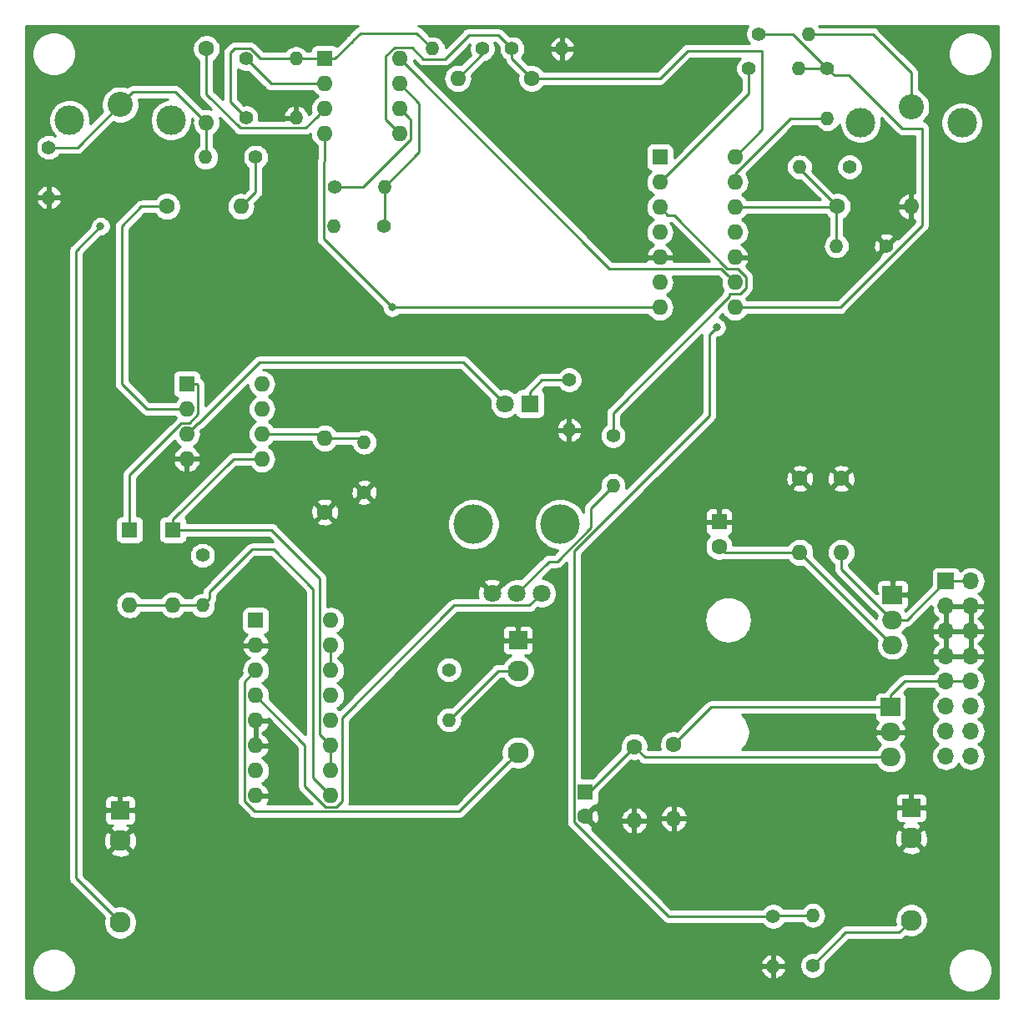
<source format=gtl>
G04 #@! TF.GenerationSoftware,KiCad,Pcbnew,(5.1.4-0-10_14)*
G04 #@! TF.CreationDate,2019-11-25T16:16:24+01:00*
G04 #@! TF.ProjectId,Sync-Ope-proto,53796e63-2d4f-4706-952d-70726f746f2e,0.1*
G04 #@! TF.SameCoordinates,Original*
G04 #@! TF.FileFunction,Copper,L1,Top*
G04 #@! TF.FilePolarity,Positive*
%FSLAX46Y46*%
G04 Gerber Fmt 4.6, Leading zero omitted, Abs format (unit mm)*
G04 Created by KiCad (PCBNEW (5.1.4-0-10_14)) date 2019-11-25 16:16:24*
%MOMM*%
%LPD*%
G04 APERTURE LIST*
%ADD10C,1.400000*%
%ADD11O,1.400000X1.400000*%
%ADD12C,2.130000*%
%ADD13R,1.930000X1.830000*%
%ADD14C,3.000000*%
%ADD15C,2.550000*%
%ADD16R,1.600000X1.600000*%
%ADD17C,1.600000*%
%ADD18R,1.800000X1.800000*%
%ADD19C,1.800000*%
%ADD20O,1.600000X1.600000*%
%ADD21R,1.700000X1.700000*%
%ADD22O,1.700000X1.700000*%
%ADD23O,2.000000X1.905000*%
%ADD24R,2.000000X1.905000*%
%ADD25C,4.000000*%
%ADD26C,0.800000*%
%ADD27C,0.250000*%
%ADD28C,0.254000*%
G04 APERTURE END LIST*
D10*
X176500000Y-141000000D03*
D11*
X176500000Y-146080000D03*
D12*
X190500000Y-133100000D03*
D13*
X190500000Y-130000000D03*
D12*
X190500000Y-141400000D03*
D14*
X185350000Y-60500000D03*
X195650000Y-60500000D03*
D15*
X190500000Y-58900000D03*
D10*
X184250000Y-65000000D03*
D11*
X179170000Y-65000000D03*
D12*
X110250000Y-133350000D03*
D13*
X110250000Y-130250000D03*
D12*
X110250000Y-141650000D03*
D16*
X157400000Y-128400000D03*
D17*
X157400000Y-130900000D03*
X171000000Y-103500000D03*
D16*
X171000000Y-101000000D03*
D18*
X151800000Y-89000000D03*
D19*
X149260000Y-89000000D03*
D20*
X111200000Y-109420000D03*
D16*
X111200000Y-101800000D03*
D15*
X110250000Y-58650000D03*
D14*
X115400000Y-60250000D03*
X105100000Y-60250000D03*
D21*
X194000000Y-107000000D03*
D22*
X196540000Y-107000000D03*
X194000000Y-109540000D03*
X196540000Y-109540000D03*
X194000000Y-112080000D03*
X196540000Y-112080000D03*
X194000000Y-114620000D03*
X196540000Y-114620000D03*
X194000000Y-117160000D03*
X196540000Y-117160000D03*
X194000000Y-119700000D03*
X196540000Y-119700000D03*
X194000000Y-122240000D03*
X196540000Y-122240000D03*
X194000000Y-124780000D03*
X196540000Y-124780000D03*
D12*
X150600000Y-124400000D03*
D13*
X150600000Y-113000000D03*
D12*
X150600000Y-116100000D03*
D16*
X131000000Y-54000000D03*
D20*
X138620000Y-61620000D03*
X131000000Y-56540000D03*
X138620000Y-59080000D03*
X131000000Y-59080000D03*
X138620000Y-56540000D03*
X131000000Y-61620000D03*
X138620000Y-54000000D03*
X124620000Y-87000000D03*
X117000000Y-94620000D03*
X124620000Y-89540000D03*
X117000000Y-92080000D03*
X124620000Y-92080000D03*
X117000000Y-89540000D03*
X124620000Y-94620000D03*
D16*
X117000000Y-87000000D03*
D23*
X188400000Y-124880000D03*
X188400000Y-122340000D03*
D24*
X188400000Y-119800000D03*
X188600000Y-108400000D03*
D23*
X188600000Y-110940000D03*
X188600000Y-113480000D03*
D16*
X165000000Y-64000000D03*
D20*
X172620000Y-79240000D03*
X165000000Y-66540000D03*
X172620000Y-76700000D03*
X165000000Y-69080000D03*
X172620000Y-74160000D03*
X165000000Y-71620000D03*
X172620000Y-71620000D03*
X165000000Y-74160000D03*
X172620000Y-69080000D03*
X165000000Y-76700000D03*
X172620000Y-66540000D03*
X165000000Y-79240000D03*
X172620000Y-64000000D03*
D16*
X124000000Y-111000000D03*
D20*
X131620000Y-128780000D03*
X124000000Y-113540000D03*
X131620000Y-126240000D03*
X124000000Y-116080000D03*
X131620000Y-123700000D03*
X124000000Y-118620000D03*
X131620000Y-121160000D03*
X124000000Y-121160000D03*
X131620000Y-118620000D03*
X124000000Y-123700000D03*
X131620000Y-116080000D03*
X124000000Y-126240000D03*
X131620000Y-113540000D03*
X124000000Y-128780000D03*
X131620000Y-111000000D03*
D17*
X119000000Y-53000000D03*
D20*
X119000000Y-60500000D03*
X144500000Y-56000000D03*
D17*
X152000000Y-56000000D03*
X115000000Y-69000000D03*
D20*
X122500000Y-69000000D03*
X131000000Y-92500000D03*
D17*
X131000000Y-100000000D03*
X183000000Y-69000000D03*
D20*
X190500000Y-69000000D03*
D17*
X166400000Y-123600000D03*
D20*
X166400000Y-131100000D03*
X162400000Y-131300000D03*
D17*
X162400000Y-123800000D03*
X183400000Y-96600000D03*
D20*
X183400000Y-104100000D03*
X179200000Y-104100000D03*
D17*
X179200000Y-96600000D03*
D19*
X148000000Y-108250000D03*
X150500000Y-108250000D03*
X153000000Y-108250000D03*
D25*
X146100000Y-101250000D03*
X154900000Y-101250000D03*
D10*
X103000000Y-63000000D03*
D11*
X103000000Y-68080000D03*
D10*
X123000000Y-60000000D03*
D11*
X128080000Y-60000000D03*
D10*
X124000000Y-64000000D03*
D11*
X118920000Y-64000000D03*
X128080000Y-54000000D03*
D10*
X123000000Y-54000000D03*
D11*
X155800000Y-91680000D03*
D10*
X155800000Y-86600000D03*
X132000000Y-67000000D03*
D11*
X137080000Y-67000000D03*
D10*
X147000000Y-53000000D03*
D11*
X141920000Y-53000000D03*
X131920000Y-71000000D03*
D10*
X137000000Y-71000000D03*
D11*
X135000000Y-92920000D03*
D10*
X135000000Y-98000000D03*
D11*
X155080000Y-53000000D03*
D10*
X150000000Y-53000000D03*
D11*
X160250000Y-97330000D03*
D10*
X160250000Y-92250000D03*
X180500000Y-146000000D03*
D11*
X180500000Y-140920000D03*
D10*
X118600000Y-104400000D03*
D11*
X118600000Y-109480000D03*
X179080000Y-55000000D03*
D10*
X174000000Y-55000000D03*
D11*
X143600000Y-121080000D03*
D10*
X143600000Y-116000000D03*
X182000000Y-55000000D03*
D11*
X182000000Y-60080000D03*
X182920000Y-73000000D03*
D10*
X188000000Y-73000000D03*
D11*
X180080000Y-51500000D03*
D10*
X175000000Y-51500000D03*
D16*
X115600000Y-101800000D03*
D20*
X115600000Y-109420000D03*
D26*
X129500000Y-51250000D03*
X158750000Y-58000000D03*
X137840000Y-79240000D03*
X108250000Y-71000000D03*
X170750000Y-81250000D03*
D27*
X119000000Y-53000000D02*
X119000000Y-57600000D01*
X130200001Y-59879999D02*
X131000000Y-59080000D01*
X122425001Y-61025001D02*
X129054999Y-61025001D01*
X129054999Y-61025001D02*
X130200001Y-59879999D01*
X119000000Y-57600000D02*
X122425001Y-61025001D01*
X103000000Y-62400000D02*
X103000000Y-63000000D01*
X119000000Y-63920000D02*
X118920000Y-64000000D01*
X119000000Y-60500000D02*
X119000000Y-63920000D01*
X105900000Y-63000000D02*
X110250000Y-58650000D01*
X103000000Y-63000000D02*
X105900000Y-63000000D01*
X111524999Y-57375001D02*
X110250000Y-58650000D01*
X115875001Y-57375001D02*
X111524999Y-57375001D01*
X119000000Y-60500000D02*
X115875001Y-57375001D01*
X147000000Y-53500000D02*
X147000000Y-53000000D01*
X144500000Y-56000000D02*
X147000000Y-53500000D01*
X150000000Y-54000000D02*
X152000000Y-56000000D01*
X150000000Y-53000000D02*
X150000000Y-54000000D01*
X150000000Y-53000000D02*
X148600000Y-51600000D01*
X148600000Y-51600000D02*
X145600000Y-51600000D01*
X143174999Y-54025001D02*
X141025001Y-54025001D01*
X145600000Y-51600000D02*
X143174999Y-54025001D01*
X139874999Y-52874999D02*
X138079999Y-52874999D01*
X138079999Y-52874999D02*
X137200000Y-53754998D01*
X141025001Y-54025001D02*
X139874999Y-52874999D01*
X137200000Y-60200000D02*
X138620000Y-61620000D01*
X137200000Y-53754998D02*
X137200000Y-60200000D01*
X175400000Y-61220000D02*
X175400000Y-53200000D01*
X172620000Y-64000000D02*
X175400000Y-61220000D01*
X153131370Y-56000000D02*
X152000000Y-56000000D01*
X165000000Y-56000000D02*
X153131370Y-56000000D01*
X167800000Y-53200000D02*
X165000000Y-56000000D01*
X175400000Y-53200000D02*
X167800000Y-53200000D01*
X131620000Y-116080000D02*
X131620000Y-113540000D01*
X115000000Y-69000000D02*
X112400000Y-69000000D01*
X112400000Y-69000000D02*
X110400000Y-71000000D01*
X110400000Y-71000000D02*
X110400000Y-87000000D01*
X112940000Y-89540000D02*
X117000000Y-89540000D01*
X110400000Y-87000000D02*
X112940000Y-89540000D01*
X124000000Y-67500000D02*
X122500000Y-69000000D01*
X124000000Y-64000000D02*
X124000000Y-67500000D01*
X130580000Y-92080000D02*
X131000000Y-92500000D01*
X124620000Y-92080000D02*
X130580000Y-92080000D01*
X134580000Y-92500000D02*
X135000000Y-92920000D01*
X131000000Y-92500000D02*
X134580000Y-92500000D01*
X182920000Y-68920000D02*
X183000000Y-69000000D01*
X182920000Y-73000000D02*
X182920000Y-69080000D01*
X182920000Y-69080000D02*
X183000000Y-69000000D01*
X172620000Y-69080000D02*
X182920000Y-69080000D01*
X179170000Y-65170000D02*
X179170000Y-65000000D01*
X183000000Y-69000000D02*
X179170000Y-65170000D01*
X196540000Y-117160000D02*
X194000000Y-117160000D01*
X189837500Y-117160000D02*
X188400000Y-118597500D01*
X188400000Y-118597500D02*
X188400000Y-119800000D01*
X194000000Y-117160000D02*
X189837500Y-117160000D01*
X170200000Y-119800000D02*
X166400000Y-123600000D01*
X188400000Y-119800000D02*
X170200000Y-119800000D01*
X163480000Y-124880000D02*
X162400000Y-123800000D01*
X188400000Y-124880000D02*
X163480000Y-124880000D01*
X157800000Y-128400000D02*
X157400000Y-128400000D01*
X162400000Y-123800000D02*
X157800000Y-128400000D01*
X171820001Y-75900001D02*
X172620000Y-76700000D01*
X171205001Y-75285001D02*
X171820001Y-75900001D01*
X159905001Y-75285001D02*
X171205001Y-75285001D01*
X138620000Y-54000000D02*
X159905001Y-75285001D01*
X190060000Y-110940000D02*
X194000000Y-107000000D01*
X188600000Y-110940000D02*
X190060000Y-110940000D01*
X195100000Y-107000000D02*
X196540000Y-107000000D01*
X194000000Y-107000000D02*
X195100000Y-107000000D01*
X183400000Y-105787500D02*
X183400000Y-105231370D01*
X183400000Y-105231370D02*
X183400000Y-104100000D01*
X188552500Y-110940000D02*
X183400000Y-105787500D01*
X188600000Y-110940000D02*
X188552500Y-110940000D01*
X188552500Y-113480000D02*
X179200000Y-104127500D01*
X179200000Y-104127500D02*
X179200000Y-104100000D01*
X188600000Y-113480000D02*
X188552500Y-113480000D01*
X171600000Y-104100000D02*
X171000000Y-103500000D01*
X179200000Y-104100000D02*
X171600000Y-104100000D01*
X131000000Y-61620000D02*
X131000000Y-64400000D01*
X130894999Y-64505001D02*
X130894999Y-72294999D01*
X131000000Y-64400000D02*
X130894999Y-64505001D01*
X137840000Y-79240000D02*
X165000000Y-79240000D01*
X130894999Y-72294999D02*
X137840000Y-79240000D01*
X153050000Y-86600000D02*
X151800000Y-87850000D01*
X151800000Y-87850000D02*
X151800000Y-89000000D01*
X155800000Y-86600000D02*
X153050000Y-86600000D01*
X118125001Y-90954999D02*
X118245001Y-90954999D01*
X117000000Y-92080000D02*
X118125001Y-90954999D01*
X118245001Y-90954999D02*
X124400000Y-84800000D01*
X145060000Y-84800000D02*
X149260000Y-89000000D01*
X124400000Y-84800000D02*
X145060000Y-84800000D01*
X115600000Y-100750000D02*
X115600000Y-101800000D01*
X121730000Y-94620000D02*
X115600000Y-100750000D01*
X124620000Y-94620000D02*
X121730000Y-94620000D01*
X131620000Y-123700000D02*
X131620000Y-126240000D01*
X130820001Y-122900001D02*
X131620000Y-123700000D01*
X130494999Y-122574999D02*
X130820001Y-122900001D01*
X130494999Y-106694999D02*
X130494999Y-122574999D01*
X125600000Y-101800000D02*
X130494999Y-106694999D01*
X115600000Y-101800000D02*
X125600000Y-101800000D01*
X118540000Y-109420000D02*
X118600000Y-109480000D01*
X115600000Y-109420000D02*
X118540000Y-109420000D01*
X114468630Y-109420000D02*
X111200000Y-109420000D01*
X115600000Y-109420000D02*
X114468630Y-109420000D01*
X119299999Y-108780001D02*
X119299999Y-108100001D01*
X118600000Y-109480000D02*
X119299999Y-108780001D01*
X119299999Y-108100001D02*
X123600000Y-103800000D01*
X123600000Y-103800000D02*
X125800000Y-103800000D01*
X125800000Y-103800000D02*
X129800000Y-107800000D01*
X129800000Y-126960000D02*
X131620000Y-128780000D01*
X129800000Y-107800000D02*
X129800000Y-126960000D01*
X111200000Y-100750000D02*
X111200000Y-101800000D01*
X111200000Y-96214998D02*
X111200000Y-100750000D01*
X116459999Y-90954999D02*
X111200000Y-96214998D01*
X118125001Y-90080001D02*
X117250003Y-90954999D01*
X118125001Y-87075001D02*
X118125001Y-90080001D01*
X118050000Y-87000000D02*
X118125001Y-87075001D01*
X117250003Y-90954999D02*
X116459999Y-90954999D01*
X117000000Y-87000000D02*
X118050000Y-87000000D01*
X105750000Y-137150000D02*
X110250000Y-141650000D01*
X105750000Y-73500000D02*
X105750000Y-137150000D01*
X108250000Y-71000000D02*
X105750000Y-73500000D01*
X189250000Y-142650000D02*
X190500000Y-141400000D01*
X183850000Y-142650000D02*
X189250000Y-142650000D01*
X180500000Y-146000000D02*
X183850000Y-142650000D01*
X149535001Y-125464999D02*
X150600000Y-124400000D01*
X144644989Y-130355011D02*
X149535001Y-125464999D01*
X123910009Y-130355011D02*
X144644989Y-130355011D01*
X122874999Y-129320001D02*
X123910009Y-130355011D01*
X122874999Y-117205001D02*
X122874999Y-129320001D01*
X124000000Y-116080000D02*
X122874999Y-117205001D01*
X148580000Y-116100000D02*
X150600000Y-116100000D01*
X143600000Y-121080000D02*
X148580000Y-116100000D01*
X181069949Y-51500000D02*
X180080000Y-51500000D01*
X186580000Y-51500000D02*
X181069949Y-51500000D01*
X190500000Y-55420000D02*
X186580000Y-51500000D01*
X190500000Y-58900000D02*
X190500000Y-55420000D01*
X131000000Y-54000000D02*
X128080000Y-54000000D01*
X123492001Y-52974999D02*
X121825001Y-52974999D01*
X124517002Y-54000000D02*
X123492001Y-52974999D01*
X128080000Y-54000000D02*
X124517002Y-54000000D01*
X121825001Y-52974999D02*
X121400000Y-53400000D01*
X121400000Y-58400000D02*
X123000000Y-60000000D01*
X121400000Y-53400000D02*
X121400000Y-58400000D01*
X132050000Y-54000000D02*
X133850000Y-52200000D01*
X131000000Y-54000000D02*
X132050000Y-54000000D01*
X133850000Y-52200000D02*
X133850000Y-52150000D01*
X133850000Y-52150000D02*
X134600000Y-51400000D01*
X140320000Y-51400000D02*
X141920000Y-53000000D01*
X134600000Y-51400000D02*
X140320000Y-51400000D01*
X125540000Y-56540000D02*
X123000000Y-54000000D01*
X131000000Y-56540000D02*
X125540000Y-56540000D01*
X139419999Y-59879999D02*
X138620000Y-59080000D01*
X139745001Y-60205001D02*
X139419999Y-59879999D01*
X139745001Y-62160001D02*
X139745001Y-60205001D01*
X134905002Y-67000000D02*
X139745001Y-62160001D01*
X132000000Y-67000000D02*
X134905002Y-67000000D01*
X137080000Y-70920000D02*
X137000000Y-71000000D01*
X137080000Y-67000000D02*
X137080000Y-70920000D01*
X137080000Y-67000000D02*
X140600000Y-63480000D01*
X140600000Y-58520000D02*
X138620000Y-56540000D01*
X140600000Y-63480000D02*
X140600000Y-58520000D01*
X165799999Y-69879999D02*
X165000000Y-69080000D01*
X166436409Y-69879999D02*
X165799999Y-69879999D01*
X171841411Y-75285001D02*
X166436409Y-69879999D01*
X172870003Y-75285001D02*
X171841411Y-75285001D01*
X173745001Y-76159999D02*
X172870003Y-75285001D01*
X173160001Y-77825001D02*
X173745001Y-77240001D01*
X172079999Y-77825001D02*
X173160001Y-77825001D01*
X173745001Y-77240001D02*
X173745001Y-76159999D01*
X172079999Y-78114999D02*
X172079999Y-77825001D01*
X160250000Y-89944998D02*
X172079999Y-78114999D01*
X160250000Y-92250000D02*
X160250000Y-89944998D01*
X158000000Y-99580000D02*
X160250000Y-97330000D01*
X158000000Y-101591002D02*
X158000000Y-99580000D01*
X153750000Y-105000000D02*
X154591002Y-105000000D01*
X154591002Y-105000000D02*
X158000000Y-101591002D01*
X150500000Y-108250000D02*
X153750000Y-105000000D01*
X176580000Y-140920000D02*
X176500000Y-141000000D01*
X180500000Y-140920000D02*
X176580000Y-140920000D01*
X165834998Y-141000000D02*
X176500000Y-141000000D01*
X156274999Y-131440001D02*
X165834998Y-141000000D01*
X156274999Y-103952413D02*
X156274999Y-131440001D01*
X170000000Y-90227412D02*
X156274999Y-103952413D01*
X170000000Y-82000000D02*
X170000000Y-90227412D01*
X170750000Y-81250000D02*
X170000000Y-82000000D01*
X180069949Y-55000000D02*
X182000000Y-55000000D01*
X179080000Y-55000000D02*
X180069949Y-55000000D01*
X173751370Y-79240000D02*
X172620000Y-79240000D01*
X183277002Y-79240000D02*
X173751370Y-79240000D01*
X191625001Y-70892001D02*
X183277002Y-79240000D01*
X191625001Y-61073999D02*
X191625001Y-70892001D01*
X182699999Y-55699999D02*
X184199999Y-55699999D01*
X182000000Y-55000000D02*
X182699999Y-55699999D01*
X189573999Y-61073999D02*
X191625001Y-61073999D01*
X184199999Y-55699999D02*
X189573999Y-61073999D01*
X178500000Y-51500000D02*
X175000000Y-51500000D01*
X182000000Y-55000000D02*
X178500000Y-51500000D01*
X174000000Y-57540000D02*
X174000000Y-55000000D01*
X165000000Y-66540000D02*
X174000000Y-57540000D01*
X178205002Y-60080000D02*
X182000000Y-60080000D01*
X172620000Y-65665002D02*
X178205002Y-60080000D01*
X172620000Y-66540000D02*
X172620000Y-65665002D01*
X151774999Y-109475001D02*
X144124999Y-109475001D01*
X153000000Y-108250000D02*
X151774999Y-109475001D01*
X132160001Y-129905001D02*
X131079999Y-129905001D01*
X132745001Y-129320001D02*
X132160001Y-129905001D01*
X132745001Y-120854999D02*
X132745001Y-129320001D01*
X131079999Y-129905001D02*
X129000000Y-127825002D01*
X144124999Y-109475001D02*
X132745001Y-120854999D01*
X129000000Y-123620000D02*
X124000000Y-118620000D01*
X129000000Y-127825002D02*
X129000000Y-123620000D01*
D28*
G36*
X134307753Y-50694454D02*
G01*
X134175724Y-50765026D01*
X134059999Y-50859999D01*
X134036201Y-50888998D01*
X133339001Y-51586198D01*
X133309999Y-51609999D01*
X133215026Y-51725724D01*
X133175470Y-51799727D01*
X132237563Y-52737635D01*
X132154494Y-52669463D01*
X132044180Y-52610498D01*
X131924482Y-52574188D01*
X131800000Y-52561928D01*
X130200000Y-52561928D01*
X130075518Y-52574188D01*
X129955820Y-52610498D01*
X129845506Y-52669463D01*
X129748815Y-52748815D01*
X129669463Y-52845506D01*
X129610498Y-52955820D01*
X129574188Y-53075518D01*
X129561928Y-53200000D01*
X129561928Y-53240000D01*
X129183298Y-53240000D01*
X129028555Y-53051445D01*
X128825275Y-52884618D01*
X128593354Y-52760653D01*
X128341706Y-52684317D01*
X128145579Y-52665000D01*
X128014421Y-52665000D01*
X127818294Y-52684317D01*
X127566646Y-52760653D01*
X127334725Y-52884618D01*
X127131445Y-53051445D01*
X126976702Y-53240000D01*
X124831804Y-53240000D01*
X124055805Y-52464001D01*
X124032002Y-52434998D01*
X123916277Y-52340025D01*
X123784248Y-52269453D01*
X123640987Y-52225996D01*
X123529334Y-52214999D01*
X123529323Y-52214999D01*
X123492001Y-52211323D01*
X123454679Y-52214999D01*
X121862323Y-52214999D01*
X121825000Y-52211323D01*
X121787677Y-52214999D01*
X121787668Y-52214999D01*
X121676015Y-52225996D01*
X121532754Y-52269453D01*
X121400725Y-52340025D01*
X121285000Y-52434998D01*
X121261197Y-52464002D01*
X120889003Y-52836196D01*
X120859999Y-52859999D01*
X120822620Y-52905546D01*
X120765026Y-52975724D01*
X120724552Y-53051445D01*
X120694454Y-53107754D01*
X120650997Y-53251015D01*
X120640000Y-53362668D01*
X120640000Y-53362678D01*
X120636324Y-53400000D01*
X120640000Y-53437323D01*
X120640001Y-58165200D01*
X119760000Y-57285199D01*
X119760000Y-54218043D01*
X119914759Y-54114637D01*
X120114637Y-53914759D01*
X120271680Y-53679727D01*
X120379853Y-53418574D01*
X120435000Y-53141335D01*
X120435000Y-52858665D01*
X120379853Y-52581426D01*
X120271680Y-52320273D01*
X120114637Y-52085241D01*
X119914759Y-51885363D01*
X119679727Y-51728320D01*
X119418574Y-51620147D01*
X119141335Y-51565000D01*
X118858665Y-51565000D01*
X118581426Y-51620147D01*
X118320273Y-51728320D01*
X118085241Y-51885363D01*
X117885363Y-52085241D01*
X117728320Y-52320273D01*
X117620147Y-52581426D01*
X117565000Y-52858665D01*
X117565000Y-53141335D01*
X117620147Y-53418574D01*
X117728320Y-53679727D01*
X117885363Y-53914759D01*
X118085241Y-54114637D01*
X118240000Y-54218044D01*
X118240001Y-57562668D01*
X118236324Y-57600000D01*
X118240001Y-57637333D01*
X118245089Y-57688986D01*
X118250998Y-57748985D01*
X118294454Y-57892246D01*
X118365026Y-58024276D01*
X118435378Y-58109999D01*
X118460000Y-58140001D01*
X118488998Y-58163799D01*
X119467417Y-59142219D01*
X119281309Y-59085764D01*
X119070492Y-59065000D01*
X118929508Y-59065000D01*
X118718691Y-59085764D01*
X118674094Y-59099292D01*
X116438805Y-56864004D01*
X116415002Y-56835000D01*
X116299277Y-56740027D01*
X116167248Y-56669455D01*
X116023987Y-56625998D01*
X115912334Y-56615001D01*
X115912323Y-56615001D01*
X115875001Y-56611325D01*
X115837679Y-56615001D01*
X111562322Y-56615001D01*
X111524999Y-56611325D01*
X111487676Y-56615001D01*
X111487666Y-56615001D01*
X111376013Y-56625998D01*
X111232752Y-56669455D01*
X111100722Y-56740027D01*
X111026304Y-56801101D01*
X110984998Y-56835000D01*
X110961200Y-56863998D01*
X110951851Y-56873347D01*
X110807127Y-56813400D01*
X110438119Y-56740000D01*
X110061881Y-56740000D01*
X109692873Y-56813400D01*
X109345276Y-56957380D01*
X109032446Y-57166406D01*
X108766406Y-57432446D01*
X108557380Y-57745276D01*
X108413400Y-58092873D01*
X108340000Y-58461881D01*
X108340000Y-58838119D01*
X108413400Y-59207127D01*
X108473347Y-59351851D01*
X107202740Y-60622458D01*
X107235000Y-60460279D01*
X107235000Y-60039721D01*
X107152953Y-59627244D01*
X106992012Y-59238698D01*
X106758363Y-58889017D01*
X106460983Y-58591637D01*
X106111302Y-58357988D01*
X105722756Y-58197047D01*
X105310279Y-58115000D01*
X104889721Y-58115000D01*
X104477244Y-58197047D01*
X104088698Y-58357988D01*
X103739017Y-58591637D01*
X103441637Y-58889017D01*
X103207988Y-59238698D01*
X103047047Y-59627244D01*
X102965000Y-60039721D01*
X102965000Y-60460279D01*
X103047047Y-60872756D01*
X103207988Y-61261302D01*
X103441637Y-61610983D01*
X103678269Y-61847615D01*
X103632359Y-61816939D01*
X103389405Y-61716304D01*
X103299766Y-61698473D01*
X103292246Y-61694454D01*
X103148985Y-61650997D01*
X103000000Y-61636323D01*
X102851014Y-61650997D01*
X102707753Y-61694454D01*
X102700233Y-61698474D01*
X102610595Y-61716304D01*
X102367641Y-61816939D01*
X102148987Y-61963038D01*
X101963038Y-62148987D01*
X101816939Y-62367641D01*
X101716304Y-62610595D01*
X101665000Y-62868514D01*
X101665000Y-63131486D01*
X101716304Y-63389405D01*
X101816939Y-63632359D01*
X101963038Y-63851013D01*
X102148987Y-64036962D01*
X102367641Y-64183061D01*
X102610595Y-64283696D01*
X102868514Y-64335000D01*
X103131486Y-64335000D01*
X103389405Y-64283696D01*
X103632359Y-64183061D01*
X103851013Y-64036962D01*
X104036962Y-63851013D01*
X104097775Y-63760000D01*
X105862678Y-63760000D01*
X105900000Y-63763676D01*
X105937322Y-63760000D01*
X105937333Y-63760000D01*
X106048986Y-63749003D01*
X106192247Y-63705546D01*
X106324276Y-63634974D01*
X106440001Y-63540001D01*
X106463804Y-63510997D01*
X109548149Y-60426653D01*
X109692873Y-60486600D01*
X110061881Y-60560000D01*
X110438119Y-60560000D01*
X110807127Y-60486600D01*
X111154724Y-60342620D01*
X111467554Y-60133594D01*
X111733594Y-59867554D01*
X111942620Y-59554724D01*
X112086600Y-59207127D01*
X112160000Y-58838119D01*
X112160000Y-58461881D01*
X112094980Y-58135001D01*
X115089169Y-58135001D01*
X114777244Y-58197047D01*
X114388698Y-58357988D01*
X114039017Y-58591637D01*
X113741637Y-58889017D01*
X113507988Y-59238698D01*
X113347047Y-59627244D01*
X113265000Y-60039721D01*
X113265000Y-60460279D01*
X113347047Y-60872756D01*
X113507988Y-61261302D01*
X113741637Y-61610983D01*
X114039017Y-61908363D01*
X114388698Y-62142012D01*
X114777244Y-62302953D01*
X115189721Y-62385000D01*
X115610279Y-62385000D01*
X116022756Y-62302953D01*
X116411302Y-62142012D01*
X116760983Y-61908363D01*
X117058363Y-61610983D01*
X117292012Y-61261302D01*
X117452953Y-60872756D01*
X117535000Y-60460279D01*
X117535000Y-60109802D01*
X117599292Y-60174094D01*
X117585764Y-60218691D01*
X117558057Y-60500000D01*
X117585764Y-60781309D01*
X117667818Y-61051808D01*
X117801068Y-61301101D01*
X117980392Y-61519608D01*
X118198899Y-61698932D01*
X118240000Y-61720901D01*
X118240001Y-62849727D01*
X118174725Y-62884618D01*
X117971445Y-63051445D01*
X117804618Y-63254725D01*
X117680653Y-63486646D01*
X117604317Y-63738294D01*
X117578541Y-64000000D01*
X117604317Y-64261706D01*
X117680653Y-64513354D01*
X117804618Y-64745275D01*
X117971445Y-64948555D01*
X118174725Y-65115382D01*
X118406646Y-65239347D01*
X118658294Y-65315683D01*
X118854421Y-65335000D01*
X118985579Y-65335000D01*
X119181706Y-65315683D01*
X119433354Y-65239347D01*
X119665275Y-65115382D01*
X119868555Y-64948555D01*
X120035382Y-64745275D01*
X120159347Y-64513354D01*
X120235683Y-64261706D01*
X120261459Y-64000000D01*
X120235683Y-63738294D01*
X120159347Y-63486646D01*
X120035382Y-63254725D01*
X119868555Y-63051445D01*
X119760000Y-62962357D01*
X119760000Y-61720901D01*
X119801101Y-61698932D01*
X120019608Y-61519608D01*
X120198932Y-61301101D01*
X120332182Y-61051808D01*
X120414236Y-60781309D01*
X120441943Y-60500000D01*
X120414236Y-60218691D01*
X120357781Y-60032583D01*
X121861202Y-61536004D01*
X121885000Y-61565002D01*
X122000725Y-61659975D01*
X122132754Y-61730547D01*
X122276015Y-61774004D01*
X122387668Y-61785001D01*
X122387678Y-61785001D01*
X122425001Y-61788677D01*
X122462324Y-61785001D01*
X129017677Y-61785001D01*
X129054999Y-61788677D01*
X129092321Y-61785001D01*
X129092332Y-61785001D01*
X129203985Y-61774004D01*
X129347246Y-61730547D01*
X129479275Y-61659975D01*
X129560702Y-61593150D01*
X129558057Y-61620000D01*
X129585764Y-61901309D01*
X129667818Y-62171808D01*
X129801068Y-62421101D01*
X129980392Y-62639608D01*
X130198899Y-62818932D01*
X130240000Y-62840901D01*
X130240001Y-64118187D01*
X130223539Y-64148985D01*
X130189453Y-64212755D01*
X130145996Y-64356016D01*
X130134999Y-64467669D01*
X130134999Y-64467679D01*
X130131323Y-64505001D01*
X130134999Y-64542323D01*
X130135000Y-72257667D01*
X130131323Y-72294999D01*
X130145997Y-72443984D01*
X130189453Y-72587245D01*
X130260025Y-72719275D01*
X130300088Y-72768091D01*
X130354999Y-72835000D01*
X130383997Y-72858798D01*
X136805000Y-79279802D01*
X136805000Y-79341939D01*
X136844774Y-79541898D01*
X136922795Y-79730256D01*
X137036063Y-79899774D01*
X137180226Y-80043937D01*
X137349744Y-80157205D01*
X137538102Y-80235226D01*
X137738061Y-80275000D01*
X137941939Y-80275000D01*
X138141898Y-80235226D01*
X138330256Y-80157205D01*
X138499774Y-80043937D01*
X138543711Y-80000000D01*
X163779099Y-80000000D01*
X163801068Y-80041101D01*
X163980392Y-80259608D01*
X164198899Y-80438932D01*
X164448192Y-80572182D01*
X164718691Y-80654236D01*
X164929508Y-80675000D01*
X165070492Y-80675000D01*
X165281309Y-80654236D01*
X165551808Y-80572182D01*
X165801101Y-80438932D01*
X166019608Y-80259608D01*
X166198932Y-80041101D01*
X166332182Y-79791808D01*
X166414236Y-79521309D01*
X166441943Y-79240000D01*
X166414236Y-78958691D01*
X166332182Y-78688192D01*
X166198932Y-78438899D01*
X166019608Y-78220392D01*
X165801101Y-78041068D01*
X165668142Y-77970000D01*
X165801101Y-77898932D01*
X166019608Y-77719608D01*
X166198932Y-77501101D01*
X166332182Y-77251808D01*
X166414236Y-76981309D01*
X166441943Y-76700000D01*
X166414236Y-76418691D01*
X166332182Y-76148192D01*
X166277025Y-76045001D01*
X170890200Y-76045001D01*
X171219292Y-76374094D01*
X171205764Y-76418691D01*
X171178057Y-76700000D01*
X171205764Y-76981309D01*
X171287818Y-77251808D01*
X171406220Y-77473323D01*
X171374453Y-77532754D01*
X171330996Y-77676015D01*
X171318630Y-77801566D01*
X159738998Y-89381199D01*
X159710000Y-89404997D01*
X159686202Y-89433995D01*
X159686201Y-89433996D01*
X159615026Y-89520722D01*
X159544454Y-89652752D01*
X159533463Y-89688986D01*
X159500998Y-89796012D01*
X159497429Y-89832246D01*
X159486324Y-89944998D01*
X159490001Y-89982330D01*
X159490000Y-91152225D01*
X159398987Y-91213038D01*
X159213038Y-91398987D01*
X159066939Y-91617641D01*
X158966304Y-91860595D01*
X158915000Y-92118514D01*
X158915000Y-92381486D01*
X158966304Y-92639405D01*
X159066939Y-92882359D01*
X159213038Y-93101013D01*
X159398987Y-93286962D01*
X159617641Y-93433061D01*
X159860595Y-93533696D01*
X160118514Y-93585000D01*
X160381486Y-93585000D01*
X160639405Y-93533696D01*
X160882359Y-93433061D01*
X161101013Y-93286962D01*
X161286962Y-93101013D01*
X161433061Y-92882359D01*
X161533696Y-92639405D01*
X161585000Y-92381486D01*
X161585000Y-92118514D01*
X161533696Y-91860595D01*
X161433061Y-91617641D01*
X161286962Y-91398987D01*
X161101013Y-91213038D01*
X161010000Y-91152225D01*
X161010000Y-90259799D01*
X169239326Y-82030474D01*
X169240000Y-82037322D01*
X169240001Y-89912609D01*
X161566205Y-97586406D01*
X161591459Y-97330000D01*
X161565683Y-97068294D01*
X161489347Y-96816646D01*
X161365382Y-96584725D01*
X161198555Y-96381445D01*
X160995275Y-96214618D01*
X160763354Y-96090653D01*
X160511706Y-96014317D01*
X160315579Y-95995000D01*
X160184421Y-95995000D01*
X159988294Y-96014317D01*
X159736646Y-96090653D01*
X159504725Y-96214618D01*
X159301445Y-96381445D01*
X159134618Y-96584725D01*
X159010653Y-96816646D01*
X158934317Y-97068294D01*
X158908541Y-97330000D01*
X158932450Y-97572749D01*
X157488998Y-99016201D01*
X157460000Y-99039999D01*
X157436202Y-99068997D01*
X157436201Y-99068998D01*
X157365026Y-99155724D01*
X157294454Y-99287754D01*
X157250998Y-99431015D01*
X157236324Y-99580000D01*
X157240001Y-99617332D01*
X157240001Y-100013674D01*
X157235107Y-100001859D01*
X156946738Y-99570285D01*
X156579715Y-99203262D01*
X156148141Y-98914893D01*
X155668601Y-98716261D01*
X155159525Y-98615000D01*
X154640475Y-98615000D01*
X154131399Y-98716261D01*
X153651859Y-98914893D01*
X153220285Y-99203262D01*
X152853262Y-99570285D01*
X152564893Y-100001859D01*
X152366261Y-100481399D01*
X152265000Y-100990475D01*
X152265000Y-101509525D01*
X152366261Y-102018601D01*
X152564893Y-102498141D01*
X152853262Y-102929715D01*
X153220285Y-103296738D01*
X153651859Y-103585107D01*
X154131399Y-103783739D01*
X154632740Y-103883461D01*
X154276201Y-104240000D01*
X153787322Y-104240000D01*
X153749999Y-104236324D01*
X153712676Y-104240000D01*
X153712667Y-104240000D01*
X153601014Y-104250997D01*
X153457753Y-104294454D01*
X153325723Y-104365026D01*
X153265124Y-104414759D01*
X153209999Y-104459999D01*
X153186201Y-104488997D01*
X150908930Y-106766269D01*
X150651184Y-106715000D01*
X150348816Y-106715000D01*
X150052257Y-106773989D01*
X149772905Y-106889701D01*
X149521495Y-107057688D01*
X149307688Y-107271495D01*
X149212262Y-107414310D01*
X149064080Y-107365525D01*
X148179605Y-108250000D01*
X148193748Y-108264143D01*
X148014143Y-108443748D01*
X148000000Y-108429605D01*
X147985858Y-108443748D01*
X147806253Y-108264143D01*
X147820395Y-108250000D01*
X146935920Y-107365525D01*
X146681739Y-107449208D01*
X146550842Y-107721775D01*
X146475635Y-108014642D01*
X146459009Y-108316553D01*
X146501603Y-108615907D01*
X146536398Y-108715001D01*
X144162332Y-108715001D01*
X144124999Y-108711324D01*
X144087666Y-108715001D01*
X143976013Y-108725998D01*
X143832752Y-108769455D01*
X143700723Y-108840027D01*
X143584998Y-108935000D01*
X143561200Y-108963998D01*
X132497395Y-120027804D01*
X132475131Y-120007615D01*
X132283318Y-119892579D01*
X132421101Y-119818932D01*
X132639608Y-119639608D01*
X132818932Y-119421101D01*
X132952182Y-119171808D01*
X133034236Y-118901309D01*
X133061943Y-118620000D01*
X133034236Y-118338691D01*
X132952182Y-118068192D01*
X132818932Y-117818899D01*
X132639608Y-117600392D01*
X132421101Y-117421068D01*
X132288142Y-117350000D01*
X132421101Y-117278932D01*
X132639608Y-117099608D01*
X132818932Y-116881101D01*
X132952182Y-116631808D01*
X133034236Y-116361309D01*
X133061943Y-116080000D01*
X133034236Y-115798691D01*
X132952182Y-115528192D01*
X132818932Y-115278899D01*
X132639608Y-115060392D01*
X132421101Y-114881068D01*
X132380000Y-114859099D01*
X132380000Y-114760901D01*
X132421101Y-114738932D01*
X132639608Y-114559608D01*
X132818932Y-114341101D01*
X132952182Y-114091808D01*
X133034236Y-113821309D01*
X133061943Y-113540000D01*
X133034236Y-113258691D01*
X132952182Y-112988192D01*
X132818932Y-112738899D01*
X132639608Y-112520392D01*
X132421101Y-112341068D01*
X132288142Y-112270000D01*
X132421101Y-112198932D01*
X132639608Y-112019608D01*
X132818932Y-111801101D01*
X132952182Y-111551808D01*
X133034236Y-111281309D01*
X133061943Y-111000000D01*
X133034236Y-110718691D01*
X132952182Y-110448192D01*
X132818932Y-110198899D01*
X132639608Y-109980392D01*
X132421101Y-109801068D01*
X132171808Y-109667818D01*
X131901309Y-109585764D01*
X131690492Y-109565000D01*
X131549508Y-109565000D01*
X131338691Y-109585764D01*
X131254999Y-109611151D01*
X131254999Y-107185920D01*
X147115525Y-107185920D01*
X148000000Y-108070395D01*
X148884475Y-107185920D01*
X148800792Y-106931739D01*
X148528225Y-106800842D01*
X148235358Y-106725635D01*
X147933447Y-106709009D01*
X147634093Y-106751603D01*
X147348801Y-106851778D01*
X147199208Y-106931739D01*
X147115525Y-107185920D01*
X131254999Y-107185920D01*
X131254999Y-106732322D01*
X131258675Y-106694999D01*
X131254999Y-106657676D01*
X131254999Y-106657666D01*
X131244002Y-106546013D01*
X131200545Y-106402752D01*
X131160322Y-106327501D01*
X131129973Y-106270722D01*
X131058798Y-106183996D01*
X131035000Y-106154998D01*
X131006003Y-106131201D01*
X126163804Y-101289003D01*
X126140001Y-101259999D01*
X126024276Y-101165026D01*
X125892247Y-101094454D01*
X125748986Y-101050997D01*
X125637333Y-101040000D01*
X125637322Y-101040000D01*
X125600000Y-101036324D01*
X125562678Y-101040000D01*
X117038072Y-101040000D01*
X117038072Y-101000000D01*
X117037354Y-100992702D01*
X130186903Y-100992702D01*
X130258486Y-101236671D01*
X130513996Y-101357571D01*
X130788184Y-101426300D01*
X131070512Y-101440217D01*
X131350130Y-101398787D01*
X131616292Y-101303603D01*
X131741514Y-101236671D01*
X131813097Y-100992702D01*
X131810870Y-100990475D01*
X143465000Y-100990475D01*
X143465000Y-101509525D01*
X143566261Y-102018601D01*
X143764893Y-102498141D01*
X144053262Y-102929715D01*
X144420285Y-103296738D01*
X144851859Y-103585107D01*
X145331399Y-103783739D01*
X145840475Y-103885000D01*
X146359525Y-103885000D01*
X146868601Y-103783739D01*
X147348141Y-103585107D01*
X147779715Y-103296738D01*
X148146738Y-102929715D01*
X148435107Y-102498141D01*
X148633739Y-102018601D01*
X148735000Y-101509525D01*
X148735000Y-100990475D01*
X148633739Y-100481399D01*
X148435107Y-100001859D01*
X148146738Y-99570285D01*
X147779715Y-99203262D01*
X147348141Y-98914893D01*
X146868601Y-98716261D01*
X146359525Y-98615000D01*
X145840475Y-98615000D01*
X145331399Y-98716261D01*
X144851859Y-98914893D01*
X144420285Y-99203262D01*
X144053262Y-99570285D01*
X143764893Y-100001859D01*
X143566261Y-100481399D01*
X143465000Y-100990475D01*
X131810870Y-100990475D01*
X131000000Y-100179605D01*
X130186903Y-100992702D01*
X117037354Y-100992702D01*
X117025812Y-100875518D01*
X116989502Y-100755820D01*
X116930537Y-100645506D01*
X116862364Y-100562437D01*
X117354289Y-100070512D01*
X129559783Y-100070512D01*
X129601213Y-100350130D01*
X129696397Y-100616292D01*
X129763329Y-100741514D01*
X130007298Y-100813097D01*
X130820395Y-100000000D01*
X131179605Y-100000000D01*
X131992702Y-100813097D01*
X132236671Y-100741514D01*
X132357571Y-100486004D01*
X132426300Y-100211816D01*
X132440217Y-99929488D01*
X132398787Y-99649870D01*
X132303603Y-99383708D01*
X132236671Y-99258486D01*
X131992702Y-99186903D01*
X131179605Y-100000000D01*
X130820395Y-100000000D01*
X130007298Y-99186903D01*
X129763329Y-99258486D01*
X129642429Y-99513996D01*
X129573700Y-99788184D01*
X129559783Y-100070512D01*
X117354289Y-100070512D01*
X118417503Y-99007298D01*
X130186903Y-99007298D01*
X131000000Y-99820395D01*
X131813097Y-99007298D01*
X131787856Y-98921269D01*
X134258336Y-98921269D01*
X134317797Y-99155037D01*
X134556242Y-99265934D01*
X134811740Y-99328183D01*
X135074473Y-99339390D01*
X135334344Y-99299125D01*
X135581366Y-99208935D01*
X135682203Y-99155037D01*
X135741664Y-98921269D01*
X135000000Y-98179605D01*
X134258336Y-98921269D01*
X131787856Y-98921269D01*
X131741514Y-98763329D01*
X131486004Y-98642429D01*
X131211816Y-98573700D01*
X130929488Y-98559783D01*
X130649870Y-98601213D01*
X130383708Y-98696397D01*
X130258486Y-98763329D01*
X130186903Y-99007298D01*
X118417503Y-99007298D01*
X119350328Y-98074473D01*
X133660610Y-98074473D01*
X133700875Y-98334344D01*
X133791065Y-98581366D01*
X133844963Y-98682203D01*
X134078731Y-98741664D01*
X134820395Y-98000000D01*
X135179605Y-98000000D01*
X135921269Y-98741664D01*
X136155037Y-98682203D01*
X136265934Y-98443758D01*
X136328183Y-98188260D01*
X136339390Y-97925527D01*
X136299125Y-97665656D01*
X136208935Y-97418634D01*
X136155037Y-97317797D01*
X135921269Y-97258336D01*
X135179605Y-98000000D01*
X134820395Y-98000000D01*
X134078731Y-97258336D01*
X133844963Y-97317797D01*
X133734066Y-97556242D01*
X133671817Y-97811740D01*
X133660610Y-98074473D01*
X119350328Y-98074473D01*
X120346070Y-97078731D01*
X134258336Y-97078731D01*
X135000000Y-97820395D01*
X135741664Y-97078731D01*
X135682203Y-96844963D01*
X135443758Y-96734066D01*
X135188260Y-96671817D01*
X134925527Y-96660610D01*
X134665656Y-96700875D01*
X134418634Y-96791065D01*
X134317797Y-96844963D01*
X134258336Y-97078731D01*
X120346070Y-97078731D01*
X122044802Y-95380000D01*
X123399099Y-95380000D01*
X123421068Y-95421101D01*
X123600392Y-95639608D01*
X123818899Y-95818932D01*
X124068192Y-95952182D01*
X124338691Y-96034236D01*
X124549508Y-96055000D01*
X124690492Y-96055000D01*
X124901309Y-96034236D01*
X125171808Y-95952182D01*
X125421101Y-95818932D01*
X125639608Y-95639608D01*
X125818932Y-95421101D01*
X125952182Y-95171808D01*
X126034236Y-94901309D01*
X126061943Y-94620000D01*
X126034236Y-94338691D01*
X125952182Y-94068192D01*
X125818932Y-93818899D01*
X125639608Y-93600392D01*
X125421101Y-93421068D01*
X125288142Y-93350000D01*
X125421101Y-93278932D01*
X125639608Y-93099608D01*
X125818932Y-92881101D01*
X125840901Y-92840000D01*
X129603568Y-92840000D01*
X129667818Y-93051808D01*
X129801068Y-93301101D01*
X129980392Y-93519608D01*
X130198899Y-93698932D01*
X130448192Y-93832182D01*
X130718691Y-93914236D01*
X130929508Y-93935000D01*
X131070492Y-93935000D01*
X131281309Y-93914236D01*
X131551808Y-93832182D01*
X131801101Y-93698932D01*
X132019608Y-93519608D01*
X132198932Y-93301101D01*
X132220901Y-93260000D01*
X133708067Y-93260000D01*
X133760653Y-93433354D01*
X133884618Y-93665275D01*
X134051445Y-93868555D01*
X134254725Y-94035382D01*
X134486646Y-94159347D01*
X134738294Y-94235683D01*
X134934421Y-94255000D01*
X135065579Y-94255000D01*
X135261706Y-94235683D01*
X135513354Y-94159347D01*
X135745275Y-94035382D01*
X135948555Y-93868555D01*
X136115382Y-93665275D01*
X136239347Y-93433354D01*
X136315683Y-93181706D01*
X136341459Y-92920000D01*
X136315683Y-92658294D01*
X136239347Y-92406646D01*
X136115382Y-92174725D01*
X135982930Y-92013330D01*
X154507278Y-92013330D01*
X154597147Y-92259123D01*
X154733241Y-92482660D01*
X154910330Y-92675351D01*
X155121608Y-92829792D01*
X155358956Y-92940047D01*
X155466671Y-92972716D01*
X155673000Y-92849374D01*
X155673000Y-91807000D01*
X155927000Y-91807000D01*
X155927000Y-92849374D01*
X156133329Y-92972716D01*
X156241044Y-92940047D01*
X156478392Y-92829792D01*
X156689670Y-92675351D01*
X156866759Y-92482660D01*
X157002853Y-92259123D01*
X157092722Y-92013330D01*
X156970201Y-91807000D01*
X155927000Y-91807000D01*
X155673000Y-91807000D01*
X154629799Y-91807000D01*
X154507278Y-92013330D01*
X135982930Y-92013330D01*
X135948555Y-91971445D01*
X135745275Y-91804618D01*
X135513354Y-91680653D01*
X135261706Y-91604317D01*
X135065579Y-91585000D01*
X134934421Y-91585000D01*
X134738294Y-91604317D01*
X134486646Y-91680653D01*
X134375616Y-91740000D01*
X132220901Y-91740000D01*
X132198932Y-91698899D01*
X132019608Y-91480392D01*
X131856668Y-91346670D01*
X154507278Y-91346670D01*
X154629799Y-91553000D01*
X155673000Y-91553000D01*
X155673000Y-90510626D01*
X155927000Y-90510626D01*
X155927000Y-91553000D01*
X156970201Y-91553000D01*
X157092722Y-91346670D01*
X157002853Y-91100877D01*
X156866759Y-90877340D01*
X156689670Y-90684649D01*
X156478392Y-90530208D01*
X156241044Y-90419953D01*
X156133329Y-90387284D01*
X155927000Y-90510626D01*
X155673000Y-90510626D01*
X155466671Y-90387284D01*
X155358956Y-90419953D01*
X155121608Y-90530208D01*
X154910330Y-90684649D01*
X154733241Y-90877340D01*
X154597147Y-91100877D01*
X154507278Y-91346670D01*
X131856668Y-91346670D01*
X131801101Y-91301068D01*
X131551808Y-91167818D01*
X131281309Y-91085764D01*
X131070492Y-91065000D01*
X130929508Y-91065000D01*
X130718691Y-91085764D01*
X130448192Y-91167818D01*
X130198899Y-91301068D01*
X130175830Y-91320000D01*
X125840901Y-91320000D01*
X125818932Y-91278899D01*
X125639608Y-91060392D01*
X125421101Y-90881068D01*
X125288142Y-90810000D01*
X125421101Y-90738932D01*
X125639608Y-90559608D01*
X125818932Y-90341101D01*
X125952182Y-90091808D01*
X126034236Y-89821309D01*
X126061943Y-89540000D01*
X126034236Y-89258691D01*
X125952182Y-88988192D01*
X125818932Y-88738899D01*
X125639608Y-88520392D01*
X125421101Y-88341068D01*
X125288142Y-88270000D01*
X125421101Y-88198932D01*
X125639608Y-88019608D01*
X125818932Y-87801101D01*
X125952182Y-87551808D01*
X126034236Y-87281309D01*
X126061943Y-87000000D01*
X126034236Y-86718691D01*
X125952182Y-86448192D01*
X125818932Y-86198899D01*
X125639608Y-85980392D01*
X125421101Y-85801068D01*
X125171808Y-85667818D01*
X124901309Y-85585764D01*
X124708071Y-85566731D01*
X124714802Y-85560000D01*
X144745199Y-85560000D01*
X147776269Y-88591070D01*
X147725000Y-88848816D01*
X147725000Y-89151184D01*
X147783989Y-89447743D01*
X147899701Y-89727095D01*
X148067688Y-89978505D01*
X148281495Y-90192312D01*
X148532905Y-90360299D01*
X148812257Y-90476011D01*
X149108816Y-90535000D01*
X149411184Y-90535000D01*
X149707743Y-90476011D01*
X149987095Y-90360299D01*
X150238505Y-90192312D01*
X150304944Y-90125873D01*
X150310498Y-90144180D01*
X150369463Y-90254494D01*
X150448815Y-90351185D01*
X150545506Y-90430537D01*
X150655820Y-90489502D01*
X150775518Y-90525812D01*
X150900000Y-90538072D01*
X152700000Y-90538072D01*
X152824482Y-90525812D01*
X152944180Y-90489502D01*
X153054494Y-90430537D01*
X153151185Y-90351185D01*
X153230537Y-90254494D01*
X153289502Y-90144180D01*
X153325812Y-90024482D01*
X153338072Y-89900000D01*
X153338072Y-88100000D01*
X153325812Y-87975518D01*
X153289502Y-87855820D01*
X153230537Y-87745506D01*
X153151185Y-87648815D01*
X153109883Y-87614919D01*
X153364802Y-87360000D01*
X154702225Y-87360000D01*
X154763038Y-87451013D01*
X154948987Y-87636962D01*
X155167641Y-87783061D01*
X155410595Y-87883696D01*
X155668514Y-87935000D01*
X155931486Y-87935000D01*
X156189405Y-87883696D01*
X156432359Y-87783061D01*
X156651013Y-87636962D01*
X156836962Y-87451013D01*
X156983061Y-87232359D01*
X157083696Y-86989405D01*
X157135000Y-86731486D01*
X157135000Y-86468514D01*
X157083696Y-86210595D01*
X156983061Y-85967641D01*
X156836962Y-85748987D01*
X156651013Y-85563038D01*
X156432359Y-85416939D01*
X156189405Y-85316304D01*
X155931486Y-85265000D01*
X155668514Y-85265000D01*
X155410595Y-85316304D01*
X155167641Y-85416939D01*
X154948987Y-85563038D01*
X154763038Y-85748987D01*
X154702225Y-85840000D01*
X153087323Y-85840000D01*
X153050000Y-85836324D01*
X153012677Y-85840000D01*
X153012667Y-85840000D01*
X152901014Y-85850997D01*
X152757753Y-85894454D01*
X152625723Y-85965026D01*
X152607000Y-85980392D01*
X152509999Y-86059999D01*
X152486201Y-86088997D01*
X151289003Y-87286196D01*
X151259999Y-87309999D01*
X151227990Y-87349003D01*
X151165026Y-87425724D01*
X151145674Y-87461928D01*
X150900000Y-87461928D01*
X150775518Y-87474188D01*
X150655820Y-87510498D01*
X150545506Y-87569463D01*
X150448815Y-87648815D01*
X150369463Y-87745506D01*
X150310498Y-87855820D01*
X150304944Y-87874127D01*
X150238505Y-87807688D01*
X149987095Y-87639701D01*
X149707743Y-87523989D01*
X149411184Y-87465000D01*
X149108816Y-87465000D01*
X148851070Y-87516269D01*
X145623804Y-84289003D01*
X145600001Y-84259999D01*
X145484276Y-84165026D01*
X145352247Y-84094454D01*
X145208986Y-84050997D01*
X145097333Y-84040000D01*
X145097322Y-84040000D01*
X145060000Y-84036324D01*
X145022678Y-84040000D01*
X124437322Y-84040000D01*
X124399999Y-84036324D01*
X124362676Y-84040000D01*
X124362667Y-84040000D01*
X124251014Y-84050997D01*
X124107753Y-84094454D01*
X123975723Y-84165026D01*
X123892083Y-84233668D01*
X123859999Y-84259999D01*
X123836201Y-84288997D01*
X118885001Y-89240198D01*
X118885001Y-87112323D01*
X118888677Y-87075000D01*
X118885001Y-87037678D01*
X118885001Y-87037668D01*
X118874004Y-86926015D01*
X118830547Y-86782754D01*
X118759975Y-86650725D01*
X118665002Y-86535000D01*
X118636003Y-86511201D01*
X118613802Y-86489000D01*
X118590001Y-86459999D01*
X118474276Y-86365026D01*
X118438072Y-86345674D01*
X118438072Y-86200000D01*
X118425812Y-86075518D01*
X118389502Y-85955820D01*
X118330537Y-85845506D01*
X118251185Y-85748815D01*
X118154494Y-85669463D01*
X118044180Y-85610498D01*
X117924482Y-85574188D01*
X117800000Y-85561928D01*
X116200000Y-85561928D01*
X116075518Y-85574188D01*
X115955820Y-85610498D01*
X115845506Y-85669463D01*
X115748815Y-85748815D01*
X115669463Y-85845506D01*
X115610498Y-85955820D01*
X115574188Y-86075518D01*
X115561928Y-86200000D01*
X115561928Y-87800000D01*
X115574188Y-87924482D01*
X115610498Y-88044180D01*
X115669463Y-88154494D01*
X115748815Y-88251185D01*
X115845506Y-88330537D01*
X115955820Y-88389502D01*
X116075518Y-88425812D01*
X116093482Y-88427581D01*
X115980392Y-88520392D01*
X115801068Y-88738899D01*
X115779099Y-88780000D01*
X113254803Y-88780000D01*
X111160000Y-86685199D01*
X111160000Y-71314801D01*
X112714802Y-69760000D01*
X113781957Y-69760000D01*
X113885363Y-69914759D01*
X114085241Y-70114637D01*
X114320273Y-70271680D01*
X114581426Y-70379853D01*
X114858665Y-70435000D01*
X115141335Y-70435000D01*
X115418574Y-70379853D01*
X115679727Y-70271680D01*
X115914759Y-70114637D01*
X116114637Y-69914759D01*
X116271680Y-69679727D01*
X116379853Y-69418574D01*
X116435000Y-69141335D01*
X116435000Y-69000000D01*
X121058057Y-69000000D01*
X121085764Y-69281309D01*
X121167818Y-69551808D01*
X121301068Y-69801101D01*
X121480392Y-70019608D01*
X121698899Y-70198932D01*
X121948192Y-70332182D01*
X122218691Y-70414236D01*
X122429508Y-70435000D01*
X122570492Y-70435000D01*
X122781309Y-70414236D01*
X123051808Y-70332182D01*
X123301101Y-70198932D01*
X123519608Y-70019608D01*
X123698932Y-69801101D01*
X123832182Y-69551808D01*
X123914236Y-69281309D01*
X123941943Y-69000000D01*
X123914236Y-68718691D01*
X123900708Y-68674094D01*
X124511003Y-68063799D01*
X124540001Y-68040001D01*
X124634974Y-67924276D01*
X124705546Y-67792247D01*
X124749003Y-67648986D01*
X124760000Y-67537333D01*
X124760000Y-67537324D01*
X124763676Y-67500001D01*
X124760000Y-67462678D01*
X124760000Y-65097775D01*
X124851013Y-65036962D01*
X125036962Y-64851013D01*
X125183061Y-64632359D01*
X125283696Y-64389405D01*
X125335000Y-64131486D01*
X125335000Y-63868514D01*
X125283696Y-63610595D01*
X125183061Y-63367641D01*
X125036962Y-63148987D01*
X124851013Y-62963038D01*
X124632359Y-62816939D01*
X124389405Y-62716304D01*
X124131486Y-62665000D01*
X123868514Y-62665000D01*
X123610595Y-62716304D01*
X123367641Y-62816939D01*
X123148987Y-62963038D01*
X122963038Y-63148987D01*
X122816939Y-63367641D01*
X122716304Y-63610595D01*
X122665000Y-63868514D01*
X122665000Y-64131486D01*
X122716304Y-64389405D01*
X122816939Y-64632359D01*
X122963038Y-64851013D01*
X123148987Y-65036962D01*
X123240000Y-65097775D01*
X123240001Y-67185197D01*
X122825906Y-67599292D01*
X122781309Y-67585764D01*
X122570492Y-67565000D01*
X122429508Y-67565000D01*
X122218691Y-67585764D01*
X121948192Y-67667818D01*
X121698899Y-67801068D01*
X121480392Y-67980392D01*
X121301068Y-68198899D01*
X121167818Y-68448192D01*
X121085764Y-68718691D01*
X121058057Y-69000000D01*
X116435000Y-69000000D01*
X116435000Y-68858665D01*
X116379853Y-68581426D01*
X116271680Y-68320273D01*
X116114637Y-68085241D01*
X115914759Y-67885363D01*
X115679727Y-67728320D01*
X115418574Y-67620147D01*
X115141335Y-67565000D01*
X114858665Y-67565000D01*
X114581426Y-67620147D01*
X114320273Y-67728320D01*
X114085241Y-67885363D01*
X113885363Y-68085241D01*
X113781957Y-68240000D01*
X112437322Y-68240000D01*
X112399999Y-68236324D01*
X112362676Y-68240000D01*
X112362667Y-68240000D01*
X112251014Y-68250997D01*
X112107753Y-68294454D01*
X111975723Y-68365026D01*
X111957479Y-68379999D01*
X111859999Y-68459999D01*
X111836201Y-68488997D01*
X109889003Y-70436196D01*
X109859999Y-70459999D01*
X109814861Y-70515000D01*
X109765026Y-70575724D01*
X109736549Y-70629001D01*
X109694454Y-70707754D01*
X109650997Y-70851015D01*
X109640000Y-70962668D01*
X109640000Y-70962678D01*
X109636324Y-71000000D01*
X109640000Y-71037322D01*
X109640001Y-86962667D01*
X109636324Y-87000000D01*
X109640001Y-87037333D01*
X109646272Y-87100997D01*
X109650998Y-87148985D01*
X109694454Y-87292246D01*
X109765026Y-87424276D01*
X109836201Y-87511002D01*
X109860000Y-87540001D01*
X109888998Y-87563799D01*
X112376205Y-90051008D01*
X112399999Y-90080001D01*
X112428992Y-90103795D01*
X112428996Y-90103799D01*
X112445489Y-90117334D01*
X112515724Y-90174974D01*
X112647753Y-90245546D01*
X112791014Y-90289003D01*
X112902667Y-90300000D01*
X112902676Y-90300000D01*
X112939999Y-90303676D01*
X112977322Y-90300000D01*
X115779099Y-90300000D01*
X115801068Y-90341101D01*
X115890330Y-90449867D01*
X110689003Y-95651194D01*
X110659999Y-95674997D01*
X110604871Y-95742172D01*
X110565026Y-95790722D01*
X110528805Y-95858486D01*
X110494454Y-95922752D01*
X110450997Y-96066013D01*
X110440000Y-96177666D01*
X110440000Y-96177676D01*
X110436324Y-96214998D01*
X110440000Y-96252321D01*
X110440001Y-100361928D01*
X110400000Y-100361928D01*
X110275518Y-100374188D01*
X110155820Y-100410498D01*
X110045506Y-100469463D01*
X109948815Y-100548815D01*
X109869463Y-100645506D01*
X109810498Y-100755820D01*
X109774188Y-100875518D01*
X109761928Y-101000000D01*
X109761928Y-102600000D01*
X109774188Y-102724482D01*
X109810498Y-102844180D01*
X109869463Y-102954494D01*
X109948815Y-103051185D01*
X110045506Y-103130537D01*
X110155820Y-103189502D01*
X110275518Y-103225812D01*
X110400000Y-103238072D01*
X112000000Y-103238072D01*
X112124482Y-103225812D01*
X112244180Y-103189502D01*
X112354494Y-103130537D01*
X112451185Y-103051185D01*
X112530537Y-102954494D01*
X112589502Y-102844180D01*
X112625812Y-102724482D01*
X112638072Y-102600000D01*
X112638072Y-101000000D01*
X112625812Y-100875518D01*
X112589502Y-100755820D01*
X112530537Y-100645506D01*
X112451185Y-100548815D01*
X112354494Y-100469463D01*
X112244180Y-100410498D01*
X112124482Y-100374188D01*
X112000000Y-100361928D01*
X111960000Y-100361928D01*
X111960000Y-96529799D01*
X113520760Y-94969039D01*
X115608096Y-94969039D01*
X115648754Y-95103087D01*
X115768963Y-95357420D01*
X115936481Y-95583414D01*
X116144869Y-95772385D01*
X116386119Y-95917070D01*
X116650960Y-96011909D01*
X116873000Y-95890624D01*
X116873000Y-94747000D01*
X117127000Y-94747000D01*
X117127000Y-95890624D01*
X117349040Y-96011909D01*
X117613881Y-95917070D01*
X117855131Y-95772385D01*
X118063519Y-95583414D01*
X118231037Y-95357420D01*
X118351246Y-95103087D01*
X118391904Y-94969039D01*
X118269915Y-94747000D01*
X117127000Y-94747000D01*
X116873000Y-94747000D01*
X115730085Y-94747000D01*
X115608096Y-94969039D01*
X113520760Y-94969039D01*
X115734061Y-92755739D01*
X115801068Y-92881101D01*
X115980392Y-93099608D01*
X116198899Y-93278932D01*
X116336682Y-93352579D01*
X116144869Y-93467615D01*
X115936481Y-93656586D01*
X115768963Y-93882580D01*
X115648754Y-94136913D01*
X115608096Y-94270961D01*
X115730085Y-94493000D01*
X116873000Y-94493000D01*
X116873000Y-94473000D01*
X117127000Y-94473000D01*
X117127000Y-94493000D01*
X118269915Y-94493000D01*
X118391904Y-94270961D01*
X118351246Y-94136913D01*
X118231037Y-93882580D01*
X118063519Y-93656586D01*
X117855131Y-93467615D01*
X117663318Y-93352579D01*
X117801101Y-93278932D01*
X118019608Y-93099608D01*
X118198932Y-92881101D01*
X118332182Y-92631808D01*
X118414236Y-92361309D01*
X118441943Y-92080000D01*
X118414236Y-91798691D01*
X118400708Y-91754094D01*
X118475537Y-91679264D01*
X118537248Y-91660545D01*
X118669277Y-91589973D01*
X118785002Y-91495000D01*
X118808805Y-91465996D01*
X123186731Y-87088070D01*
X123205764Y-87281309D01*
X123287818Y-87551808D01*
X123421068Y-87801101D01*
X123600392Y-88019608D01*
X123818899Y-88198932D01*
X123951858Y-88270000D01*
X123818899Y-88341068D01*
X123600392Y-88520392D01*
X123421068Y-88738899D01*
X123287818Y-88988192D01*
X123205764Y-89258691D01*
X123178057Y-89540000D01*
X123205764Y-89821309D01*
X123287818Y-90091808D01*
X123421068Y-90341101D01*
X123600392Y-90559608D01*
X123818899Y-90738932D01*
X123951858Y-90810000D01*
X123818899Y-90881068D01*
X123600392Y-91060392D01*
X123421068Y-91278899D01*
X123287818Y-91528192D01*
X123205764Y-91798691D01*
X123178057Y-92080000D01*
X123205764Y-92361309D01*
X123287818Y-92631808D01*
X123421068Y-92881101D01*
X123600392Y-93099608D01*
X123818899Y-93278932D01*
X123951858Y-93350000D01*
X123818899Y-93421068D01*
X123600392Y-93600392D01*
X123421068Y-93818899D01*
X123399099Y-93860000D01*
X121767322Y-93860000D01*
X121729999Y-93856324D01*
X121692676Y-93860000D01*
X121692667Y-93860000D01*
X121581014Y-93870997D01*
X121438472Y-93914236D01*
X121437753Y-93914454D01*
X121305723Y-93985026D01*
X121244365Y-94035382D01*
X121189999Y-94079999D01*
X121166201Y-94108997D01*
X115089003Y-100186196D01*
X115059999Y-100209999D01*
X115004871Y-100277174D01*
X114965026Y-100325724D01*
X114945674Y-100361928D01*
X114800000Y-100361928D01*
X114675518Y-100374188D01*
X114555820Y-100410498D01*
X114445506Y-100469463D01*
X114348815Y-100548815D01*
X114269463Y-100645506D01*
X114210498Y-100755820D01*
X114174188Y-100875518D01*
X114161928Y-101000000D01*
X114161928Y-102600000D01*
X114174188Y-102724482D01*
X114210498Y-102844180D01*
X114269463Y-102954494D01*
X114348815Y-103051185D01*
X114445506Y-103130537D01*
X114555820Y-103189502D01*
X114675518Y-103225812D01*
X114800000Y-103238072D01*
X116400000Y-103238072D01*
X116524482Y-103225812D01*
X116644180Y-103189502D01*
X116754494Y-103130537D01*
X116851185Y-103051185D01*
X116930537Y-102954494D01*
X116989502Y-102844180D01*
X117025812Y-102724482D01*
X117038072Y-102600000D01*
X117038072Y-102560000D01*
X125285199Y-102560000D01*
X125764973Y-103039774D01*
X125762678Y-103040000D01*
X123637325Y-103040000D01*
X123600000Y-103036324D01*
X123562675Y-103040000D01*
X123562667Y-103040000D01*
X123451014Y-103050997D01*
X123307753Y-103094454D01*
X123175724Y-103165026D01*
X123059999Y-103259999D01*
X123036201Y-103288997D01*
X118788997Y-107536202D01*
X118759999Y-107560000D01*
X118736201Y-107588998D01*
X118736200Y-107588999D01*
X118665025Y-107675725D01*
X118594453Y-107807755D01*
X118581639Y-107850000D01*
X118550996Y-107951015D01*
X118539999Y-108062668D01*
X118539999Y-108062679D01*
X118536323Y-108100001D01*
X118539999Y-108137323D01*
X118539999Y-108145000D01*
X118534421Y-108145000D01*
X118338294Y-108164317D01*
X118086646Y-108240653D01*
X117854725Y-108364618D01*
X117651445Y-108531445D01*
X117545943Y-108660000D01*
X116820901Y-108660000D01*
X116798932Y-108618899D01*
X116619608Y-108400392D01*
X116401101Y-108221068D01*
X116151808Y-108087818D01*
X115881309Y-108005764D01*
X115670492Y-107985000D01*
X115529508Y-107985000D01*
X115318691Y-108005764D01*
X115048192Y-108087818D01*
X114798899Y-108221068D01*
X114580392Y-108400392D01*
X114401068Y-108618899D01*
X114379099Y-108660000D01*
X112420901Y-108660000D01*
X112398932Y-108618899D01*
X112219608Y-108400392D01*
X112001101Y-108221068D01*
X111751808Y-108087818D01*
X111481309Y-108005764D01*
X111270492Y-107985000D01*
X111129508Y-107985000D01*
X110918691Y-108005764D01*
X110648192Y-108087818D01*
X110398899Y-108221068D01*
X110180392Y-108400392D01*
X110001068Y-108618899D01*
X109867818Y-108868192D01*
X109785764Y-109138691D01*
X109758057Y-109420000D01*
X109785764Y-109701309D01*
X109867818Y-109971808D01*
X110001068Y-110221101D01*
X110180392Y-110439608D01*
X110398899Y-110618932D01*
X110648192Y-110752182D01*
X110918691Y-110834236D01*
X111129508Y-110855000D01*
X111270492Y-110855000D01*
X111481309Y-110834236D01*
X111751808Y-110752182D01*
X112001101Y-110618932D01*
X112219608Y-110439608D01*
X112398932Y-110221101D01*
X112420901Y-110180000D01*
X114379099Y-110180000D01*
X114401068Y-110221101D01*
X114580392Y-110439608D01*
X114798899Y-110618932D01*
X115048192Y-110752182D01*
X115318691Y-110834236D01*
X115529508Y-110855000D01*
X115670492Y-110855000D01*
X115881309Y-110834236D01*
X116151808Y-110752182D01*
X116401101Y-110618932D01*
X116619608Y-110439608D01*
X116798932Y-110221101D01*
X116820901Y-110180000D01*
X117460418Y-110180000D01*
X117484618Y-110225275D01*
X117651445Y-110428555D01*
X117854725Y-110595382D01*
X118086646Y-110719347D01*
X118338294Y-110795683D01*
X118534421Y-110815000D01*
X118665579Y-110815000D01*
X118861706Y-110795683D01*
X119113354Y-110719347D01*
X119345275Y-110595382D01*
X119548555Y-110428555D01*
X119715382Y-110225275D01*
X119728891Y-110200000D01*
X122561928Y-110200000D01*
X122561928Y-111800000D01*
X122574188Y-111924482D01*
X122610498Y-112044180D01*
X122669463Y-112154494D01*
X122748815Y-112251185D01*
X122845506Y-112330537D01*
X122955820Y-112389502D01*
X123075518Y-112425812D01*
X123100080Y-112428231D01*
X122936481Y-112576586D01*
X122768963Y-112802580D01*
X122648754Y-113056913D01*
X122608096Y-113190961D01*
X122730085Y-113413000D01*
X123873000Y-113413000D01*
X123873000Y-113393000D01*
X124127000Y-113393000D01*
X124127000Y-113413000D01*
X125269915Y-113413000D01*
X125391904Y-113190961D01*
X125351246Y-113056913D01*
X125231037Y-112802580D01*
X125063519Y-112576586D01*
X124899920Y-112428231D01*
X124924482Y-112425812D01*
X125044180Y-112389502D01*
X125154494Y-112330537D01*
X125251185Y-112251185D01*
X125330537Y-112154494D01*
X125389502Y-112044180D01*
X125425812Y-111924482D01*
X125438072Y-111800000D01*
X125438072Y-110200000D01*
X125425812Y-110075518D01*
X125389502Y-109955820D01*
X125330537Y-109845506D01*
X125251185Y-109748815D01*
X125154494Y-109669463D01*
X125044180Y-109610498D01*
X124924482Y-109574188D01*
X124800000Y-109561928D01*
X123200000Y-109561928D01*
X123075518Y-109574188D01*
X122955820Y-109610498D01*
X122845506Y-109669463D01*
X122748815Y-109748815D01*
X122669463Y-109845506D01*
X122610498Y-109955820D01*
X122574188Y-110075518D01*
X122561928Y-110200000D01*
X119728891Y-110200000D01*
X119839347Y-109993354D01*
X119915683Y-109741706D01*
X119941459Y-109480000D01*
X119916517Y-109226766D01*
X119934973Y-109204278D01*
X120005545Y-109072248D01*
X120012074Y-109050725D01*
X120049002Y-108928987D01*
X120059999Y-108817334D01*
X120059999Y-108817325D01*
X120063675Y-108780002D01*
X120059999Y-108742679D01*
X120059999Y-108414802D01*
X123914802Y-104560000D01*
X125485199Y-104560000D01*
X129040000Y-108114802D01*
X129040001Y-122585199D01*
X125400708Y-118945906D01*
X125414236Y-118901309D01*
X125441943Y-118620000D01*
X125414236Y-118338691D01*
X125332182Y-118068192D01*
X125198932Y-117818899D01*
X125019608Y-117600392D01*
X124801101Y-117421068D01*
X124668142Y-117350000D01*
X124801101Y-117278932D01*
X125019608Y-117099608D01*
X125198932Y-116881101D01*
X125332182Y-116631808D01*
X125414236Y-116361309D01*
X125441943Y-116080000D01*
X125414236Y-115798691D01*
X125332182Y-115528192D01*
X125198932Y-115278899D01*
X125019608Y-115060392D01*
X124801101Y-114881068D01*
X124663318Y-114807421D01*
X124855131Y-114692385D01*
X125063519Y-114503414D01*
X125231037Y-114277420D01*
X125351246Y-114023087D01*
X125391904Y-113889039D01*
X125269915Y-113667000D01*
X124127000Y-113667000D01*
X124127000Y-113687000D01*
X123873000Y-113687000D01*
X123873000Y-113667000D01*
X122730085Y-113667000D01*
X122608096Y-113889039D01*
X122648754Y-114023087D01*
X122768963Y-114277420D01*
X122936481Y-114503414D01*
X123144869Y-114692385D01*
X123336682Y-114807421D01*
X123198899Y-114881068D01*
X122980392Y-115060392D01*
X122801068Y-115278899D01*
X122667818Y-115528192D01*
X122585764Y-115798691D01*
X122558057Y-116080000D01*
X122585764Y-116361309D01*
X122599292Y-116405906D01*
X122364001Y-116641197D01*
X122334998Y-116665000D01*
X122293986Y-116714974D01*
X122240025Y-116780725D01*
X122193507Y-116867753D01*
X122169453Y-116912755D01*
X122125996Y-117056016D01*
X122114999Y-117167669D01*
X122114999Y-117167679D01*
X122111323Y-117205001D01*
X122114999Y-117242323D01*
X122115000Y-129282669D01*
X122111323Y-129320001D01*
X122115000Y-129357334D01*
X122125997Y-129468987D01*
X122139179Y-129512443D01*
X122169453Y-129612247D01*
X122240025Y-129744277D01*
X122298075Y-129815010D01*
X122334999Y-129860002D01*
X122363997Y-129883800D01*
X123346210Y-130866014D01*
X123370008Y-130895012D01*
X123485733Y-130989985D01*
X123617762Y-131060557D01*
X123761023Y-131104014D01*
X123872676Y-131115011D01*
X123872685Y-131115011D01*
X123910008Y-131118687D01*
X123947331Y-131115011D01*
X144607667Y-131115011D01*
X144644989Y-131118687D01*
X144682311Y-131115011D01*
X144682322Y-131115011D01*
X144793975Y-131104014D01*
X144937236Y-131060557D01*
X145069265Y-130989985D01*
X145184990Y-130895012D01*
X145208793Y-130866008D01*
X150058876Y-126015926D01*
X150104128Y-126034670D01*
X150432565Y-126100000D01*
X150767435Y-126100000D01*
X151095872Y-126034670D01*
X151405252Y-125906521D01*
X151683687Y-125720477D01*
X151920477Y-125483687D01*
X152106521Y-125205252D01*
X152234670Y-124895872D01*
X152300000Y-124567435D01*
X152300000Y-124232565D01*
X152234670Y-123904128D01*
X152106521Y-123594748D01*
X151920477Y-123316313D01*
X151683687Y-123079523D01*
X151405252Y-122893479D01*
X151095872Y-122765330D01*
X150767435Y-122700000D01*
X150432565Y-122700000D01*
X150104128Y-122765330D01*
X149794748Y-122893479D01*
X149516313Y-123079523D01*
X149279523Y-123316313D01*
X149093479Y-123594748D01*
X148965330Y-123904128D01*
X148900000Y-124232565D01*
X148900000Y-124567435D01*
X148965330Y-124895872D01*
X148984074Y-124941124D01*
X144330188Y-129595011D01*
X133455776Y-129595011D01*
X133468066Y-129554494D01*
X133494004Y-129468987D01*
X133505001Y-129357334D01*
X133505001Y-129357324D01*
X133508677Y-129320001D01*
X133505001Y-129282678D01*
X133505001Y-121169800D01*
X133594801Y-121080000D01*
X142258541Y-121080000D01*
X142284317Y-121341706D01*
X142360653Y-121593354D01*
X142484618Y-121825275D01*
X142651445Y-122028555D01*
X142854725Y-122195382D01*
X143086646Y-122319347D01*
X143338294Y-122395683D01*
X143534421Y-122415000D01*
X143665579Y-122415000D01*
X143861706Y-122395683D01*
X144113354Y-122319347D01*
X144345275Y-122195382D01*
X144548555Y-122028555D01*
X144715382Y-121825275D01*
X144839347Y-121593354D01*
X144915683Y-121341706D01*
X144941459Y-121080000D01*
X144917550Y-120837251D01*
X148894802Y-116860000D01*
X149074735Y-116860000D01*
X149093479Y-116905252D01*
X149279523Y-117183687D01*
X149516313Y-117420477D01*
X149794748Y-117606521D01*
X150104128Y-117734670D01*
X150432565Y-117800000D01*
X150767435Y-117800000D01*
X151095872Y-117734670D01*
X151405252Y-117606521D01*
X151683687Y-117420477D01*
X151920477Y-117183687D01*
X152106521Y-116905252D01*
X152234670Y-116595872D01*
X152300000Y-116267435D01*
X152300000Y-115932565D01*
X152234670Y-115604128D01*
X152106521Y-115294748D01*
X151920477Y-115016313D01*
X151683687Y-114779523D01*
X151405252Y-114593479D01*
X151304860Y-114551895D01*
X151565000Y-114553072D01*
X151689482Y-114540812D01*
X151809180Y-114504502D01*
X151919494Y-114445537D01*
X152016185Y-114366185D01*
X152095537Y-114269494D01*
X152154502Y-114159180D01*
X152190812Y-114039482D01*
X152203072Y-113915000D01*
X152200000Y-113285750D01*
X152041250Y-113127000D01*
X150727000Y-113127000D01*
X150727000Y-113147000D01*
X150473000Y-113147000D01*
X150473000Y-113127000D01*
X149158750Y-113127000D01*
X149000000Y-113285750D01*
X148996928Y-113915000D01*
X149009188Y-114039482D01*
X149045498Y-114159180D01*
X149104463Y-114269494D01*
X149183815Y-114366185D01*
X149280506Y-114445537D01*
X149390820Y-114504502D01*
X149510518Y-114540812D01*
X149635000Y-114553072D01*
X149895140Y-114551895D01*
X149794748Y-114593479D01*
X149516313Y-114779523D01*
X149279523Y-115016313D01*
X149093479Y-115294748D01*
X149074735Y-115340000D01*
X148617333Y-115340000D01*
X148580000Y-115336323D01*
X148542667Y-115340000D01*
X148431014Y-115350997D01*
X148287753Y-115394454D01*
X148155724Y-115465026D01*
X148039999Y-115559999D01*
X148016201Y-115588997D01*
X143842749Y-119762450D01*
X143665579Y-119745000D01*
X143534421Y-119745000D01*
X143338294Y-119764317D01*
X143086646Y-119840653D01*
X142854725Y-119964618D01*
X142651445Y-120131445D01*
X142484618Y-120334725D01*
X142360653Y-120566646D01*
X142284317Y-120818294D01*
X142258541Y-121080000D01*
X133594801Y-121080000D01*
X138806287Y-115868514D01*
X142265000Y-115868514D01*
X142265000Y-116131486D01*
X142316304Y-116389405D01*
X142416939Y-116632359D01*
X142563038Y-116851013D01*
X142748987Y-117036962D01*
X142967641Y-117183061D01*
X143210595Y-117283696D01*
X143468514Y-117335000D01*
X143731486Y-117335000D01*
X143989405Y-117283696D01*
X144232359Y-117183061D01*
X144451013Y-117036962D01*
X144636962Y-116851013D01*
X144783061Y-116632359D01*
X144883696Y-116389405D01*
X144935000Y-116131486D01*
X144935000Y-115868514D01*
X144883696Y-115610595D01*
X144783061Y-115367641D01*
X144636962Y-115148987D01*
X144451013Y-114963038D01*
X144232359Y-114816939D01*
X143989405Y-114716304D01*
X143731486Y-114665000D01*
X143468514Y-114665000D01*
X143210595Y-114716304D01*
X142967641Y-114816939D01*
X142748987Y-114963038D01*
X142563038Y-115148987D01*
X142416939Y-115367641D01*
X142316304Y-115610595D01*
X142265000Y-115868514D01*
X138806287Y-115868514D01*
X142589801Y-112085000D01*
X148996928Y-112085000D01*
X149000000Y-112714250D01*
X149158750Y-112873000D01*
X150473000Y-112873000D01*
X150473000Y-111608750D01*
X150727000Y-111608750D01*
X150727000Y-112873000D01*
X152041250Y-112873000D01*
X152200000Y-112714250D01*
X152203072Y-112085000D01*
X152190812Y-111960518D01*
X152154502Y-111840820D01*
X152095537Y-111730506D01*
X152016185Y-111633815D01*
X151919494Y-111554463D01*
X151809180Y-111495498D01*
X151689482Y-111459188D01*
X151565000Y-111446928D01*
X150885750Y-111450000D01*
X150727000Y-111608750D01*
X150473000Y-111608750D01*
X150314250Y-111450000D01*
X149635000Y-111446928D01*
X149510518Y-111459188D01*
X149390820Y-111495498D01*
X149280506Y-111554463D01*
X149183815Y-111633815D01*
X149104463Y-111730506D01*
X149045498Y-111840820D01*
X149009188Y-111960518D01*
X148996928Y-112085000D01*
X142589801Y-112085000D01*
X144439801Y-110235001D01*
X151737677Y-110235001D01*
X151774999Y-110238677D01*
X151812321Y-110235001D01*
X151812332Y-110235001D01*
X151923985Y-110224004D01*
X152067246Y-110180547D01*
X152199275Y-110109975D01*
X152315000Y-110015002D01*
X152338803Y-109985998D01*
X152591070Y-109733731D01*
X152848816Y-109785000D01*
X153151184Y-109785000D01*
X153447743Y-109726011D01*
X153727095Y-109610299D01*
X153978505Y-109442312D01*
X154192312Y-109228505D01*
X154360299Y-108977095D01*
X154476011Y-108697743D01*
X154535000Y-108401184D01*
X154535000Y-108098816D01*
X154476011Y-107802257D01*
X154360299Y-107522905D01*
X154192312Y-107271495D01*
X153978505Y-107057688D01*
X153727095Y-106889701D01*
X153447743Y-106773989D01*
X153151184Y-106715000D01*
X153109802Y-106715000D01*
X154064802Y-105760000D01*
X154553680Y-105760000D01*
X154591002Y-105763676D01*
X154628324Y-105760000D01*
X154628335Y-105760000D01*
X154739988Y-105749003D01*
X154883249Y-105705546D01*
X155015278Y-105634974D01*
X155131003Y-105540001D01*
X155154806Y-105510997D01*
X155514999Y-105150804D01*
X155515000Y-131402668D01*
X155511323Y-131440001D01*
X155515000Y-131477334D01*
X155521739Y-131545750D01*
X155525997Y-131588986D01*
X155569453Y-131732247D01*
X155640025Y-131864277D01*
X155684311Y-131918239D01*
X155734999Y-131980002D01*
X155763997Y-132003800D01*
X165271199Y-141511003D01*
X165294997Y-141540001D01*
X165410722Y-141634974D01*
X165542751Y-141705546D01*
X165686012Y-141749003D01*
X165797665Y-141760000D01*
X165797674Y-141760000D01*
X165834997Y-141763676D01*
X165872320Y-141760000D01*
X175402225Y-141760000D01*
X175463038Y-141851013D01*
X175648987Y-142036962D01*
X175867641Y-142183061D01*
X176110595Y-142283696D01*
X176368514Y-142335000D01*
X176631486Y-142335000D01*
X176889405Y-142283696D01*
X177132359Y-142183061D01*
X177351013Y-142036962D01*
X177536962Y-141851013D01*
X177651229Y-141680000D01*
X179396702Y-141680000D01*
X179551445Y-141868555D01*
X179754725Y-142035382D01*
X179986646Y-142159347D01*
X180238294Y-142235683D01*
X180434421Y-142255000D01*
X180565579Y-142255000D01*
X180761706Y-142235683D01*
X181013354Y-142159347D01*
X181245275Y-142035382D01*
X181448555Y-141868555D01*
X181615382Y-141665275D01*
X181739347Y-141433354D01*
X181815683Y-141181706D01*
X181841459Y-140920000D01*
X181815683Y-140658294D01*
X181739347Y-140406646D01*
X181615382Y-140174725D01*
X181448555Y-139971445D01*
X181245275Y-139804618D01*
X181013354Y-139680653D01*
X180761706Y-139604317D01*
X180565579Y-139585000D01*
X180434421Y-139585000D01*
X180238294Y-139604317D01*
X179986646Y-139680653D01*
X179754725Y-139804618D01*
X179551445Y-139971445D01*
X179396702Y-140160000D01*
X177544321Y-140160000D01*
X177536962Y-140148987D01*
X177351013Y-139963038D01*
X177132359Y-139816939D01*
X176889405Y-139716304D01*
X176631486Y-139665000D01*
X176368514Y-139665000D01*
X176110595Y-139716304D01*
X175867641Y-139816939D01*
X175648987Y-139963038D01*
X175463038Y-140148987D01*
X175402225Y-140240000D01*
X166149800Y-140240000D01*
X160191561Y-134281761D01*
X189497844Y-134281761D01*
X189601454Y-134552807D01*
X189902148Y-134700190D01*
X190225818Y-134786078D01*
X190560023Y-134807171D01*
X190891922Y-134762658D01*
X191208760Y-134654250D01*
X191398546Y-134552807D01*
X191502156Y-134281761D01*
X190500000Y-133279605D01*
X189497844Y-134281761D01*
X160191561Y-134281761D01*
X159069823Y-133160023D01*
X188792829Y-133160023D01*
X188837342Y-133491922D01*
X188945750Y-133808760D01*
X189047193Y-133998546D01*
X189318239Y-134102156D01*
X190320395Y-133100000D01*
X190679605Y-133100000D01*
X191681761Y-134102156D01*
X191952807Y-133998546D01*
X192100190Y-133697852D01*
X192186078Y-133374182D01*
X192207171Y-133039977D01*
X192162658Y-132708078D01*
X192054250Y-132391240D01*
X191952807Y-132201454D01*
X191681761Y-132097844D01*
X190679605Y-133100000D01*
X190320395Y-133100000D01*
X189318239Y-132097844D01*
X189047193Y-132201454D01*
X188899810Y-132502148D01*
X188813922Y-132825818D01*
X188792829Y-133160023D01*
X159069823Y-133160023D01*
X158079576Y-132169777D01*
X158141514Y-132136671D01*
X158213097Y-131892702D01*
X157400000Y-131079605D01*
X157385858Y-131093748D01*
X157206253Y-130914143D01*
X157220395Y-130900000D01*
X157579605Y-130900000D01*
X158392702Y-131713097D01*
X158611020Y-131649040D01*
X161008091Y-131649040D01*
X161102930Y-131913881D01*
X161247615Y-132155131D01*
X161436586Y-132363519D01*
X161662580Y-132531037D01*
X161916913Y-132651246D01*
X162050961Y-132691904D01*
X162273000Y-132569915D01*
X162273000Y-131427000D01*
X162527000Y-131427000D01*
X162527000Y-132569915D01*
X162749039Y-132691904D01*
X162883087Y-132651246D01*
X163137420Y-132531037D01*
X163363414Y-132363519D01*
X163552385Y-132155131D01*
X163697070Y-131913881D01*
X163791909Y-131649040D01*
X163682663Y-131449040D01*
X165008091Y-131449040D01*
X165102930Y-131713881D01*
X165247615Y-131955131D01*
X165436586Y-132163519D01*
X165662580Y-132331037D01*
X165916913Y-132451246D01*
X166050961Y-132491904D01*
X166273000Y-132369915D01*
X166273000Y-131227000D01*
X166527000Y-131227000D01*
X166527000Y-132369915D01*
X166749039Y-132491904D01*
X166883087Y-132451246D01*
X167137420Y-132331037D01*
X167363414Y-132163519D01*
X167552385Y-131955131D01*
X167697070Y-131713881D01*
X167791909Y-131449040D01*
X167670624Y-131227000D01*
X166527000Y-131227000D01*
X166273000Y-131227000D01*
X165129376Y-131227000D01*
X165008091Y-131449040D01*
X163682663Y-131449040D01*
X163670624Y-131427000D01*
X162527000Y-131427000D01*
X162273000Y-131427000D01*
X161129376Y-131427000D01*
X161008091Y-131649040D01*
X158611020Y-131649040D01*
X158636671Y-131641514D01*
X158757571Y-131386004D01*
X158826300Y-131111816D01*
X158834229Y-130950960D01*
X161008091Y-130950960D01*
X161129376Y-131173000D01*
X162273000Y-131173000D01*
X162273000Y-130030085D01*
X162527000Y-130030085D01*
X162527000Y-131173000D01*
X163670624Y-131173000D01*
X163791909Y-130950960D01*
X163720290Y-130750960D01*
X165008091Y-130750960D01*
X165129376Y-130973000D01*
X166273000Y-130973000D01*
X166273000Y-129830085D01*
X166527000Y-129830085D01*
X166527000Y-130973000D01*
X167670624Y-130973000D01*
X167702305Y-130915000D01*
X188896928Y-130915000D01*
X188909188Y-131039482D01*
X188945498Y-131159180D01*
X189004463Y-131269494D01*
X189083815Y-131366185D01*
X189180506Y-131445537D01*
X189290820Y-131504502D01*
X189410518Y-131540812D01*
X189535000Y-131553072D01*
X189779611Y-131551966D01*
X189601454Y-131647193D01*
X189497844Y-131918239D01*
X190500000Y-132920395D01*
X191502156Y-131918239D01*
X191398546Y-131647193D01*
X191204111Y-131551892D01*
X191465000Y-131553072D01*
X191589482Y-131540812D01*
X191709180Y-131504502D01*
X191819494Y-131445537D01*
X191916185Y-131366185D01*
X191995537Y-131269494D01*
X192054502Y-131159180D01*
X192090812Y-131039482D01*
X192103072Y-130915000D01*
X192100000Y-130285750D01*
X191941250Y-130127000D01*
X190627000Y-130127000D01*
X190627000Y-130147000D01*
X190373000Y-130147000D01*
X190373000Y-130127000D01*
X189058750Y-130127000D01*
X188900000Y-130285750D01*
X188896928Y-130915000D01*
X167702305Y-130915000D01*
X167791909Y-130750960D01*
X167697070Y-130486119D01*
X167552385Y-130244869D01*
X167363414Y-130036481D01*
X167137420Y-129868963D01*
X166883087Y-129748754D01*
X166749039Y-129708096D01*
X166527000Y-129830085D01*
X166273000Y-129830085D01*
X166050961Y-129708096D01*
X165916913Y-129748754D01*
X165662580Y-129868963D01*
X165436586Y-130036481D01*
X165247615Y-130244869D01*
X165102930Y-130486119D01*
X165008091Y-130750960D01*
X163720290Y-130750960D01*
X163697070Y-130686119D01*
X163552385Y-130444869D01*
X163363414Y-130236481D01*
X163137420Y-130068963D01*
X162883087Y-129948754D01*
X162749039Y-129908096D01*
X162527000Y-130030085D01*
X162273000Y-130030085D01*
X162050961Y-129908096D01*
X161916913Y-129948754D01*
X161662580Y-130068963D01*
X161436586Y-130236481D01*
X161247615Y-130444869D01*
X161102930Y-130686119D01*
X161008091Y-130950960D01*
X158834229Y-130950960D01*
X158840217Y-130829488D01*
X158798787Y-130549870D01*
X158703603Y-130283708D01*
X158636671Y-130158486D01*
X158392702Y-130086903D01*
X157579605Y-130900000D01*
X157220395Y-130900000D01*
X157206253Y-130885858D01*
X157385858Y-130706253D01*
X157400000Y-130720395D01*
X158213097Y-129907298D01*
X158192785Y-129838072D01*
X158200000Y-129838072D01*
X158324482Y-129825812D01*
X158444180Y-129789502D01*
X158554494Y-129730537D01*
X158651185Y-129651185D01*
X158730537Y-129554494D01*
X158789502Y-129444180D01*
X158825812Y-129324482D01*
X158838072Y-129200000D01*
X158838072Y-129085000D01*
X188896928Y-129085000D01*
X188900000Y-129714250D01*
X189058750Y-129873000D01*
X190373000Y-129873000D01*
X190373000Y-128608750D01*
X190627000Y-128608750D01*
X190627000Y-129873000D01*
X191941250Y-129873000D01*
X192100000Y-129714250D01*
X192103072Y-129085000D01*
X192090812Y-128960518D01*
X192054502Y-128840820D01*
X191995537Y-128730506D01*
X191916185Y-128633815D01*
X191819494Y-128554463D01*
X191709180Y-128495498D01*
X191589482Y-128459188D01*
X191465000Y-128446928D01*
X190785750Y-128450000D01*
X190627000Y-128608750D01*
X190373000Y-128608750D01*
X190214250Y-128450000D01*
X189535000Y-128446928D01*
X189410518Y-128459188D01*
X189290820Y-128495498D01*
X189180506Y-128554463D01*
X189083815Y-128633815D01*
X189004463Y-128730506D01*
X188945498Y-128840820D01*
X188909188Y-128960518D01*
X188896928Y-129085000D01*
X158838072Y-129085000D01*
X158838072Y-128436729D01*
X162076115Y-125198688D01*
X162258665Y-125235000D01*
X162541335Y-125235000D01*
X162723886Y-125198688D01*
X162916201Y-125391003D01*
X162939999Y-125420001D01*
X163055724Y-125514974D01*
X163187753Y-125585546D01*
X163331014Y-125629003D01*
X163442667Y-125640000D01*
X163442675Y-125640000D01*
X163480000Y-125643676D01*
X163517325Y-125640000D01*
X186958681Y-125640000D01*
X187026155Y-125766235D01*
X187224537Y-126007963D01*
X187466265Y-126206345D01*
X187742051Y-126353755D01*
X188041296Y-126444530D01*
X188274514Y-126467500D01*
X188525486Y-126467500D01*
X188758704Y-126444530D01*
X189057949Y-126353755D01*
X189333735Y-126206345D01*
X189575463Y-126007963D01*
X189773845Y-125766235D01*
X189921255Y-125490449D01*
X190012030Y-125191204D01*
X190042681Y-124880000D01*
X190012030Y-124568796D01*
X189921255Y-124269551D01*
X189773845Y-123993765D01*
X189575463Y-123752037D01*
X189396101Y-123604837D01*
X189581315Y-123449437D01*
X189775969Y-123206923D01*
X189919571Y-122931094D01*
X189990563Y-122712980D01*
X189870594Y-122467000D01*
X188527000Y-122467000D01*
X188527000Y-122487000D01*
X188273000Y-122487000D01*
X188273000Y-122467000D01*
X186929406Y-122467000D01*
X186809437Y-122712980D01*
X186880429Y-122931094D01*
X187024031Y-123206923D01*
X187218685Y-123449437D01*
X187403899Y-123604837D01*
X187224537Y-123752037D01*
X187026155Y-123993765D01*
X186958681Y-124120000D01*
X173330560Y-124120000D01*
X173434609Y-124034609D01*
X173732649Y-123671446D01*
X173954113Y-123257116D01*
X174090490Y-122807542D01*
X174136539Y-122340000D01*
X174090490Y-121872458D01*
X173954113Y-121422884D01*
X173732649Y-121008554D01*
X173434609Y-120645391D01*
X173330560Y-120560000D01*
X186761928Y-120560000D01*
X186761928Y-120752500D01*
X186774188Y-120876982D01*
X186810498Y-120996680D01*
X186869463Y-121106994D01*
X186948815Y-121203685D01*
X187045506Y-121283037D01*
X187137219Y-121332059D01*
X187024031Y-121473077D01*
X186880429Y-121748906D01*
X186809437Y-121967020D01*
X186929406Y-122213000D01*
X188273000Y-122213000D01*
X188273000Y-122193000D01*
X188527000Y-122193000D01*
X188527000Y-122213000D01*
X189870594Y-122213000D01*
X189990563Y-121967020D01*
X189919571Y-121748906D01*
X189775969Y-121473077D01*
X189662781Y-121332059D01*
X189754494Y-121283037D01*
X189851185Y-121203685D01*
X189930537Y-121106994D01*
X189989502Y-120996680D01*
X190025812Y-120876982D01*
X190038072Y-120752500D01*
X190038072Y-118847500D01*
X190025812Y-118723018D01*
X189989502Y-118603320D01*
X189930537Y-118493006D01*
X189851185Y-118396315D01*
X189754958Y-118317344D01*
X190152302Y-117920000D01*
X192722405Y-117920000D01*
X192759294Y-117989014D01*
X192944866Y-118215134D01*
X193170986Y-118400706D01*
X193225791Y-118430000D01*
X193170986Y-118459294D01*
X192944866Y-118644866D01*
X192759294Y-118870986D01*
X192621401Y-119128966D01*
X192536487Y-119408889D01*
X192507815Y-119700000D01*
X192536487Y-119991111D01*
X192621401Y-120271034D01*
X192759294Y-120529014D01*
X192944866Y-120755134D01*
X193170986Y-120940706D01*
X193225791Y-120970000D01*
X193170986Y-120999294D01*
X192944866Y-121184866D01*
X192759294Y-121410986D01*
X192621401Y-121668966D01*
X192536487Y-121948889D01*
X192507815Y-122240000D01*
X192536487Y-122531111D01*
X192621401Y-122811034D01*
X192759294Y-123069014D01*
X192944866Y-123295134D01*
X193170986Y-123480706D01*
X193225791Y-123510000D01*
X193170986Y-123539294D01*
X192944866Y-123724866D01*
X192759294Y-123950986D01*
X192621401Y-124208966D01*
X192536487Y-124488889D01*
X192507815Y-124780000D01*
X192536487Y-125071111D01*
X192621401Y-125351034D01*
X192759294Y-125609014D01*
X192944866Y-125835134D01*
X193170986Y-126020706D01*
X193428966Y-126158599D01*
X193708889Y-126243513D01*
X193927050Y-126265000D01*
X194072950Y-126265000D01*
X194291111Y-126243513D01*
X194571034Y-126158599D01*
X194829014Y-126020706D01*
X195055134Y-125835134D01*
X195240706Y-125609014D01*
X195270000Y-125554209D01*
X195299294Y-125609014D01*
X195484866Y-125835134D01*
X195710986Y-126020706D01*
X195968966Y-126158599D01*
X196248889Y-126243513D01*
X196467050Y-126265000D01*
X196612950Y-126265000D01*
X196831111Y-126243513D01*
X197111034Y-126158599D01*
X197369014Y-126020706D01*
X197595134Y-125835134D01*
X197780706Y-125609014D01*
X197918599Y-125351034D01*
X198003513Y-125071111D01*
X198032185Y-124780000D01*
X198003513Y-124488889D01*
X197918599Y-124208966D01*
X197780706Y-123950986D01*
X197595134Y-123724866D01*
X197369014Y-123539294D01*
X197314209Y-123510000D01*
X197369014Y-123480706D01*
X197595134Y-123295134D01*
X197780706Y-123069014D01*
X197918599Y-122811034D01*
X198003513Y-122531111D01*
X198032185Y-122240000D01*
X198003513Y-121948889D01*
X197918599Y-121668966D01*
X197780706Y-121410986D01*
X197595134Y-121184866D01*
X197369014Y-120999294D01*
X197314209Y-120970000D01*
X197369014Y-120940706D01*
X197595134Y-120755134D01*
X197780706Y-120529014D01*
X197918599Y-120271034D01*
X198003513Y-119991111D01*
X198032185Y-119700000D01*
X198003513Y-119408889D01*
X197918599Y-119128966D01*
X197780706Y-118870986D01*
X197595134Y-118644866D01*
X197369014Y-118459294D01*
X197314209Y-118430000D01*
X197369014Y-118400706D01*
X197595134Y-118215134D01*
X197780706Y-117989014D01*
X197918599Y-117731034D01*
X198003513Y-117451111D01*
X198032185Y-117160000D01*
X198003513Y-116868889D01*
X197918599Y-116588966D01*
X197780706Y-116330986D01*
X197595134Y-116104866D01*
X197369014Y-115919294D01*
X197304477Y-115884799D01*
X197421355Y-115815178D01*
X197637588Y-115620269D01*
X197811641Y-115386920D01*
X197936825Y-115124099D01*
X197981476Y-114976890D01*
X197860155Y-114747000D01*
X196667000Y-114747000D01*
X196667000Y-114767000D01*
X196413000Y-114767000D01*
X196413000Y-114747000D01*
X194127000Y-114747000D01*
X194127000Y-114767000D01*
X193873000Y-114767000D01*
X193873000Y-114747000D01*
X192679845Y-114747000D01*
X192558524Y-114976890D01*
X192603175Y-115124099D01*
X192728359Y-115386920D01*
X192902412Y-115620269D01*
X193118645Y-115815178D01*
X193235523Y-115884799D01*
X193170986Y-115919294D01*
X192944866Y-116104866D01*
X192759294Y-116330986D01*
X192722405Y-116400000D01*
X189874822Y-116400000D01*
X189837500Y-116396324D01*
X189800177Y-116400000D01*
X189800167Y-116400000D01*
X189688514Y-116410997D01*
X189545253Y-116454454D01*
X189413223Y-116525026D01*
X189358390Y-116570027D01*
X189297499Y-116619999D01*
X189273701Y-116648997D01*
X187889003Y-118033696D01*
X187859999Y-118057499D01*
X187804871Y-118124674D01*
X187765026Y-118173224D01*
X187745674Y-118209428D01*
X187400000Y-118209428D01*
X187275518Y-118221688D01*
X187155820Y-118257998D01*
X187045506Y-118316963D01*
X186948815Y-118396315D01*
X186869463Y-118493006D01*
X186810498Y-118603320D01*
X186774188Y-118723018D01*
X186761928Y-118847500D01*
X186761928Y-119040000D01*
X170237333Y-119040000D01*
X170200000Y-119036323D01*
X170162667Y-119040000D01*
X170051014Y-119050997D01*
X169907753Y-119094454D01*
X169775724Y-119165026D01*
X169659999Y-119259999D01*
X169636201Y-119288997D01*
X166723887Y-122201312D01*
X166541335Y-122165000D01*
X166258665Y-122165000D01*
X165981426Y-122220147D01*
X165720273Y-122328320D01*
X165485241Y-122485363D01*
X165285363Y-122685241D01*
X165128320Y-122920273D01*
X165020147Y-123181426D01*
X164965000Y-123458665D01*
X164965000Y-123741335D01*
X165020147Y-124018574D01*
X165062159Y-124120000D01*
X163799461Y-124120000D01*
X163835000Y-123941335D01*
X163835000Y-123658665D01*
X163779853Y-123381426D01*
X163671680Y-123120273D01*
X163514637Y-122885241D01*
X163314759Y-122685363D01*
X163079727Y-122528320D01*
X162818574Y-122420147D01*
X162541335Y-122365000D01*
X162258665Y-122365000D01*
X161981426Y-122420147D01*
X161720273Y-122528320D01*
X161485241Y-122685363D01*
X161285363Y-122885241D01*
X161128320Y-123120273D01*
X161020147Y-123381426D01*
X160965000Y-123658665D01*
X160965000Y-123941335D01*
X161001312Y-124123885D01*
X158163271Y-126961928D01*
X157034999Y-126961928D01*
X157034999Y-110940000D01*
X169543461Y-110940000D01*
X169589510Y-111407542D01*
X169725887Y-111857116D01*
X169947351Y-112271446D01*
X170245391Y-112634609D01*
X170608554Y-112932649D01*
X171022884Y-113154113D01*
X171472458Y-113290490D01*
X171822843Y-113325000D01*
X172057157Y-113325000D01*
X172407542Y-113290490D01*
X172857116Y-113154113D01*
X173271446Y-112932649D01*
X173634609Y-112634609D01*
X173932649Y-112271446D01*
X174154113Y-111857116D01*
X174290490Y-111407542D01*
X174336539Y-110940000D01*
X174290490Y-110472458D01*
X174154113Y-110022884D01*
X173932649Y-109608554D01*
X173634609Y-109245391D01*
X173271446Y-108947351D01*
X172857116Y-108725887D01*
X172407542Y-108589510D01*
X172057157Y-108555000D01*
X171822843Y-108555000D01*
X171472458Y-108589510D01*
X171022884Y-108725887D01*
X170608554Y-108947351D01*
X170245391Y-109245391D01*
X169947351Y-109608554D01*
X169725887Y-110022884D01*
X169589510Y-110472458D01*
X169543461Y-110940000D01*
X157034999Y-110940000D01*
X157034999Y-104267214D01*
X159502213Y-101800000D01*
X169561928Y-101800000D01*
X169574188Y-101924482D01*
X169610498Y-102044180D01*
X169669463Y-102154494D01*
X169748815Y-102251185D01*
X169845506Y-102330537D01*
X169955820Y-102389502D01*
X170051943Y-102418661D01*
X169885363Y-102585241D01*
X169728320Y-102820273D01*
X169620147Y-103081426D01*
X169565000Y-103358665D01*
X169565000Y-103641335D01*
X169620147Y-103918574D01*
X169728320Y-104179727D01*
X169885363Y-104414759D01*
X170085241Y-104614637D01*
X170320273Y-104771680D01*
X170581426Y-104879853D01*
X170858665Y-104935000D01*
X171141335Y-104935000D01*
X171418574Y-104879853D01*
X171484977Y-104852348D01*
X171562667Y-104860000D01*
X171562676Y-104860000D01*
X171599999Y-104863676D01*
X171637322Y-104860000D01*
X177979099Y-104860000D01*
X178001068Y-104901101D01*
X178180392Y-105119608D01*
X178398899Y-105298932D01*
X178648192Y-105432182D01*
X178918691Y-105514236D01*
X179129508Y-105535000D01*
X179270492Y-105535000D01*
X179481309Y-105514236D01*
X179504807Y-105507108D01*
X187029520Y-113031822D01*
X186987970Y-113168796D01*
X186957319Y-113480000D01*
X186987970Y-113791204D01*
X187078745Y-114090449D01*
X187226155Y-114366235D01*
X187424537Y-114607963D01*
X187666265Y-114806345D01*
X187942051Y-114953755D01*
X188241296Y-115044530D01*
X188474514Y-115067500D01*
X188725486Y-115067500D01*
X188958704Y-115044530D01*
X189257949Y-114953755D01*
X189533735Y-114806345D01*
X189775463Y-114607963D01*
X189973845Y-114366235D01*
X190121255Y-114090449D01*
X190212030Y-113791204D01*
X190242681Y-113480000D01*
X190212030Y-113168796D01*
X190121255Y-112869551D01*
X189973845Y-112593765D01*
X189845101Y-112436890D01*
X192558524Y-112436890D01*
X192603175Y-112584099D01*
X192728359Y-112846920D01*
X192902412Y-113080269D01*
X193118645Y-113275178D01*
X193244255Y-113350000D01*
X193118645Y-113424822D01*
X192902412Y-113619731D01*
X192728359Y-113853080D01*
X192603175Y-114115901D01*
X192558524Y-114263110D01*
X192679845Y-114493000D01*
X193873000Y-114493000D01*
X193873000Y-112207000D01*
X194127000Y-112207000D01*
X194127000Y-114493000D01*
X196413000Y-114493000D01*
X196413000Y-112207000D01*
X196667000Y-112207000D01*
X196667000Y-114493000D01*
X197860155Y-114493000D01*
X197981476Y-114263110D01*
X197936825Y-114115901D01*
X197811641Y-113853080D01*
X197637588Y-113619731D01*
X197421355Y-113424822D01*
X197295745Y-113350000D01*
X197421355Y-113275178D01*
X197637588Y-113080269D01*
X197811641Y-112846920D01*
X197936825Y-112584099D01*
X197981476Y-112436890D01*
X197860155Y-112207000D01*
X196667000Y-112207000D01*
X196413000Y-112207000D01*
X194127000Y-112207000D01*
X193873000Y-112207000D01*
X192679845Y-112207000D01*
X192558524Y-112436890D01*
X189845101Y-112436890D01*
X189775463Y-112352037D01*
X189602391Y-112210000D01*
X189775463Y-112067963D01*
X189973845Y-111826235D01*
X190040386Y-111701744D01*
X190060000Y-111703676D01*
X190097322Y-111700000D01*
X190097333Y-111700000D01*
X190208986Y-111689003D01*
X190352247Y-111645546D01*
X190484276Y-111574974D01*
X190600001Y-111480001D01*
X190623804Y-111450997D01*
X192515000Y-109559802D01*
X192515000Y-109667002D01*
X192679844Y-109667002D01*
X192558524Y-109896890D01*
X192603175Y-110044099D01*
X192728359Y-110306920D01*
X192902412Y-110540269D01*
X193118645Y-110735178D01*
X193244255Y-110810000D01*
X193118645Y-110884822D01*
X192902412Y-111079731D01*
X192728359Y-111313080D01*
X192603175Y-111575901D01*
X192558524Y-111723110D01*
X192679845Y-111953000D01*
X193873000Y-111953000D01*
X193873000Y-109667000D01*
X194127000Y-109667000D01*
X194127000Y-111953000D01*
X196413000Y-111953000D01*
X196413000Y-109667000D01*
X196667000Y-109667000D01*
X196667000Y-111953000D01*
X197860155Y-111953000D01*
X197981476Y-111723110D01*
X197936825Y-111575901D01*
X197811641Y-111313080D01*
X197637588Y-111079731D01*
X197421355Y-110884822D01*
X197295745Y-110810000D01*
X197421355Y-110735178D01*
X197637588Y-110540269D01*
X197811641Y-110306920D01*
X197936825Y-110044099D01*
X197981476Y-109896890D01*
X197860155Y-109667000D01*
X196667000Y-109667000D01*
X196413000Y-109667000D01*
X194127000Y-109667000D01*
X193873000Y-109667000D01*
X193853000Y-109667000D01*
X193853000Y-109413000D01*
X193873000Y-109413000D01*
X193873000Y-109393000D01*
X194127000Y-109393000D01*
X194127000Y-109413000D01*
X196413000Y-109413000D01*
X196413000Y-109393000D01*
X196667000Y-109393000D01*
X196667000Y-109413000D01*
X197860155Y-109413000D01*
X197981476Y-109183110D01*
X197936825Y-109035901D01*
X197811641Y-108773080D01*
X197637588Y-108539731D01*
X197421355Y-108344822D01*
X197304477Y-108275201D01*
X197369014Y-108240706D01*
X197595134Y-108055134D01*
X197780706Y-107829014D01*
X197918599Y-107571034D01*
X198003513Y-107291111D01*
X198032185Y-107000000D01*
X198003513Y-106708889D01*
X197918599Y-106428966D01*
X197780706Y-106170986D01*
X197595134Y-105944866D01*
X197369014Y-105759294D01*
X197111034Y-105621401D01*
X196831111Y-105536487D01*
X196612950Y-105515000D01*
X196467050Y-105515000D01*
X196248889Y-105536487D01*
X195968966Y-105621401D01*
X195710986Y-105759294D01*
X195484866Y-105944866D01*
X195460393Y-105974687D01*
X195439502Y-105905820D01*
X195380537Y-105795506D01*
X195301185Y-105698815D01*
X195204494Y-105619463D01*
X195094180Y-105560498D01*
X194974482Y-105524188D01*
X194850000Y-105511928D01*
X193150000Y-105511928D01*
X193025518Y-105524188D01*
X192905820Y-105560498D01*
X192795506Y-105619463D01*
X192698815Y-105698815D01*
X192619463Y-105795506D01*
X192560498Y-105905820D01*
X192524188Y-106025518D01*
X192511928Y-106150000D01*
X192511928Y-107413269D01*
X189927683Y-109997516D01*
X189870554Y-109927905D01*
X189954494Y-109883037D01*
X190051185Y-109803685D01*
X190130537Y-109706994D01*
X190189502Y-109596680D01*
X190225812Y-109476982D01*
X190238072Y-109352500D01*
X190235000Y-108685750D01*
X190076250Y-108527000D01*
X188727000Y-108527000D01*
X188727000Y-108547000D01*
X188473000Y-108547000D01*
X188473000Y-108527000D01*
X188453000Y-108527000D01*
X188453000Y-108273000D01*
X188473000Y-108273000D01*
X188473000Y-106971250D01*
X188727000Y-106971250D01*
X188727000Y-108273000D01*
X190076250Y-108273000D01*
X190235000Y-108114250D01*
X190238072Y-107447500D01*
X190225812Y-107323018D01*
X190189502Y-107203320D01*
X190130537Y-107093006D01*
X190051185Y-106996315D01*
X189954494Y-106916963D01*
X189844180Y-106857998D01*
X189724482Y-106821688D01*
X189600000Y-106809428D01*
X188885750Y-106812500D01*
X188727000Y-106971250D01*
X188473000Y-106971250D01*
X188314250Y-106812500D01*
X187600000Y-106809428D01*
X187475518Y-106821688D01*
X187355820Y-106857998D01*
X187245506Y-106916963D01*
X187148815Y-106996315D01*
X187069463Y-107093006D01*
X187010498Y-107203320D01*
X186974188Y-107323018D01*
X186961928Y-107447500D01*
X186965000Y-108114250D01*
X187123748Y-108272998D01*
X186965000Y-108272998D01*
X186965000Y-108277698D01*
X184160000Y-105472699D01*
X184160000Y-105320901D01*
X184201101Y-105298932D01*
X184419608Y-105119608D01*
X184598932Y-104901101D01*
X184732182Y-104651808D01*
X184814236Y-104381309D01*
X184841943Y-104100000D01*
X184814236Y-103818691D01*
X184732182Y-103548192D01*
X184598932Y-103298899D01*
X184419608Y-103080392D01*
X184201101Y-102901068D01*
X183951808Y-102767818D01*
X183681309Y-102685764D01*
X183470492Y-102665000D01*
X183329508Y-102665000D01*
X183118691Y-102685764D01*
X182848192Y-102767818D01*
X182598899Y-102901068D01*
X182380392Y-103080392D01*
X182201068Y-103298899D01*
X182067818Y-103548192D01*
X181985764Y-103818691D01*
X181958057Y-104100000D01*
X181985764Y-104381309D01*
X182067818Y-104651808D01*
X182201068Y-104901101D01*
X182380392Y-105119608D01*
X182598899Y-105298932D01*
X182640000Y-105320901D01*
X182640000Y-105750178D01*
X182636324Y-105787500D01*
X182640000Y-105824822D01*
X182640000Y-105824832D01*
X182650997Y-105936485D01*
X182688472Y-106060025D01*
X182694454Y-106079746D01*
X182765026Y-106211776D01*
X182788189Y-106240000D01*
X182859999Y-106327501D01*
X182889003Y-106351304D01*
X187029520Y-110491823D01*
X186987970Y-110628796D01*
X186968973Y-110821672D01*
X180594307Y-104447006D01*
X180614236Y-104381309D01*
X180641943Y-104100000D01*
X180614236Y-103818691D01*
X180532182Y-103548192D01*
X180398932Y-103298899D01*
X180219608Y-103080392D01*
X180001101Y-102901068D01*
X179751808Y-102767818D01*
X179481309Y-102685764D01*
X179270492Y-102665000D01*
X179129508Y-102665000D01*
X178918691Y-102685764D01*
X178648192Y-102767818D01*
X178398899Y-102901068D01*
X178180392Y-103080392D01*
X178001068Y-103298899D01*
X177979099Y-103340000D01*
X172431287Y-103340000D01*
X172379853Y-103081426D01*
X172271680Y-102820273D01*
X172114637Y-102585241D01*
X171948057Y-102418661D01*
X172044180Y-102389502D01*
X172154494Y-102330537D01*
X172251185Y-102251185D01*
X172330537Y-102154494D01*
X172389502Y-102044180D01*
X172425812Y-101924482D01*
X172438072Y-101800000D01*
X172435000Y-101285750D01*
X172276250Y-101127000D01*
X171127000Y-101127000D01*
X171127000Y-101147000D01*
X170873000Y-101147000D01*
X170873000Y-101127000D01*
X169723750Y-101127000D01*
X169565000Y-101285750D01*
X169561928Y-101800000D01*
X159502213Y-101800000D01*
X161102213Y-100200000D01*
X169561928Y-100200000D01*
X169565000Y-100714250D01*
X169723750Y-100873000D01*
X170873000Y-100873000D01*
X170873000Y-99723750D01*
X171127000Y-99723750D01*
X171127000Y-100873000D01*
X172276250Y-100873000D01*
X172435000Y-100714250D01*
X172438072Y-100200000D01*
X172425812Y-100075518D01*
X172389502Y-99955820D01*
X172330537Y-99845506D01*
X172251185Y-99748815D01*
X172154494Y-99669463D01*
X172044180Y-99610498D01*
X171924482Y-99574188D01*
X171800000Y-99561928D01*
X171285750Y-99565000D01*
X171127000Y-99723750D01*
X170873000Y-99723750D01*
X170714250Y-99565000D01*
X170200000Y-99561928D01*
X170075518Y-99574188D01*
X169955820Y-99610498D01*
X169845506Y-99669463D01*
X169748815Y-99748815D01*
X169669463Y-99845506D01*
X169610498Y-99955820D01*
X169574188Y-100075518D01*
X169561928Y-100200000D01*
X161102213Y-100200000D01*
X163709511Y-97592702D01*
X178386903Y-97592702D01*
X178458486Y-97836671D01*
X178713996Y-97957571D01*
X178988184Y-98026300D01*
X179270512Y-98040217D01*
X179550130Y-97998787D01*
X179816292Y-97903603D01*
X179941514Y-97836671D01*
X180013097Y-97592702D01*
X182586903Y-97592702D01*
X182658486Y-97836671D01*
X182913996Y-97957571D01*
X183188184Y-98026300D01*
X183470512Y-98040217D01*
X183750130Y-97998787D01*
X184016292Y-97903603D01*
X184141514Y-97836671D01*
X184213097Y-97592702D01*
X183400000Y-96779605D01*
X182586903Y-97592702D01*
X180013097Y-97592702D01*
X179200000Y-96779605D01*
X178386903Y-97592702D01*
X163709511Y-97592702D01*
X164631701Y-96670512D01*
X177759783Y-96670512D01*
X177801213Y-96950130D01*
X177896397Y-97216292D01*
X177963329Y-97341514D01*
X178207298Y-97413097D01*
X179020395Y-96600000D01*
X179379605Y-96600000D01*
X180192702Y-97413097D01*
X180436671Y-97341514D01*
X180557571Y-97086004D01*
X180626300Y-96811816D01*
X180633265Y-96670512D01*
X181959783Y-96670512D01*
X182001213Y-96950130D01*
X182096397Y-97216292D01*
X182163329Y-97341514D01*
X182407298Y-97413097D01*
X183220395Y-96600000D01*
X183579605Y-96600000D01*
X184392702Y-97413097D01*
X184636671Y-97341514D01*
X184757571Y-97086004D01*
X184826300Y-96811816D01*
X184840217Y-96529488D01*
X184798787Y-96249870D01*
X184703603Y-95983708D01*
X184636671Y-95858486D01*
X184392702Y-95786903D01*
X183579605Y-96600000D01*
X183220395Y-96600000D01*
X182407298Y-95786903D01*
X182163329Y-95858486D01*
X182042429Y-96113996D01*
X181973700Y-96388184D01*
X181959783Y-96670512D01*
X180633265Y-96670512D01*
X180640217Y-96529488D01*
X180598787Y-96249870D01*
X180503603Y-95983708D01*
X180436671Y-95858486D01*
X180192702Y-95786903D01*
X179379605Y-96600000D01*
X179020395Y-96600000D01*
X178207298Y-95786903D01*
X177963329Y-95858486D01*
X177842429Y-96113996D01*
X177773700Y-96388184D01*
X177759783Y-96670512D01*
X164631701Y-96670512D01*
X165694915Y-95607298D01*
X178386903Y-95607298D01*
X179200000Y-96420395D01*
X180013097Y-95607298D01*
X182586903Y-95607298D01*
X183400000Y-96420395D01*
X184213097Y-95607298D01*
X184141514Y-95363329D01*
X183886004Y-95242429D01*
X183611816Y-95173700D01*
X183329488Y-95159783D01*
X183049870Y-95201213D01*
X182783708Y-95296397D01*
X182658486Y-95363329D01*
X182586903Y-95607298D01*
X180013097Y-95607298D01*
X179941514Y-95363329D01*
X179686004Y-95242429D01*
X179411816Y-95173700D01*
X179129488Y-95159783D01*
X178849870Y-95201213D01*
X178583708Y-95296397D01*
X178458486Y-95363329D01*
X178386903Y-95607298D01*
X165694915Y-95607298D01*
X170511003Y-90791211D01*
X170540001Y-90767413D01*
X170634974Y-90651688D01*
X170705546Y-90519659D01*
X170749003Y-90376398D01*
X170760000Y-90264745D01*
X170763677Y-90227412D01*
X170760000Y-90190079D01*
X170760000Y-82314801D01*
X170789801Y-82285000D01*
X170851939Y-82285000D01*
X171051898Y-82245226D01*
X171240256Y-82167205D01*
X171409774Y-82053937D01*
X171553937Y-81909774D01*
X171667205Y-81740256D01*
X171745226Y-81551898D01*
X171785000Y-81351939D01*
X171785000Y-81148061D01*
X171745226Y-80948102D01*
X171667205Y-80759744D01*
X171553937Y-80590226D01*
X171409774Y-80446063D01*
X171240256Y-80332795D01*
X171051898Y-80254774D01*
X171021143Y-80248657D01*
X171354061Y-79915739D01*
X171421068Y-80041101D01*
X171600392Y-80259608D01*
X171818899Y-80438932D01*
X172068192Y-80572182D01*
X172338691Y-80654236D01*
X172549508Y-80675000D01*
X172690492Y-80675000D01*
X172901309Y-80654236D01*
X173171808Y-80572182D01*
X173421101Y-80438932D01*
X173639608Y-80259608D01*
X173818932Y-80041101D01*
X173840901Y-80000000D01*
X183239680Y-80000000D01*
X183277002Y-80003676D01*
X183314324Y-80000000D01*
X183314335Y-80000000D01*
X183425988Y-79989003D01*
X183569249Y-79945546D01*
X183701278Y-79874974D01*
X183817003Y-79780001D01*
X183840806Y-79750997D01*
X192136009Y-71455796D01*
X192165002Y-71432002D01*
X192188796Y-71403009D01*
X192188800Y-71403005D01*
X192259974Y-71316278D01*
X192259975Y-71316277D01*
X192330547Y-71184248D01*
X192374004Y-71040987D01*
X192385001Y-70929334D01*
X192385001Y-70929325D01*
X192388677Y-70892002D01*
X192385001Y-70854679D01*
X192385001Y-61111332D01*
X192388678Y-61073999D01*
X192374004Y-60925013D01*
X192330547Y-60781752D01*
X192259975Y-60649723D01*
X192165002Y-60533998D01*
X192049277Y-60439025D01*
X191917248Y-60368453D01*
X191775648Y-60325500D01*
X191811427Y-60289721D01*
X193515000Y-60289721D01*
X193515000Y-60710279D01*
X193597047Y-61122756D01*
X193757988Y-61511302D01*
X193991637Y-61860983D01*
X194289017Y-62158363D01*
X194638698Y-62392012D01*
X195027244Y-62552953D01*
X195439721Y-62635000D01*
X195860279Y-62635000D01*
X196272756Y-62552953D01*
X196661302Y-62392012D01*
X197010983Y-62158363D01*
X197308363Y-61860983D01*
X197542012Y-61511302D01*
X197702953Y-61122756D01*
X197785000Y-60710279D01*
X197785000Y-60289721D01*
X197702953Y-59877244D01*
X197542012Y-59488698D01*
X197308363Y-59139017D01*
X197010983Y-58841637D01*
X196661302Y-58607988D01*
X196272756Y-58447047D01*
X195860279Y-58365000D01*
X195439721Y-58365000D01*
X195027244Y-58447047D01*
X194638698Y-58607988D01*
X194289017Y-58841637D01*
X193991637Y-59139017D01*
X193757988Y-59488698D01*
X193597047Y-59877244D01*
X193515000Y-60289721D01*
X191811427Y-60289721D01*
X191983594Y-60117554D01*
X192192620Y-59804724D01*
X192336600Y-59457127D01*
X192410000Y-59088119D01*
X192410000Y-58711881D01*
X192336600Y-58342873D01*
X192192620Y-57995276D01*
X191983594Y-57682446D01*
X191717554Y-57416406D01*
X191404724Y-57207380D01*
X191260000Y-57147433D01*
X191260000Y-55457322D01*
X191263676Y-55419999D01*
X191260000Y-55382676D01*
X191260000Y-55382667D01*
X191249003Y-55271014D01*
X191205546Y-55127753D01*
X191134974Y-54995724D01*
X191040001Y-54879999D01*
X191011003Y-54856201D01*
X189434674Y-53279872D01*
X194265000Y-53279872D01*
X194265000Y-53720128D01*
X194350890Y-54151925D01*
X194519369Y-54558669D01*
X194763962Y-54924729D01*
X195075271Y-55236038D01*
X195441331Y-55480631D01*
X195848075Y-55649110D01*
X196279872Y-55735000D01*
X196720128Y-55735000D01*
X197151925Y-55649110D01*
X197558669Y-55480631D01*
X197924729Y-55236038D01*
X198236038Y-54924729D01*
X198480631Y-54558669D01*
X198649110Y-54151925D01*
X198735000Y-53720128D01*
X198735000Y-53279872D01*
X198649110Y-52848075D01*
X198480631Y-52441331D01*
X198236038Y-52075271D01*
X197924729Y-51763962D01*
X197558669Y-51519369D01*
X197151925Y-51350890D01*
X196720128Y-51265000D01*
X196279872Y-51265000D01*
X195848075Y-51350890D01*
X195441331Y-51519369D01*
X195075271Y-51763962D01*
X194763962Y-52075271D01*
X194519369Y-52441331D01*
X194350890Y-52848075D01*
X194265000Y-53279872D01*
X189434674Y-53279872D01*
X187143804Y-50989003D01*
X187120001Y-50959999D01*
X187004276Y-50865026D01*
X186872247Y-50794454D01*
X186728986Y-50750997D01*
X186617333Y-50740000D01*
X186617322Y-50740000D01*
X186580000Y-50736324D01*
X186542678Y-50740000D01*
X181183298Y-50740000D01*
X181117643Y-50660000D01*
X199340000Y-50660000D01*
X199340001Y-149340000D01*
X100660000Y-149340000D01*
X100660000Y-146279872D01*
X101265000Y-146279872D01*
X101265000Y-146720128D01*
X101350890Y-147151925D01*
X101519369Y-147558669D01*
X101763962Y-147924729D01*
X102075271Y-148236038D01*
X102441331Y-148480631D01*
X102848075Y-148649110D01*
X103279872Y-148735000D01*
X103720128Y-148735000D01*
X104151925Y-148649110D01*
X104558669Y-148480631D01*
X104924729Y-148236038D01*
X105236038Y-147924729D01*
X105480631Y-147558669D01*
X105649110Y-147151925D01*
X105735000Y-146720128D01*
X105735000Y-146413330D01*
X175207278Y-146413330D01*
X175297147Y-146659123D01*
X175433241Y-146882660D01*
X175610330Y-147075351D01*
X175821608Y-147229792D01*
X176058956Y-147340047D01*
X176166671Y-147372716D01*
X176373000Y-147249374D01*
X176373000Y-146207000D01*
X176627000Y-146207000D01*
X176627000Y-147249374D01*
X176833329Y-147372716D01*
X176941044Y-147340047D01*
X177178392Y-147229792D01*
X177389670Y-147075351D01*
X177566759Y-146882660D01*
X177702853Y-146659123D01*
X177792722Y-146413330D01*
X177670201Y-146207000D01*
X176627000Y-146207000D01*
X176373000Y-146207000D01*
X175329799Y-146207000D01*
X175207278Y-146413330D01*
X105735000Y-146413330D01*
X105735000Y-146279872D01*
X105649110Y-145848075D01*
X105607107Y-145746670D01*
X175207278Y-145746670D01*
X175329799Y-145953000D01*
X176373000Y-145953000D01*
X176373000Y-144910626D01*
X176627000Y-144910626D01*
X176627000Y-145953000D01*
X177670201Y-145953000D01*
X177720369Y-145868514D01*
X179165000Y-145868514D01*
X179165000Y-146131486D01*
X179216304Y-146389405D01*
X179316939Y-146632359D01*
X179463038Y-146851013D01*
X179648987Y-147036962D01*
X179867641Y-147183061D01*
X180110595Y-147283696D01*
X180368514Y-147335000D01*
X180631486Y-147335000D01*
X180889405Y-147283696D01*
X181132359Y-147183061D01*
X181351013Y-147036962D01*
X181536962Y-146851013D01*
X181683061Y-146632359D01*
X181783696Y-146389405D01*
X181805483Y-146279872D01*
X194265000Y-146279872D01*
X194265000Y-146720128D01*
X194350890Y-147151925D01*
X194519369Y-147558669D01*
X194763962Y-147924729D01*
X195075271Y-148236038D01*
X195441331Y-148480631D01*
X195848075Y-148649110D01*
X196279872Y-148735000D01*
X196720128Y-148735000D01*
X197151925Y-148649110D01*
X197558669Y-148480631D01*
X197924729Y-148236038D01*
X198236038Y-147924729D01*
X198480631Y-147558669D01*
X198649110Y-147151925D01*
X198735000Y-146720128D01*
X198735000Y-146279872D01*
X198649110Y-145848075D01*
X198480631Y-145441331D01*
X198236038Y-145075271D01*
X197924729Y-144763962D01*
X197558669Y-144519369D01*
X197151925Y-144350890D01*
X196720128Y-144265000D01*
X196279872Y-144265000D01*
X195848075Y-144350890D01*
X195441331Y-144519369D01*
X195075271Y-144763962D01*
X194763962Y-145075271D01*
X194519369Y-145441331D01*
X194350890Y-145848075D01*
X194265000Y-146279872D01*
X181805483Y-146279872D01*
X181835000Y-146131486D01*
X181835000Y-145868514D01*
X181813645Y-145761157D01*
X184164803Y-143410000D01*
X189212678Y-143410000D01*
X189250000Y-143413676D01*
X189287322Y-143410000D01*
X189287333Y-143410000D01*
X189398986Y-143399003D01*
X189542247Y-143355546D01*
X189674276Y-143284974D01*
X189790001Y-143190001D01*
X189813804Y-143160997D01*
X189958875Y-143015926D01*
X190004128Y-143034670D01*
X190332565Y-143100000D01*
X190667435Y-143100000D01*
X190995872Y-143034670D01*
X191305252Y-142906521D01*
X191583687Y-142720477D01*
X191820477Y-142483687D01*
X192006521Y-142205252D01*
X192134670Y-141895872D01*
X192200000Y-141567435D01*
X192200000Y-141232565D01*
X192134670Y-140904128D01*
X192006521Y-140594748D01*
X191820477Y-140316313D01*
X191583687Y-140079523D01*
X191305252Y-139893479D01*
X190995872Y-139765330D01*
X190667435Y-139700000D01*
X190332565Y-139700000D01*
X190004128Y-139765330D01*
X189694748Y-139893479D01*
X189416313Y-140079523D01*
X189179523Y-140316313D01*
X188993479Y-140594748D01*
X188865330Y-140904128D01*
X188800000Y-141232565D01*
X188800000Y-141567435D01*
X188864162Y-141890000D01*
X183887322Y-141890000D01*
X183849999Y-141886324D01*
X183812676Y-141890000D01*
X183812667Y-141890000D01*
X183701014Y-141900997D01*
X183557753Y-141944454D01*
X183425724Y-142015026D01*
X183425722Y-142015027D01*
X183425723Y-142015027D01*
X183338996Y-142086201D01*
X183338992Y-142086205D01*
X183309999Y-142109999D01*
X183286205Y-142138992D01*
X180738843Y-144686355D01*
X180631486Y-144665000D01*
X180368514Y-144665000D01*
X180110595Y-144716304D01*
X179867641Y-144816939D01*
X179648987Y-144963038D01*
X179463038Y-145148987D01*
X179316939Y-145367641D01*
X179216304Y-145610595D01*
X179165000Y-145868514D01*
X177720369Y-145868514D01*
X177792722Y-145746670D01*
X177702853Y-145500877D01*
X177566759Y-145277340D01*
X177389670Y-145084649D01*
X177178392Y-144930208D01*
X176941044Y-144819953D01*
X176833329Y-144787284D01*
X176627000Y-144910626D01*
X176373000Y-144910626D01*
X176166671Y-144787284D01*
X176058956Y-144819953D01*
X175821608Y-144930208D01*
X175610330Y-145084649D01*
X175433241Y-145277340D01*
X175297147Y-145500877D01*
X175207278Y-145746670D01*
X105607107Y-145746670D01*
X105480631Y-145441331D01*
X105236038Y-145075271D01*
X104924729Y-144763962D01*
X104558669Y-144519369D01*
X104151925Y-144350890D01*
X103720128Y-144265000D01*
X103279872Y-144265000D01*
X102848075Y-144350890D01*
X102441331Y-144519369D01*
X102075271Y-144763962D01*
X101763962Y-145075271D01*
X101519369Y-145441331D01*
X101350890Y-145848075D01*
X101265000Y-146279872D01*
X100660000Y-146279872D01*
X100660000Y-73500000D01*
X104986324Y-73500000D01*
X104990000Y-73537322D01*
X104990001Y-137112667D01*
X104986324Y-137150000D01*
X105000998Y-137298985D01*
X105044454Y-137442246D01*
X105115026Y-137574276D01*
X105186201Y-137661002D01*
X105210000Y-137690001D01*
X105238998Y-137713799D01*
X108634074Y-141108876D01*
X108615330Y-141154128D01*
X108550000Y-141482565D01*
X108550000Y-141817435D01*
X108615330Y-142145872D01*
X108743479Y-142455252D01*
X108929523Y-142733687D01*
X109166313Y-142970477D01*
X109444748Y-143156521D01*
X109754128Y-143284670D01*
X110082565Y-143350000D01*
X110417435Y-143350000D01*
X110745872Y-143284670D01*
X111055252Y-143156521D01*
X111333687Y-142970477D01*
X111570477Y-142733687D01*
X111756521Y-142455252D01*
X111884670Y-142145872D01*
X111950000Y-141817435D01*
X111950000Y-141482565D01*
X111884670Y-141154128D01*
X111756521Y-140844748D01*
X111570477Y-140566313D01*
X111333687Y-140329523D01*
X111055252Y-140143479D01*
X110745872Y-140015330D01*
X110417435Y-139950000D01*
X110082565Y-139950000D01*
X109754128Y-140015330D01*
X109708876Y-140034074D01*
X106510000Y-136835199D01*
X106510000Y-134531761D01*
X109247844Y-134531761D01*
X109351454Y-134802807D01*
X109652148Y-134950190D01*
X109975818Y-135036078D01*
X110310023Y-135057171D01*
X110641922Y-135012658D01*
X110958760Y-134904250D01*
X111148546Y-134802807D01*
X111252156Y-134531761D01*
X110250000Y-133529605D01*
X109247844Y-134531761D01*
X106510000Y-134531761D01*
X106510000Y-133410023D01*
X108542829Y-133410023D01*
X108587342Y-133741922D01*
X108695750Y-134058760D01*
X108797193Y-134248546D01*
X109068239Y-134352156D01*
X110070395Y-133350000D01*
X110429605Y-133350000D01*
X111431761Y-134352156D01*
X111702807Y-134248546D01*
X111850190Y-133947852D01*
X111936078Y-133624182D01*
X111957171Y-133289977D01*
X111912658Y-132958078D01*
X111804250Y-132641240D01*
X111702807Y-132451454D01*
X111431761Y-132347844D01*
X110429605Y-133350000D01*
X110070395Y-133350000D01*
X109068239Y-132347844D01*
X108797193Y-132451454D01*
X108649810Y-132752148D01*
X108563922Y-133075818D01*
X108542829Y-133410023D01*
X106510000Y-133410023D01*
X106510000Y-131165000D01*
X108646928Y-131165000D01*
X108659188Y-131289482D01*
X108695498Y-131409180D01*
X108754463Y-131519494D01*
X108833815Y-131616185D01*
X108930506Y-131695537D01*
X109040820Y-131754502D01*
X109160518Y-131790812D01*
X109285000Y-131803072D01*
X109529611Y-131801966D01*
X109351454Y-131897193D01*
X109247844Y-132168239D01*
X110250000Y-133170395D01*
X111252156Y-132168239D01*
X111148546Y-131897193D01*
X110954111Y-131801892D01*
X111215000Y-131803072D01*
X111339482Y-131790812D01*
X111459180Y-131754502D01*
X111569494Y-131695537D01*
X111666185Y-131616185D01*
X111745537Y-131519494D01*
X111804502Y-131409180D01*
X111840812Y-131289482D01*
X111853072Y-131165000D01*
X111850000Y-130535750D01*
X111691250Y-130377000D01*
X110377000Y-130377000D01*
X110377000Y-130397000D01*
X110123000Y-130397000D01*
X110123000Y-130377000D01*
X108808750Y-130377000D01*
X108650000Y-130535750D01*
X108646928Y-131165000D01*
X106510000Y-131165000D01*
X106510000Y-129335000D01*
X108646928Y-129335000D01*
X108650000Y-129964250D01*
X108808750Y-130123000D01*
X110123000Y-130123000D01*
X110123000Y-128858750D01*
X110377000Y-128858750D01*
X110377000Y-130123000D01*
X111691250Y-130123000D01*
X111850000Y-129964250D01*
X111853072Y-129335000D01*
X111840812Y-129210518D01*
X111804502Y-129090820D01*
X111745537Y-128980506D01*
X111666185Y-128883815D01*
X111569494Y-128804463D01*
X111459180Y-128745498D01*
X111339482Y-128709188D01*
X111215000Y-128696928D01*
X110535750Y-128700000D01*
X110377000Y-128858750D01*
X110123000Y-128858750D01*
X109964250Y-128700000D01*
X109285000Y-128696928D01*
X109160518Y-128709188D01*
X109040820Y-128745498D01*
X108930506Y-128804463D01*
X108833815Y-128883815D01*
X108754463Y-128980506D01*
X108695498Y-129090820D01*
X108659188Y-129210518D01*
X108646928Y-129335000D01*
X106510000Y-129335000D01*
X106510000Y-104268514D01*
X117265000Y-104268514D01*
X117265000Y-104531486D01*
X117316304Y-104789405D01*
X117416939Y-105032359D01*
X117563038Y-105251013D01*
X117748987Y-105436962D01*
X117967641Y-105583061D01*
X118210595Y-105683696D01*
X118468514Y-105735000D01*
X118731486Y-105735000D01*
X118989405Y-105683696D01*
X119232359Y-105583061D01*
X119451013Y-105436962D01*
X119636962Y-105251013D01*
X119783061Y-105032359D01*
X119883696Y-104789405D01*
X119935000Y-104531486D01*
X119935000Y-104268514D01*
X119883696Y-104010595D01*
X119783061Y-103767641D01*
X119636962Y-103548987D01*
X119451013Y-103363038D01*
X119232359Y-103216939D01*
X118989405Y-103116304D01*
X118731486Y-103065000D01*
X118468514Y-103065000D01*
X118210595Y-103116304D01*
X117967641Y-103216939D01*
X117748987Y-103363038D01*
X117563038Y-103548987D01*
X117416939Y-103767641D01*
X117316304Y-104010595D01*
X117265000Y-104268514D01*
X106510000Y-104268514D01*
X106510000Y-73814801D01*
X108289802Y-72035000D01*
X108351939Y-72035000D01*
X108551898Y-71995226D01*
X108740256Y-71917205D01*
X108909774Y-71803937D01*
X109053937Y-71659774D01*
X109167205Y-71490256D01*
X109245226Y-71301898D01*
X109285000Y-71101939D01*
X109285000Y-70898061D01*
X109245226Y-70698102D01*
X109167205Y-70509744D01*
X109053937Y-70340226D01*
X108909774Y-70196063D01*
X108740256Y-70082795D01*
X108551898Y-70004774D01*
X108351939Y-69965000D01*
X108148061Y-69965000D01*
X107948102Y-70004774D01*
X107759744Y-70082795D01*
X107590226Y-70196063D01*
X107446063Y-70340226D01*
X107332795Y-70509744D01*
X107254774Y-70698102D01*
X107215000Y-70898061D01*
X107215000Y-70960198D01*
X105239003Y-72936196D01*
X105209999Y-72959999D01*
X105170922Y-73007615D01*
X105115026Y-73075724D01*
X105044455Y-73207753D01*
X105044454Y-73207754D01*
X105000997Y-73351015D01*
X104990000Y-73462668D01*
X104990000Y-73462678D01*
X104986324Y-73500000D01*
X100660000Y-73500000D01*
X100660000Y-68413330D01*
X101707278Y-68413330D01*
X101797147Y-68659123D01*
X101933241Y-68882660D01*
X102110330Y-69075351D01*
X102321608Y-69229792D01*
X102558956Y-69340047D01*
X102666671Y-69372716D01*
X102873000Y-69249374D01*
X102873000Y-68207000D01*
X103127000Y-68207000D01*
X103127000Y-69249374D01*
X103333329Y-69372716D01*
X103441044Y-69340047D01*
X103678392Y-69229792D01*
X103889670Y-69075351D01*
X104066759Y-68882660D01*
X104202853Y-68659123D01*
X104292722Y-68413330D01*
X104170201Y-68207000D01*
X103127000Y-68207000D01*
X102873000Y-68207000D01*
X101829799Y-68207000D01*
X101707278Y-68413330D01*
X100660000Y-68413330D01*
X100660000Y-67746670D01*
X101707278Y-67746670D01*
X101829799Y-67953000D01*
X102873000Y-67953000D01*
X102873000Y-66910626D01*
X103127000Y-66910626D01*
X103127000Y-67953000D01*
X104170201Y-67953000D01*
X104292722Y-67746670D01*
X104202853Y-67500877D01*
X104066759Y-67277340D01*
X103889670Y-67084649D01*
X103678392Y-66930208D01*
X103441044Y-66819953D01*
X103333329Y-66787284D01*
X103127000Y-66910626D01*
X102873000Y-66910626D01*
X102666671Y-66787284D01*
X102558956Y-66819953D01*
X102321608Y-66930208D01*
X102110330Y-67084649D01*
X101933241Y-67277340D01*
X101797147Y-67500877D01*
X101707278Y-67746670D01*
X100660000Y-67746670D01*
X100660000Y-53279872D01*
X101265000Y-53279872D01*
X101265000Y-53720128D01*
X101350890Y-54151925D01*
X101519369Y-54558669D01*
X101763962Y-54924729D01*
X102075271Y-55236038D01*
X102441331Y-55480631D01*
X102848075Y-55649110D01*
X103279872Y-55735000D01*
X103720128Y-55735000D01*
X104151925Y-55649110D01*
X104558669Y-55480631D01*
X104924729Y-55236038D01*
X105236038Y-54924729D01*
X105480631Y-54558669D01*
X105649110Y-54151925D01*
X105735000Y-53720128D01*
X105735000Y-53279872D01*
X105649110Y-52848075D01*
X105480631Y-52441331D01*
X105236038Y-52075271D01*
X104924729Y-51763962D01*
X104558669Y-51519369D01*
X104151925Y-51350890D01*
X103720128Y-51265000D01*
X103279872Y-51265000D01*
X102848075Y-51350890D01*
X102441331Y-51519369D01*
X102075271Y-51763962D01*
X101763962Y-52075271D01*
X101519369Y-52441331D01*
X101350890Y-52848075D01*
X101265000Y-53279872D01*
X100660000Y-53279872D01*
X100660000Y-50660000D01*
X134421335Y-50660000D01*
X134307753Y-50694454D01*
X134307753Y-50694454D01*
G37*
X134307753Y-50694454D02*
X134175724Y-50765026D01*
X134059999Y-50859999D01*
X134036201Y-50888998D01*
X133339001Y-51586198D01*
X133309999Y-51609999D01*
X133215026Y-51725724D01*
X133175470Y-51799727D01*
X132237563Y-52737635D01*
X132154494Y-52669463D01*
X132044180Y-52610498D01*
X131924482Y-52574188D01*
X131800000Y-52561928D01*
X130200000Y-52561928D01*
X130075518Y-52574188D01*
X129955820Y-52610498D01*
X129845506Y-52669463D01*
X129748815Y-52748815D01*
X129669463Y-52845506D01*
X129610498Y-52955820D01*
X129574188Y-53075518D01*
X129561928Y-53200000D01*
X129561928Y-53240000D01*
X129183298Y-53240000D01*
X129028555Y-53051445D01*
X128825275Y-52884618D01*
X128593354Y-52760653D01*
X128341706Y-52684317D01*
X128145579Y-52665000D01*
X128014421Y-52665000D01*
X127818294Y-52684317D01*
X127566646Y-52760653D01*
X127334725Y-52884618D01*
X127131445Y-53051445D01*
X126976702Y-53240000D01*
X124831804Y-53240000D01*
X124055805Y-52464001D01*
X124032002Y-52434998D01*
X123916277Y-52340025D01*
X123784248Y-52269453D01*
X123640987Y-52225996D01*
X123529334Y-52214999D01*
X123529323Y-52214999D01*
X123492001Y-52211323D01*
X123454679Y-52214999D01*
X121862323Y-52214999D01*
X121825000Y-52211323D01*
X121787677Y-52214999D01*
X121787668Y-52214999D01*
X121676015Y-52225996D01*
X121532754Y-52269453D01*
X121400725Y-52340025D01*
X121285000Y-52434998D01*
X121261197Y-52464002D01*
X120889003Y-52836196D01*
X120859999Y-52859999D01*
X120822620Y-52905546D01*
X120765026Y-52975724D01*
X120724552Y-53051445D01*
X120694454Y-53107754D01*
X120650997Y-53251015D01*
X120640000Y-53362668D01*
X120640000Y-53362678D01*
X120636324Y-53400000D01*
X120640000Y-53437323D01*
X120640001Y-58165200D01*
X119760000Y-57285199D01*
X119760000Y-54218043D01*
X119914759Y-54114637D01*
X120114637Y-53914759D01*
X120271680Y-53679727D01*
X120379853Y-53418574D01*
X120435000Y-53141335D01*
X120435000Y-52858665D01*
X120379853Y-52581426D01*
X120271680Y-52320273D01*
X120114637Y-52085241D01*
X119914759Y-51885363D01*
X119679727Y-51728320D01*
X119418574Y-51620147D01*
X119141335Y-51565000D01*
X118858665Y-51565000D01*
X118581426Y-51620147D01*
X118320273Y-51728320D01*
X118085241Y-51885363D01*
X117885363Y-52085241D01*
X117728320Y-52320273D01*
X117620147Y-52581426D01*
X117565000Y-52858665D01*
X117565000Y-53141335D01*
X117620147Y-53418574D01*
X117728320Y-53679727D01*
X117885363Y-53914759D01*
X118085241Y-54114637D01*
X118240000Y-54218044D01*
X118240001Y-57562668D01*
X118236324Y-57600000D01*
X118240001Y-57637333D01*
X118245089Y-57688986D01*
X118250998Y-57748985D01*
X118294454Y-57892246D01*
X118365026Y-58024276D01*
X118435378Y-58109999D01*
X118460000Y-58140001D01*
X118488998Y-58163799D01*
X119467417Y-59142219D01*
X119281309Y-59085764D01*
X119070492Y-59065000D01*
X118929508Y-59065000D01*
X118718691Y-59085764D01*
X118674094Y-59099292D01*
X116438805Y-56864004D01*
X116415002Y-56835000D01*
X116299277Y-56740027D01*
X116167248Y-56669455D01*
X116023987Y-56625998D01*
X115912334Y-56615001D01*
X115912323Y-56615001D01*
X115875001Y-56611325D01*
X115837679Y-56615001D01*
X111562322Y-56615001D01*
X111524999Y-56611325D01*
X111487676Y-56615001D01*
X111487666Y-56615001D01*
X111376013Y-56625998D01*
X111232752Y-56669455D01*
X111100722Y-56740027D01*
X111026304Y-56801101D01*
X110984998Y-56835000D01*
X110961200Y-56863998D01*
X110951851Y-56873347D01*
X110807127Y-56813400D01*
X110438119Y-56740000D01*
X110061881Y-56740000D01*
X109692873Y-56813400D01*
X109345276Y-56957380D01*
X109032446Y-57166406D01*
X108766406Y-57432446D01*
X108557380Y-57745276D01*
X108413400Y-58092873D01*
X108340000Y-58461881D01*
X108340000Y-58838119D01*
X108413400Y-59207127D01*
X108473347Y-59351851D01*
X107202740Y-60622458D01*
X107235000Y-60460279D01*
X107235000Y-60039721D01*
X107152953Y-59627244D01*
X106992012Y-59238698D01*
X106758363Y-58889017D01*
X106460983Y-58591637D01*
X106111302Y-58357988D01*
X105722756Y-58197047D01*
X105310279Y-58115000D01*
X104889721Y-58115000D01*
X104477244Y-58197047D01*
X104088698Y-58357988D01*
X103739017Y-58591637D01*
X103441637Y-58889017D01*
X103207988Y-59238698D01*
X103047047Y-59627244D01*
X102965000Y-60039721D01*
X102965000Y-60460279D01*
X103047047Y-60872756D01*
X103207988Y-61261302D01*
X103441637Y-61610983D01*
X103678269Y-61847615D01*
X103632359Y-61816939D01*
X103389405Y-61716304D01*
X103299766Y-61698473D01*
X103292246Y-61694454D01*
X103148985Y-61650997D01*
X103000000Y-61636323D01*
X102851014Y-61650997D01*
X102707753Y-61694454D01*
X102700233Y-61698474D01*
X102610595Y-61716304D01*
X102367641Y-61816939D01*
X102148987Y-61963038D01*
X101963038Y-62148987D01*
X101816939Y-62367641D01*
X101716304Y-62610595D01*
X101665000Y-62868514D01*
X101665000Y-63131486D01*
X101716304Y-63389405D01*
X101816939Y-63632359D01*
X101963038Y-63851013D01*
X102148987Y-64036962D01*
X102367641Y-64183061D01*
X102610595Y-64283696D01*
X102868514Y-64335000D01*
X103131486Y-64335000D01*
X103389405Y-64283696D01*
X103632359Y-64183061D01*
X103851013Y-64036962D01*
X104036962Y-63851013D01*
X104097775Y-63760000D01*
X105862678Y-63760000D01*
X105900000Y-63763676D01*
X105937322Y-63760000D01*
X105937333Y-63760000D01*
X106048986Y-63749003D01*
X106192247Y-63705546D01*
X106324276Y-63634974D01*
X106440001Y-63540001D01*
X106463804Y-63510997D01*
X109548149Y-60426653D01*
X109692873Y-60486600D01*
X110061881Y-60560000D01*
X110438119Y-60560000D01*
X110807127Y-60486600D01*
X111154724Y-60342620D01*
X111467554Y-60133594D01*
X111733594Y-59867554D01*
X111942620Y-59554724D01*
X112086600Y-59207127D01*
X112160000Y-58838119D01*
X112160000Y-58461881D01*
X112094980Y-58135001D01*
X115089169Y-58135001D01*
X114777244Y-58197047D01*
X114388698Y-58357988D01*
X114039017Y-58591637D01*
X113741637Y-58889017D01*
X113507988Y-59238698D01*
X113347047Y-59627244D01*
X113265000Y-60039721D01*
X113265000Y-60460279D01*
X113347047Y-60872756D01*
X113507988Y-61261302D01*
X113741637Y-61610983D01*
X114039017Y-61908363D01*
X114388698Y-62142012D01*
X114777244Y-62302953D01*
X115189721Y-62385000D01*
X115610279Y-62385000D01*
X116022756Y-62302953D01*
X116411302Y-62142012D01*
X116760983Y-61908363D01*
X117058363Y-61610983D01*
X117292012Y-61261302D01*
X117452953Y-60872756D01*
X117535000Y-60460279D01*
X117535000Y-60109802D01*
X117599292Y-60174094D01*
X117585764Y-60218691D01*
X117558057Y-60500000D01*
X117585764Y-60781309D01*
X117667818Y-61051808D01*
X117801068Y-61301101D01*
X117980392Y-61519608D01*
X118198899Y-61698932D01*
X118240000Y-61720901D01*
X118240001Y-62849727D01*
X118174725Y-62884618D01*
X117971445Y-63051445D01*
X117804618Y-63254725D01*
X117680653Y-63486646D01*
X117604317Y-63738294D01*
X117578541Y-64000000D01*
X117604317Y-64261706D01*
X117680653Y-64513354D01*
X117804618Y-64745275D01*
X117971445Y-64948555D01*
X118174725Y-65115382D01*
X118406646Y-65239347D01*
X118658294Y-65315683D01*
X118854421Y-65335000D01*
X118985579Y-65335000D01*
X119181706Y-65315683D01*
X119433354Y-65239347D01*
X119665275Y-65115382D01*
X119868555Y-64948555D01*
X120035382Y-64745275D01*
X120159347Y-64513354D01*
X120235683Y-64261706D01*
X120261459Y-64000000D01*
X120235683Y-63738294D01*
X120159347Y-63486646D01*
X120035382Y-63254725D01*
X119868555Y-63051445D01*
X119760000Y-62962357D01*
X119760000Y-61720901D01*
X119801101Y-61698932D01*
X120019608Y-61519608D01*
X120198932Y-61301101D01*
X120332182Y-61051808D01*
X120414236Y-60781309D01*
X120441943Y-60500000D01*
X120414236Y-60218691D01*
X120357781Y-60032583D01*
X121861202Y-61536004D01*
X121885000Y-61565002D01*
X122000725Y-61659975D01*
X122132754Y-61730547D01*
X122276015Y-61774004D01*
X122387668Y-61785001D01*
X122387678Y-61785001D01*
X122425001Y-61788677D01*
X122462324Y-61785001D01*
X129017677Y-61785001D01*
X129054999Y-61788677D01*
X129092321Y-61785001D01*
X129092332Y-61785001D01*
X129203985Y-61774004D01*
X129347246Y-61730547D01*
X129479275Y-61659975D01*
X129560702Y-61593150D01*
X129558057Y-61620000D01*
X129585764Y-61901309D01*
X129667818Y-62171808D01*
X129801068Y-62421101D01*
X129980392Y-62639608D01*
X130198899Y-62818932D01*
X130240000Y-62840901D01*
X130240001Y-64118187D01*
X130223539Y-64148985D01*
X130189453Y-64212755D01*
X130145996Y-64356016D01*
X130134999Y-64467669D01*
X130134999Y-64467679D01*
X130131323Y-64505001D01*
X130134999Y-64542323D01*
X130135000Y-72257667D01*
X130131323Y-72294999D01*
X130145997Y-72443984D01*
X130189453Y-72587245D01*
X130260025Y-72719275D01*
X130300088Y-72768091D01*
X130354999Y-72835000D01*
X130383997Y-72858798D01*
X136805000Y-79279802D01*
X136805000Y-79341939D01*
X136844774Y-79541898D01*
X136922795Y-79730256D01*
X137036063Y-79899774D01*
X137180226Y-80043937D01*
X137349744Y-80157205D01*
X137538102Y-80235226D01*
X137738061Y-80275000D01*
X137941939Y-80275000D01*
X138141898Y-80235226D01*
X138330256Y-80157205D01*
X138499774Y-80043937D01*
X138543711Y-80000000D01*
X163779099Y-80000000D01*
X163801068Y-80041101D01*
X163980392Y-80259608D01*
X164198899Y-80438932D01*
X164448192Y-80572182D01*
X164718691Y-80654236D01*
X164929508Y-80675000D01*
X165070492Y-80675000D01*
X165281309Y-80654236D01*
X165551808Y-80572182D01*
X165801101Y-80438932D01*
X166019608Y-80259608D01*
X166198932Y-80041101D01*
X166332182Y-79791808D01*
X166414236Y-79521309D01*
X166441943Y-79240000D01*
X166414236Y-78958691D01*
X166332182Y-78688192D01*
X166198932Y-78438899D01*
X166019608Y-78220392D01*
X165801101Y-78041068D01*
X165668142Y-77970000D01*
X165801101Y-77898932D01*
X166019608Y-77719608D01*
X166198932Y-77501101D01*
X166332182Y-77251808D01*
X166414236Y-76981309D01*
X166441943Y-76700000D01*
X166414236Y-76418691D01*
X166332182Y-76148192D01*
X166277025Y-76045001D01*
X170890200Y-76045001D01*
X171219292Y-76374094D01*
X171205764Y-76418691D01*
X171178057Y-76700000D01*
X171205764Y-76981309D01*
X171287818Y-77251808D01*
X171406220Y-77473323D01*
X171374453Y-77532754D01*
X171330996Y-77676015D01*
X171318630Y-77801566D01*
X159738998Y-89381199D01*
X159710000Y-89404997D01*
X159686202Y-89433995D01*
X159686201Y-89433996D01*
X159615026Y-89520722D01*
X159544454Y-89652752D01*
X159533463Y-89688986D01*
X159500998Y-89796012D01*
X159497429Y-89832246D01*
X159486324Y-89944998D01*
X159490001Y-89982330D01*
X159490000Y-91152225D01*
X159398987Y-91213038D01*
X159213038Y-91398987D01*
X159066939Y-91617641D01*
X158966304Y-91860595D01*
X158915000Y-92118514D01*
X158915000Y-92381486D01*
X158966304Y-92639405D01*
X159066939Y-92882359D01*
X159213038Y-93101013D01*
X159398987Y-93286962D01*
X159617641Y-93433061D01*
X159860595Y-93533696D01*
X160118514Y-93585000D01*
X160381486Y-93585000D01*
X160639405Y-93533696D01*
X160882359Y-93433061D01*
X161101013Y-93286962D01*
X161286962Y-93101013D01*
X161433061Y-92882359D01*
X161533696Y-92639405D01*
X161585000Y-92381486D01*
X161585000Y-92118514D01*
X161533696Y-91860595D01*
X161433061Y-91617641D01*
X161286962Y-91398987D01*
X161101013Y-91213038D01*
X161010000Y-91152225D01*
X161010000Y-90259799D01*
X169239326Y-82030474D01*
X169240000Y-82037322D01*
X169240001Y-89912609D01*
X161566205Y-97586406D01*
X161591459Y-97330000D01*
X161565683Y-97068294D01*
X161489347Y-96816646D01*
X161365382Y-96584725D01*
X161198555Y-96381445D01*
X160995275Y-96214618D01*
X160763354Y-96090653D01*
X160511706Y-96014317D01*
X160315579Y-95995000D01*
X160184421Y-95995000D01*
X159988294Y-96014317D01*
X159736646Y-96090653D01*
X159504725Y-96214618D01*
X159301445Y-96381445D01*
X159134618Y-96584725D01*
X159010653Y-96816646D01*
X158934317Y-97068294D01*
X158908541Y-97330000D01*
X158932450Y-97572749D01*
X157488998Y-99016201D01*
X157460000Y-99039999D01*
X157436202Y-99068997D01*
X157436201Y-99068998D01*
X157365026Y-99155724D01*
X157294454Y-99287754D01*
X157250998Y-99431015D01*
X157236324Y-99580000D01*
X157240001Y-99617332D01*
X157240001Y-100013674D01*
X157235107Y-100001859D01*
X156946738Y-99570285D01*
X156579715Y-99203262D01*
X156148141Y-98914893D01*
X155668601Y-98716261D01*
X155159525Y-98615000D01*
X154640475Y-98615000D01*
X154131399Y-98716261D01*
X153651859Y-98914893D01*
X153220285Y-99203262D01*
X152853262Y-99570285D01*
X152564893Y-100001859D01*
X152366261Y-100481399D01*
X152265000Y-100990475D01*
X152265000Y-101509525D01*
X152366261Y-102018601D01*
X152564893Y-102498141D01*
X152853262Y-102929715D01*
X153220285Y-103296738D01*
X153651859Y-103585107D01*
X154131399Y-103783739D01*
X154632740Y-103883461D01*
X154276201Y-104240000D01*
X153787322Y-104240000D01*
X153749999Y-104236324D01*
X153712676Y-104240000D01*
X153712667Y-104240000D01*
X153601014Y-104250997D01*
X153457753Y-104294454D01*
X153325723Y-104365026D01*
X153265124Y-104414759D01*
X153209999Y-104459999D01*
X153186201Y-104488997D01*
X150908930Y-106766269D01*
X150651184Y-106715000D01*
X150348816Y-106715000D01*
X150052257Y-106773989D01*
X149772905Y-106889701D01*
X149521495Y-107057688D01*
X149307688Y-107271495D01*
X149212262Y-107414310D01*
X149064080Y-107365525D01*
X148179605Y-108250000D01*
X148193748Y-108264143D01*
X148014143Y-108443748D01*
X148000000Y-108429605D01*
X147985858Y-108443748D01*
X147806253Y-108264143D01*
X147820395Y-108250000D01*
X146935920Y-107365525D01*
X146681739Y-107449208D01*
X146550842Y-107721775D01*
X146475635Y-108014642D01*
X146459009Y-108316553D01*
X146501603Y-108615907D01*
X146536398Y-108715001D01*
X144162332Y-108715001D01*
X144124999Y-108711324D01*
X144087666Y-108715001D01*
X143976013Y-108725998D01*
X143832752Y-108769455D01*
X143700723Y-108840027D01*
X143584998Y-108935000D01*
X143561200Y-108963998D01*
X132497395Y-120027804D01*
X132475131Y-120007615D01*
X132283318Y-119892579D01*
X132421101Y-119818932D01*
X132639608Y-119639608D01*
X132818932Y-119421101D01*
X132952182Y-119171808D01*
X133034236Y-118901309D01*
X133061943Y-118620000D01*
X133034236Y-118338691D01*
X132952182Y-118068192D01*
X132818932Y-117818899D01*
X132639608Y-117600392D01*
X132421101Y-117421068D01*
X132288142Y-117350000D01*
X132421101Y-117278932D01*
X132639608Y-117099608D01*
X132818932Y-116881101D01*
X132952182Y-116631808D01*
X133034236Y-116361309D01*
X133061943Y-116080000D01*
X133034236Y-115798691D01*
X132952182Y-115528192D01*
X132818932Y-115278899D01*
X132639608Y-115060392D01*
X132421101Y-114881068D01*
X132380000Y-114859099D01*
X132380000Y-114760901D01*
X132421101Y-114738932D01*
X132639608Y-114559608D01*
X132818932Y-114341101D01*
X132952182Y-114091808D01*
X133034236Y-113821309D01*
X133061943Y-113540000D01*
X133034236Y-113258691D01*
X132952182Y-112988192D01*
X132818932Y-112738899D01*
X132639608Y-112520392D01*
X132421101Y-112341068D01*
X132288142Y-112270000D01*
X132421101Y-112198932D01*
X132639608Y-112019608D01*
X132818932Y-111801101D01*
X132952182Y-111551808D01*
X133034236Y-111281309D01*
X133061943Y-111000000D01*
X133034236Y-110718691D01*
X132952182Y-110448192D01*
X132818932Y-110198899D01*
X132639608Y-109980392D01*
X132421101Y-109801068D01*
X132171808Y-109667818D01*
X131901309Y-109585764D01*
X131690492Y-109565000D01*
X131549508Y-109565000D01*
X131338691Y-109585764D01*
X131254999Y-109611151D01*
X131254999Y-107185920D01*
X147115525Y-107185920D01*
X148000000Y-108070395D01*
X148884475Y-107185920D01*
X148800792Y-106931739D01*
X148528225Y-106800842D01*
X148235358Y-106725635D01*
X147933447Y-106709009D01*
X147634093Y-106751603D01*
X147348801Y-106851778D01*
X147199208Y-106931739D01*
X147115525Y-107185920D01*
X131254999Y-107185920D01*
X131254999Y-106732322D01*
X131258675Y-106694999D01*
X131254999Y-106657676D01*
X131254999Y-106657666D01*
X131244002Y-106546013D01*
X131200545Y-106402752D01*
X131160322Y-106327501D01*
X131129973Y-106270722D01*
X131058798Y-106183996D01*
X131035000Y-106154998D01*
X131006003Y-106131201D01*
X126163804Y-101289003D01*
X126140001Y-101259999D01*
X126024276Y-101165026D01*
X125892247Y-101094454D01*
X125748986Y-101050997D01*
X125637333Y-101040000D01*
X125637322Y-101040000D01*
X125600000Y-101036324D01*
X125562678Y-101040000D01*
X117038072Y-101040000D01*
X117038072Y-101000000D01*
X117037354Y-100992702D01*
X130186903Y-100992702D01*
X130258486Y-101236671D01*
X130513996Y-101357571D01*
X130788184Y-101426300D01*
X131070512Y-101440217D01*
X131350130Y-101398787D01*
X131616292Y-101303603D01*
X131741514Y-101236671D01*
X131813097Y-100992702D01*
X131810870Y-100990475D01*
X143465000Y-100990475D01*
X143465000Y-101509525D01*
X143566261Y-102018601D01*
X143764893Y-102498141D01*
X144053262Y-102929715D01*
X144420285Y-103296738D01*
X144851859Y-103585107D01*
X145331399Y-103783739D01*
X145840475Y-103885000D01*
X146359525Y-103885000D01*
X146868601Y-103783739D01*
X147348141Y-103585107D01*
X147779715Y-103296738D01*
X148146738Y-102929715D01*
X148435107Y-102498141D01*
X148633739Y-102018601D01*
X148735000Y-101509525D01*
X148735000Y-100990475D01*
X148633739Y-100481399D01*
X148435107Y-100001859D01*
X148146738Y-99570285D01*
X147779715Y-99203262D01*
X147348141Y-98914893D01*
X146868601Y-98716261D01*
X146359525Y-98615000D01*
X145840475Y-98615000D01*
X145331399Y-98716261D01*
X144851859Y-98914893D01*
X144420285Y-99203262D01*
X144053262Y-99570285D01*
X143764893Y-100001859D01*
X143566261Y-100481399D01*
X143465000Y-100990475D01*
X131810870Y-100990475D01*
X131000000Y-100179605D01*
X130186903Y-100992702D01*
X117037354Y-100992702D01*
X117025812Y-100875518D01*
X116989502Y-100755820D01*
X116930537Y-100645506D01*
X116862364Y-100562437D01*
X117354289Y-100070512D01*
X129559783Y-100070512D01*
X129601213Y-100350130D01*
X129696397Y-100616292D01*
X129763329Y-100741514D01*
X130007298Y-100813097D01*
X130820395Y-100000000D01*
X131179605Y-100000000D01*
X131992702Y-100813097D01*
X132236671Y-100741514D01*
X132357571Y-100486004D01*
X132426300Y-100211816D01*
X132440217Y-99929488D01*
X132398787Y-99649870D01*
X132303603Y-99383708D01*
X132236671Y-99258486D01*
X131992702Y-99186903D01*
X131179605Y-100000000D01*
X130820395Y-100000000D01*
X130007298Y-99186903D01*
X129763329Y-99258486D01*
X129642429Y-99513996D01*
X129573700Y-99788184D01*
X129559783Y-100070512D01*
X117354289Y-100070512D01*
X118417503Y-99007298D01*
X130186903Y-99007298D01*
X131000000Y-99820395D01*
X131813097Y-99007298D01*
X131787856Y-98921269D01*
X134258336Y-98921269D01*
X134317797Y-99155037D01*
X134556242Y-99265934D01*
X134811740Y-99328183D01*
X135074473Y-99339390D01*
X135334344Y-99299125D01*
X135581366Y-99208935D01*
X135682203Y-99155037D01*
X135741664Y-98921269D01*
X135000000Y-98179605D01*
X134258336Y-98921269D01*
X131787856Y-98921269D01*
X131741514Y-98763329D01*
X131486004Y-98642429D01*
X131211816Y-98573700D01*
X130929488Y-98559783D01*
X130649870Y-98601213D01*
X130383708Y-98696397D01*
X130258486Y-98763329D01*
X130186903Y-99007298D01*
X118417503Y-99007298D01*
X119350328Y-98074473D01*
X133660610Y-98074473D01*
X133700875Y-98334344D01*
X133791065Y-98581366D01*
X133844963Y-98682203D01*
X134078731Y-98741664D01*
X134820395Y-98000000D01*
X135179605Y-98000000D01*
X135921269Y-98741664D01*
X136155037Y-98682203D01*
X136265934Y-98443758D01*
X136328183Y-98188260D01*
X136339390Y-97925527D01*
X136299125Y-97665656D01*
X136208935Y-97418634D01*
X136155037Y-97317797D01*
X135921269Y-97258336D01*
X135179605Y-98000000D01*
X134820395Y-98000000D01*
X134078731Y-97258336D01*
X133844963Y-97317797D01*
X133734066Y-97556242D01*
X133671817Y-97811740D01*
X133660610Y-98074473D01*
X119350328Y-98074473D01*
X120346070Y-97078731D01*
X134258336Y-97078731D01*
X135000000Y-97820395D01*
X135741664Y-97078731D01*
X135682203Y-96844963D01*
X135443758Y-96734066D01*
X135188260Y-96671817D01*
X134925527Y-96660610D01*
X134665656Y-96700875D01*
X134418634Y-96791065D01*
X134317797Y-96844963D01*
X134258336Y-97078731D01*
X120346070Y-97078731D01*
X122044802Y-95380000D01*
X123399099Y-95380000D01*
X123421068Y-95421101D01*
X123600392Y-95639608D01*
X123818899Y-95818932D01*
X124068192Y-95952182D01*
X124338691Y-96034236D01*
X124549508Y-96055000D01*
X124690492Y-96055000D01*
X124901309Y-96034236D01*
X125171808Y-95952182D01*
X125421101Y-95818932D01*
X125639608Y-95639608D01*
X125818932Y-95421101D01*
X125952182Y-95171808D01*
X126034236Y-94901309D01*
X126061943Y-94620000D01*
X126034236Y-94338691D01*
X125952182Y-94068192D01*
X125818932Y-93818899D01*
X125639608Y-93600392D01*
X125421101Y-93421068D01*
X125288142Y-93350000D01*
X125421101Y-93278932D01*
X125639608Y-93099608D01*
X125818932Y-92881101D01*
X125840901Y-92840000D01*
X129603568Y-92840000D01*
X129667818Y-93051808D01*
X129801068Y-93301101D01*
X129980392Y-93519608D01*
X130198899Y-93698932D01*
X130448192Y-93832182D01*
X130718691Y-93914236D01*
X130929508Y-93935000D01*
X131070492Y-93935000D01*
X131281309Y-93914236D01*
X131551808Y-93832182D01*
X131801101Y-93698932D01*
X132019608Y-93519608D01*
X132198932Y-93301101D01*
X132220901Y-93260000D01*
X133708067Y-93260000D01*
X133760653Y-93433354D01*
X133884618Y-93665275D01*
X134051445Y-93868555D01*
X134254725Y-94035382D01*
X134486646Y-94159347D01*
X134738294Y-94235683D01*
X134934421Y-94255000D01*
X135065579Y-94255000D01*
X135261706Y-94235683D01*
X135513354Y-94159347D01*
X135745275Y-94035382D01*
X135948555Y-93868555D01*
X136115382Y-93665275D01*
X136239347Y-93433354D01*
X136315683Y-93181706D01*
X136341459Y-92920000D01*
X136315683Y-92658294D01*
X136239347Y-92406646D01*
X136115382Y-92174725D01*
X135982930Y-92013330D01*
X154507278Y-92013330D01*
X154597147Y-92259123D01*
X154733241Y-92482660D01*
X154910330Y-92675351D01*
X155121608Y-92829792D01*
X155358956Y-92940047D01*
X155466671Y-92972716D01*
X155673000Y-92849374D01*
X155673000Y-91807000D01*
X155927000Y-91807000D01*
X155927000Y-92849374D01*
X156133329Y-92972716D01*
X156241044Y-92940047D01*
X156478392Y-92829792D01*
X156689670Y-92675351D01*
X156866759Y-92482660D01*
X157002853Y-92259123D01*
X157092722Y-92013330D01*
X156970201Y-91807000D01*
X155927000Y-91807000D01*
X155673000Y-91807000D01*
X154629799Y-91807000D01*
X154507278Y-92013330D01*
X135982930Y-92013330D01*
X135948555Y-91971445D01*
X135745275Y-91804618D01*
X135513354Y-91680653D01*
X135261706Y-91604317D01*
X135065579Y-91585000D01*
X134934421Y-91585000D01*
X134738294Y-91604317D01*
X134486646Y-91680653D01*
X134375616Y-91740000D01*
X132220901Y-91740000D01*
X132198932Y-91698899D01*
X132019608Y-91480392D01*
X131856668Y-91346670D01*
X154507278Y-91346670D01*
X154629799Y-91553000D01*
X155673000Y-91553000D01*
X155673000Y-90510626D01*
X155927000Y-90510626D01*
X155927000Y-91553000D01*
X156970201Y-91553000D01*
X157092722Y-91346670D01*
X157002853Y-91100877D01*
X156866759Y-90877340D01*
X156689670Y-90684649D01*
X156478392Y-90530208D01*
X156241044Y-90419953D01*
X156133329Y-90387284D01*
X155927000Y-90510626D01*
X155673000Y-90510626D01*
X155466671Y-90387284D01*
X155358956Y-90419953D01*
X155121608Y-90530208D01*
X154910330Y-90684649D01*
X154733241Y-90877340D01*
X154597147Y-91100877D01*
X154507278Y-91346670D01*
X131856668Y-91346670D01*
X131801101Y-91301068D01*
X131551808Y-91167818D01*
X131281309Y-91085764D01*
X131070492Y-91065000D01*
X130929508Y-91065000D01*
X130718691Y-91085764D01*
X130448192Y-91167818D01*
X130198899Y-91301068D01*
X130175830Y-91320000D01*
X125840901Y-91320000D01*
X125818932Y-91278899D01*
X125639608Y-91060392D01*
X125421101Y-90881068D01*
X125288142Y-90810000D01*
X125421101Y-90738932D01*
X125639608Y-90559608D01*
X125818932Y-90341101D01*
X125952182Y-90091808D01*
X126034236Y-89821309D01*
X126061943Y-89540000D01*
X126034236Y-89258691D01*
X125952182Y-88988192D01*
X125818932Y-88738899D01*
X125639608Y-88520392D01*
X125421101Y-88341068D01*
X125288142Y-88270000D01*
X125421101Y-88198932D01*
X125639608Y-88019608D01*
X125818932Y-87801101D01*
X125952182Y-87551808D01*
X126034236Y-87281309D01*
X126061943Y-87000000D01*
X126034236Y-86718691D01*
X125952182Y-86448192D01*
X125818932Y-86198899D01*
X125639608Y-85980392D01*
X125421101Y-85801068D01*
X125171808Y-85667818D01*
X124901309Y-85585764D01*
X124708071Y-85566731D01*
X124714802Y-85560000D01*
X144745199Y-85560000D01*
X147776269Y-88591070D01*
X147725000Y-88848816D01*
X147725000Y-89151184D01*
X147783989Y-89447743D01*
X147899701Y-89727095D01*
X148067688Y-89978505D01*
X148281495Y-90192312D01*
X148532905Y-90360299D01*
X148812257Y-90476011D01*
X149108816Y-90535000D01*
X149411184Y-90535000D01*
X149707743Y-90476011D01*
X149987095Y-90360299D01*
X150238505Y-90192312D01*
X150304944Y-90125873D01*
X150310498Y-90144180D01*
X150369463Y-90254494D01*
X150448815Y-90351185D01*
X150545506Y-90430537D01*
X150655820Y-90489502D01*
X150775518Y-90525812D01*
X150900000Y-90538072D01*
X152700000Y-90538072D01*
X152824482Y-90525812D01*
X152944180Y-90489502D01*
X153054494Y-90430537D01*
X153151185Y-90351185D01*
X153230537Y-90254494D01*
X153289502Y-90144180D01*
X153325812Y-90024482D01*
X153338072Y-89900000D01*
X153338072Y-88100000D01*
X153325812Y-87975518D01*
X153289502Y-87855820D01*
X153230537Y-87745506D01*
X153151185Y-87648815D01*
X153109883Y-87614919D01*
X153364802Y-87360000D01*
X154702225Y-87360000D01*
X154763038Y-87451013D01*
X154948987Y-87636962D01*
X155167641Y-87783061D01*
X155410595Y-87883696D01*
X155668514Y-87935000D01*
X155931486Y-87935000D01*
X156189405Y-87883696D01*
X156432359Y-87783061D01*
X156651013Y-87636962D01*
X156836962Y-87451013D01*
X156983061Y-87232359D01*
X157083696Y-86989405D01*
X157135000Y-86731486D01*
X157135000Y-86468514D01*
X157083696Y-86210595D01*
X156983061Y-85967641D01*
X156836962Y-85748987D01*
X156651013Y-85563038D01*
X156432359Y-85416939D01*
X156189405Y-85316304D01*
X155931486Y-85265000D01*
X155668514Y-85265000D01*
X155410595Y-85316304D01*
X155167641Y-85416939D01*
X154948987Y-85563038D01*
X154763038Y-85748987D01*
X154702225Y-85840000D01*
X153087323Y-85840000D01*
X153050000Y-85836324D01*
X153012677Y-85840000D01*
X153012667Y-85840000D01*
X152901014Y-85850997D01*
X152757753Y-85894454D01*
X152625723Y-85965026D01*
X152607000Y-85980392D01*
X152509999Y-86059999D01*
X152486201Y-86088997D01*
X151289003Y-87286196D01*
X151259999Y-87309999D01*
X151227990Y-87349003D01*
X151165026Y-87425724D01*
X151145674Y-87461928D01*
X150900000Y-87461928D01*
X150775518Y-87474188D01*
X150655820Y-87510498D01*
X150545506Y-87569463D01*
X150448815Y-87648815D01*
X150369463Y-87745506D01*
X150310498Y-87855820D01*
X150304944Y-87874127D01*
X150238505Y-87807688D01*
X149987095Y-87639701D01*
X149707743Y-87523989D01*
X149411184Y-87465000D01*
X149108816Y-87465000D01*
X148851070Y-87516269D01*
X145623804Y-84289003D01*
X145600001Y-84259999D01*
X145484276Y-84165026D01*
X145352247Y-84094454D01*
X145208986Y-84050997D01*
X145097333Y-84040000D01*
X145097322Y-84040000D01*
X145060000Y-84036324D01*
X145022678Y-84040000D01*
X124437322Y-84040000D01*
X124399999Y-84036324D01*
X124362676Y-84040000D01*
X124362667Y-84040000D01*
X124251014Y-84050997D01*
X124107753Y-84094454D01*
X123975723Y-84165026D01*
X123892083Y-84233668D01*
X123859999Y-84259999D01*
X123836201Y-84288997D01*
X118885001Y-89240198D01*
X118885001Y-87112323D01*
X118888677Y-87075000D01*
X118885001Y-87037678D01*
X118885001Y-87037668D01*
X118874004Y-86926015D01*
X118830547Y-86782754D01*
X118759975Y-86650725D01*
X118665002Y-86535000D01*
X118636003Y-86511201D01*
X118613802Y-86489000D01*
X118590001Y-86459999D01*
X118474276Y-86365026D01*
X118438072Y-86345674D01*
X118438072Y-86200000D01*
X118425812Y-86075518D01*
X118389502Y-85955820D01*
X118330537Y-85845506D01*
X118251185Y-85748815D01*
X118154494Y-85669463D01*
X118044180Y-85610498D01*
X117924482Y-85574188D01*
X117800000Y-85561928D01*
X116200000Y-85561928D01*
X116075518Y-85574188D01*
X115955820Y-85610498D01*
X115845506Y-85669463D01*
X115748815Y-85748815D01*
X115669463Y-85845506D01*
X115610498Y-85955820D01*
X115574188Y-86075518D01*
X115561928Y-86200000D01*
X115561928Y-87800000D01*
X115574188Y-87924482D01*
X115610498Y-88044180D01*
X115669463Y-88154494D01*
X115748815Y-88251185D01*
X115845506Y-88330537D01*
X115955820Y-88389502D01*
X116075518Y-88425812D01*
X116093482Y-88427581D01*
X115980392Y-88520392D01*
X115801068Y-88738899D01*
X115779099Y-88780000D01*
X113254803Y-88780000D01*
X111160000Y-86685199D01*
X111160000Y-71314801D01*
X112714802Y-69760000D01*
X113781957Y-69760000D01*
X113885363Y-69914759D01*
X114085241Y-70114637D01*
X114320273Y-70271680D01*
X114581426Y-70379853D01*
X114858665Y-70435000D01*
X115141335Y-70435000D01*
X115418574Y-70379853D01*
X115679727Y-70271680D01*
X115914759Y-70114637D01*
X116114637Y-69914759D01*
X116271680Y-69679727D01*
X116379853Y-69418574D01*
X116435000Y-69141335D01*
X116435000Y-69000000D01*
X121058057Y-69000000D01*
X121085764Y-69281309D01*
X121167818Y-69551808D01*
X121301068Y-69801101D01*
X121480392Y-70019608D01*
X121698899Y-70198932D01*
X121948192Y-70332182D01*
X122218691Y-70414236D01*
X122429508Y-70435000D01*
X122570492Y-70435000D01*
X122781309Y-70414236D01*
X123051808Y-70332182D01*
X123301101Y-70198932D01*
X123519608Y-70019608D01*
X123698932Y-69801101D01*
X123832182Y-69551808D01*
X123914236Y-69281309D01*
X123941943Y-69000000D01*
X123914236Y-68718691D01*
X123900708Y-68674094D01*
X124511003Y-68063799D01*
X124540001Y-68040001D01*
X124634974Y-67924276D01*
X124705546Y-67792247D01*
X124749003Y-67648986D01*
X124760000Y-67537333D01*
X124760000Y-67537324D01*
X124763676Y-67500001D01*
X124760000Y-67462678D01*
X124760000Y-65097775D01*
X124851013Y-65036962D01*
X125036962Y-64851013D01*
X125183061Y-64632359D01*
X125283696Y-64389405D01*
X125335000Y-64131486D01*
X125335000Y-63868514D01*
X125283696Y-63610595D01*
X125183061Y-63367641D01*
X125036962Y-63148987D01*
X124851013Y-62963038D01*
X124632359Y-62816939D01*
X124389405Y-62716304D01*
X124131486Y-62665000D01*
X123868514Y-62665000D01*
X123610595Y-62716304D01*
X123367641Y-62816939D01*
X123148987Y-62963038D01*
X122963038Y-63148987D01*
X122816939Y-63367641D01*
X122716304Y-63610595D01*
X122665000Y-63868514D01*
X122665000Y-64131486D01*
X122716304Y-64389405D01*
X122816939Y-64632359D01*
X122963038Y-64851013D01*
X123148987Y-65036962D01*
X123240000Y-65097775D01*
X123240001Y-67185197D01*
X122825906Y-67599292D01*
X122781309Y-67585764D01*
X122570492Y-67565000D01*
X122429508Y-67565000D01*
X122218691Y-67585764D01*
X121948192Y-67667818D01*
X121698899Y-67801068D01*
X121480392Y-67980392D01*
X121301068Y-68198899D01*
X121167818Y-68448192D01*
X121085764Y-68718691D01*
X121058057Y-69000000D01*
X116435000Y-69000000D01*
X116435000Y-68858665D01*
X116379853Y-68581426D01*
X116271680Y-68320273D01*
X116114637Y-68085241D01*
X115914759Y-67885363D01*
X115679727Y-67728320D01*
X115418574Y-67620147D01*
X115141335Y-67565000D01*
X114858665Y-67565000D01*
X114581426Y-67620147D01*
X114320273Y-67728320D01*
X114085241Y-67885363D01*
X113885363Y-68085241D01*
X113781957Y-68240000D01*
X112437322Y-68240000D01*
X112399999Y-68236324D01*
X112362676Y-68240000D01*
X112362667Y-68240000D01*
X112251014Y-68250997D01*
X112107753Y-68294454D01*
X111975723Y-68365026D01*
X111957479Y-68379999D01*
X111859999Y-68459999D01*
X111836201Y-68488997D01*
X109889003Y-70436196D01*
X109859999Y-70459999D01*
X109814861Y-70515000D01*
X109765026Y-70575724D01*
X109736549Y-70629001D01*
X109694454Y-70707754D01*
X109650997Y-70851015D01*
X109640000Y-70962668D01*
X109640000Y-70962678D01*
X109636324Y-71000000D01*
X109640000Y-71037322D01*
X109640001Y-86962667D01*
X109636324Y-87000000D01*
X109640001Y-87037333D01*
X109646272Y-87100997D01*
X109650998Y-87148985D01*
X109694454Y-87292246D01*
X109765026Y-87424276D01*
X109836201Y-87511002D01*
X109860000Y-87540001D01*
X109888998Y-87563799D01*
X112376205Y-90051008D01*
X112399999Y-90080001D01*
X112428992Y-90103795D01*
X112428996Y-90103799D01*
X112445489Y-90117334D01*
X112515724Y-90174974D01*
X112647753Y-90245546D01*
X112791014Y-90289003D01*
X112902667Y-90300000D01*
X112902676Y-90300000D01*
X112939999Y-90303676D01*
X112977322Y-90300000D01*
X115779099Y-90300000D01*
X115801068Y-90341101D01*
X115890330Y-90449867D01*
X110689003Y-95651194D01*
X110659999Y-95674997D01*
X110604871Y-95742172D01*
X110565026Y-95790722D01*
X110528805Y-95858486D01*
X110494454Y-95922752D01*
X110450997Y-96066013D01*
X110440000Y-96177666D01*
X110440000Y-96177676D01*
X110436324Y-96214998D01*
X110440000Y-96252321D01*
X110440001Y-100361928D01*
X110400000Y-100361928D01*
X110275518Y-100374188D01*
X110155820Y-100410498D01*
X110045506Y-100469463D01*
X109948815Y-100548815D01*
X109869463Y-100645506D01*
X109810498Y-100755820D01*
X109774188Y-100875518D01*
X109761928Y-101000000D01*
X109761928Y-102600000D01*
X109774188Y-102724482D01*
X109810498Y-102844180D01*
X109869463Y-102954494D01*
X109948815Y-103051185D01*
X110045506Y-103130537D01*
X110155820Y-103189502D01*
X110275518Y-103225812D01*
X110400000Y-103238072D01*
X112000000Y-103238072D01*
X112124482Y-103225812D01*
X112244180Y-103189502D01*
X112354494Y-103130537D01*
X112451185Y-103051185D01*
X112530537Y-102954494D01*
X112589502Y-102844180D01*
X112625812Y-102724482D01*
X112638072Y-102600000D01*
X112638072Y-101000000D01*
X112625812Y-100875518D01*
X112589502Y-100755820D01*
X112530537Y-100645506D01*
X112451185Y-100548815D01*
X112354494Y-100469463D01*
X112244180Y-100410498D01*
X112124482Y-100374188D01*
X112000000Y-100361928D01*
X111960000Y-100361928D01*
X111960000Y-96529799D01*
X113520760Y-94969039D01*
X115608096Y-94969039D01*
X115648754Y-95103087D01*
X115768963Y-95357420D01*
X115936481Y-95583414D01*
X116144869Y-95772385D01*
X116386119Y-95917070D01*
X116650960Y-96011909D01*
X116873000Y-95890624D01*
X116873000Y-94747000D01*
X117127000Y-94747000D01*
X117127000Y-95890624D01*
X117349040Y-96011909D01*
X117613881Y-95917070D01*
X117855131Y-95772385D01*
X118063519Y-95583414D01*
X118231037Y-95357420D01*
X118351246Y-95103087D01*
X118391904Y-94969039D01*
X118269915Y-94747000D01*
X117127000Y-94747000D01*
X116873000Y-94747000D01*
X115730085Y-94747000D01*
X115608096Y-94969039D01*
X113520760Y-94969039D01*
X115734061Y-92755739D01*
X115801068Y-92881101D01*
X115980392Y-93099608D01*
X116198899Y-93278932D01*
X116336682Y-93352579D01*
X116144869Y-93467615D01*
X115936481Y-93656586D01*
X115768963Y-93882580D01*
X115648754Y-94136913D01*
X115608096Y-94270961D01*
X115730085Y-94493000D01*
X116873000Y-94493000D01*
X116873000Y-94473000D01*
X117127000Y-94473000D01*
X117127000Y-94493000D01*
X118269915Y-94493000D01*
X118391904Y-94270961D01*
X118351246Y-94136913D01*
X118231037Y-93882580D01*
X118063519Y-93656586D01*
X117855131Y-93467615D01*
X117663318Y-93352579D01*
X117801101Y-93278932D01*
X118019608Y-93099608D01*
X118198932Y-92881101D01*
X118332182Y-92631808D01*
X118414236Y-92361309D01*
X118441943Y-92080000D01*
X118414236Y-91798691D01*
X118400708Y-91754094D01*
X118475537Y-91679264D01*
X118537248Y-91660545D01*
X118669277Y-91589973D01*
X118785002Y-91495000D01*
X118808805Y-91465996D01*
X123186731Y-87088070D01*
X123205764Y-87281309D01*
X123287818Y-87551808D01*
X123421068Y-87801101D01*
X123600392Y-88019608D01*
X123818899Y-88198932D01*
X123951858Y-88270000D01*
X123818899Y-88341068D01*
X123600392Y-88520392D01*
X123421068Y-88738899D01*
X123287818Y-88988192D01*
X123205764Y-89258691D01*
X123178057Y-89540000D01*
X123205764Y-89821309D01*
X123287818Y-90091808D01*
X123421068Y-90341101D01*
X123600392Y-90559608D01*
X123818899Y-90738932D01*
X123951858Y-90810000D01*
X123818899Y-90881068D01*
X123600392Y-91060392D01*
X123421068Y-91278899D01*
X123287818Y-91528192D01*
X123205764Y-91798691D01*
X123178057Y-92080000D01*
X123205764Y-92361309D01*
X123287818Y-92631808D01*
X123421068Y-92881101D01*
X123600392Y-93099608D01*
X123818899Y-93278932D01*
X123951858Y-93350000D01*
X123818899Y-93421068D01*
X123600392Y-93600392D01*
X123421068Y-93818899D01*
X123399099Y-93860000D01*
X121767322Y-93860000D01*
X121729999Y-93856324D01*
X121692676Y-93860000D01*
X121692667Y-93860000D01*
X121581014Y-93870997D01*
X121438472Y-93914236D01*
X121437753Y-93914454D01*
X121305723Y-93985026D01*
X121244365Y-94035382D01*
X121189999Y-94079999D01*
X121166201Y-94108997D01*
X115089003Y-100186196D01*
X115059999Y-100209999D01*
X115004871Y-100277174D01*
X114965026Y-100325724D01*
X114945674Y-100361928D01*
X114800000Y-100361928D01*
X114675518Y-100374188D01*
X114555820Y-100410498D01*
X114445506Y-100469463D01*
X114348815Y-100548815D01*
X114269463Y-100645506D01*
X114210498Y-100755820D01*
X114174188Y-100875518D01*
X114161928Y-101000000D01*
X114161928Y-102600000D01*
X114174188Y-102724482D01*
X114210498Y-102844180D01*
X114269463Y-102954494D01*
X114348815Y-103051185D01*
X114445506Y-103130537D01*
X114555820Y-103189502D01*
X114675518Y-103225812D01*
X114800000Y-103238072D01*
X116400000Y-103238072D01*
X116524482Y-103225812D01*
X116644180Y-103189502D01*
X116754494Y-103130537D01*
X116851185Y-103051185D01*
X116930537Y-102954494D01*
X116989502Y-102844180D01*
X117025812Y-102724482D01*
X117038072Y-102600000D01*
X117038072Y-102560000D01*
X125285199Y-102560000D01*
X125764973Y-103039774D01*
X125762678Y-103040000D01*
X123637325Y-103040000D01*
X123600000Y-103036324D01*
X123562675Y-103040000D01*
X123562667Y-103040000D01*
X123451014Y-103050997D01*
X123307753Y-103094454D01*
X123175724Y-103165026D01*
X123059999Y-103259999D01*
X123036201Y-103288997D01*
X118788997Y-107536202D01*
X118759999Y-107560000D01*
X118736201Y-107588998D01*
X118736200Y-107588999D01*
X118665025Y-107675725D01*
X118594453Y-107807755D01*
X118581639Y-107850000D01*
X118550996Y-107951015D01*
X118539999Y-108062668D01*
X118539999Y-108062679D01*
X118536323Y-108100001D01*
X118539999Y-108137323D01*
X118539999Y-108145000D01*
X118534421Y-108145000D01*
X118338294Y-108164317D01*
X118086646Y-108240653D01*
X117854725Y-108364618D01*
X117651445Y-108531445D01*
X117545943Y-108660000D01*
X116820901Y-108660000D01*
X116798932Y-108618899D01*
X116619608Y-108400392D01*
X116401101Y-108221068D01*
X116151808Y-108087818D01*
X115881309Y-108005764D01*
X115670492Y-107985000D01*
X115529508Y-107985000D01*
X115318691Y-108005764D01*
X115048192Y-108087818D01*
X114798899Y-108221068D01*
X114580392Y-108400392D01*
X114401068Y-108618899D01*
X114379099Y-108660000D01*
X112420901Y-108660000D01*
X112398932Y-108618899D01*
X112219608Y-108400392D01*
X112001101Y-108221068D01*
X111751808Y-108087818D01*
X111481309Y-108005764D01*
X111270492Y-107985000D01*
X111129508Y-107985000D01*
X110918691Y-108005764D01*
X110648192Y-108087818D01*
X110398899Y-108221068D01*
X110180392Y-108400392D01*
X110001068Y-108618899D01*
X109867818Y-108868192D01*
X109785764Y-109138691D01*
X109758057Y-109420000D01*
X109785764Y-109701309D01*
X109867818Y-109971808D01*
X110001068Y-110221101D01*
X110180392Y-110439608D01*
X110398899Y-110618932D01*
X110648192Y-110752182D01*
X110918691Y-110834236D01*
X111129508Y-110855000D01*
X111270492Y-110855000D01*
X111481309Y-110834236D01*
X111751808Y-110752182D01*
X112001101Y-110618932D01*
X112219608Y-110439608D01*
X112398932Y-110221101D01*
X112420901Y-110180000D01*
X114379099Y-110180000D01*
X114401068Y-110221101D01*
X114580392Y-110439608D01*
X114798899Y-110618932D01*
X115048192Y-110752182D01*
X115318691Y-110834236D01*
X115529508Y-110855000D01*
X115670492Y-110855000D01*
X115881309Y-110834236D01*
X116151808Y-110752182D01*
X116401101Y-110618932D01*
X116619608Y-110439608D01*
X116798932Y-110221101D01*
X116820901Y-110180000D01*
X117460418Y-110180000D01*
X117484618Y-110225275D01*
X117651445Y-110428555D01*
X117854725Y-110595382D01*
X118086646Y-110719347D01*
X118338294Y-110795683D01*
X118534421Y-110815000D01*
X118665579Y-110815000D01*
X118861706Y-110795683D01*
X119113354Y-110719347D01*
X119345275Y-110595382D01*
X119548555Y-110428555D01*
X119715382Y-110225275D01*
X119728891Y-110200000D01*
X122561928Y-110200000D01*
X122561928Y-111800000D01*
X122574188Y-111924482D01*
X122610498Y-112044180D01*
X122669463Y-112154494D01*
X122748815Y-112251185D01*
X122845506Y-112330537D01*
X122955820Y-112389502D01*
X123075518Y-112425812D01*
X123100080Y-112428231D01*
X122936481Y-112576586D01*
X122768963Y-112802580D01*
X122648754Y-113056913D01*
X122608096Y-113190961D01*
X122730085Y-113413000D01*
X123873000Y-113413000D01*
X123873000Y-113393000D01*
X124127000Y-113393000D01*
X124127000Y-113413000D01*
X125269915Y-113413000D01*
X125391904Y-113190961D01*
X125351246Y-113056913D01*
X125231037Y-112802580D01*
X125063519Y-112576586D01*
X124899920Y-112428231D01*
X124924482Y-112425812D01*
X125044180Y-112389502D01*
X125154494Y-112330537D01*
X125251185Y-112251185D01*
X125330537Y-112154494D01*
X125389502Y-112044180D01*
X125425812Y-111924482D01*
X125438072Y-111800000D01*
X125438072Y-110200000D01*
X125425812Y-110075518D01*
X125389502Y-109955820D01*
X125330537Y-109845506D01*
X125251185Y-109748815D01*
X125154494Y-109669463D01*
X125044180Y-109610498D01*
X124924482Y-109574188D01*
X124800000Y-109561928D01*
X123200000Y-109561928D01*
X123075518Y-109574188D01*
X122955820Y-109610498D01*
X122845506Y-109669463D01*
X122748815Y-109748815D01*
X122669463Y-109845506D01*
X122610498Y-109955820D01*
X122574188Y-110075518D01*
X122561928Y-110200000D01*
X119728891Y-110200000D01*
X119839347Y-109993354D01*
X119915683Y-109741706D01*
X119941459Y-109480000D01*
X119916517Y-109226766D01*
X119934973Y-109204278D01*
X120005545Y-109072248D01*
X120012074Y-109050725D01*
X120049002Y-108928987D01*
X120059999Y-108817334D01*
X120059999Y-108817325D01*
X120063675Y-108780002D01*
X120059999Y-108742679D01*
X120059999Y-108414802D01*
X123914802Y-104560000D01*
X125485199Y-104560000D01*
X129040000Y-108114802D01*
X129040001Y-122585199D01*
X125400708Y-118945906D01*
X125414236Y-118901309D01*
X125441943Y-118620000D01*
X125414236Y-118338691D01*
X125332182Y-118068192D01*
X125198932Y-117818899D01*
X125019608Y-117600392D01*
X124801101Y-117421068D01*
X124668142Y-117350000D01*
X124801101Y-117278932D01*
X125019608Y-117099608D01*
X125198932Y-116881101D01*
X125332182Y-116631808D01*
X125414236Y-116361309D01*
X125441943Y-116080000D01*
X125414236Y-115798691D01*
X125332182Y-115528192D01*
X125198932Y-115278899D01*
X125019608Y-115060392D01*
X124801101Y-114881068D01*
X124663318Y-114807421D01*
X124855131Y-114692385D01*
X125063519Y-114503414D01*
X125231037Y-114277420D01*
X125351246Y-114023087D01*
X125391904Y-113889039D01*
X125269915Y-113667000D01*
X124127000Y-113667000D01*
X124127000Y-113687000D01*
X123873000Y-113687000D01*
X123873000Y-113667000D01*
X122730085Y-113667000D01*
X122608096Y-113889039D01*
X122648754Y-114023087D01*
X122768963Y-114277420D01*
X122936481Y-114503414D01*
X123144869Y-114692385D01*
X123336682Y-114807421D01*
X123198899Y-114881068D01*
X122980392Y-115060392D01*
X122801068Y-115278899D01*
X122667818Y-115528192D01*
X122585764Y-115798691D01*
X122558057Y-116080000D01*
X122585764Y-116361309D01*
X122599292Y-116405906D01*
X122364001Y-116641197D01*
X122334998Y-116665000D01*
X122293986Y-116714974D01*
X122240025Y-116780725D01*
X122193507Y-116867753D01*
X122169453Y-116912755D01*
X122125996Y-117056016D01*
X122114999Y-117167669D01*
X122114999Y-117167679D01*
X122111323Y-117205001D01*
X122114999Y-117242323D01*
X122115000Y-129282669D01*
X122111323Y-129320001D01*
X122115000Y-129357334D01*
X122125997Y-129468987D01*
X122139179Y-129512443D01*
X122169453Y-129612247D01*
X122240025Y-129744277D01*
X122298075Y-129815010D01*
X122334999Y-129860002D01*
X122363997Y-129883800D01*
X123346210Y-130866014D01*
X123370008Y-130895012D01*
X123485733Y-130989985D01*
X123617762Y-131060557D01*
X123761023Y-131104014D01*
X123872676Y-131115011D01*
X123872685Y-131115011D01*
X123910008Y-131118687D01*
X123947331Y-131115011D01*
X144607667Y-131115011D01*
X144644989Y-131118687D01*
X144682311Y-131115011D01*
X144682322Y-131115011D01*
X144793975Y-131104014D01*
X144937236Y-131060557D01*
X145069265Y-130989985D01*
X145184990Y-130895012D01*
X145208793Y-130866008D01*
X150058876Y-126015926D01*
X150104128Y-126034670D01*
X150432565Y-126100000D01*
X150767435Y-126100000D01*
X151095872Y-126034670D01*
X151405252Y-125906521D01*
X151683687Y-125720477D01*
X151920477Y-125483687D01*
X152106521Y-125205252D01*
X152234670Y-124895872D01*
X152300000Y-124567435D01*
X152300000Y-124232565D01*
X152234670Y-123904128D01*
X152106521Y-123594748D01*
X151920477Y-123316313D01*
X151683687Y-123079523D01*
X151405252Y-122893479D01*
X151095872Y-122765330D01*
X150767435Y-122700000D01*
X150432565Y-122700000D01*
X150104128Y-122765330D01*
X149794748Y-122893479D01*
X149516313Y-123079523D01*
X149279523Y-123316313D01*
X149093479Y-123594748D01*
X148965330Y-123904128D01*
X148900000Y-124232565D01*
X148900000Y-124567435D01*
X148965330Y-124895872D01*
X148984074Y-124941124D01*
X144330188Y-129595011D01*
X133455776Y-129595011D01*
X133468066Y-129554494D01*
X133494004Y-129468987D01*
X133505001Y-129357334D01*
X133505001Y-129357324D01*
X133508677Y-129320001D01*
X133505001Y-129282678D01*
X133505001Y-121169800D01*
X133594801Y-121080000D01*
X142258541Y-121080000D01*
X142284317Y-121341706D01*
X142360653Y-121593354D01*
X142484618Y-121825275D01*
X142651445Y-122028555D01*
X142854725Y-122195382D01*
X143086646Y-122319347D01*
X143338294Y-122395683D01*
X143534421Y-122415000D01*
X143665579Y-122415000D01*
X143861706Y-122395683D01*
X144113354Y-122319347D01*
X144345275Y-122195382D01*
X144548555Y-122028555D01*
X144715382Y-121825275D01*
X144839347Y-121593354D01*
X144915683Y-121341706D01*
X144941459Y-121080000D01*
X144917550Y-120837251D01*
X148894802Y-116860000D01*
X149074735Y-116860000D01*
X149093479Y-116905252D01*
X149279523Y-117183687D01*
X149516313Y-117420477D01*
X149794748Y-117606521D01*
X150104128Y-117734670D01*
X150432565Y-117800000D01*
X150767435Y-117800000D01*
X151095872Y-117734670D01*
X151405252Y-117606521D01*
X151683687Y-117420477D01*
X151920477Y-117183687D01*
X152106521Y-116905252D01*
X152234670Y-116595872D01*
X152300000Y-116267435D01*
X152300000Y-115932565D01*
X152234670Y-115604128D01*
X152106521Y-115294748D01*
X151920477Y-115016313D01*
X151683687Y-114779523D01*
X151405252Y-114593479D01*
X151304860Y-114551895D01*
X151565000Y-114553072D01*
X151689482Y-114540812D01*
X151809180Y-114504502D01*
X151919494Y-114445537D01*
X152016185Y-114366185D01*
X152095537Y-114269494D01*
X152154502Y-114159180D01*
X152190812Y-114039482D01*
X152203072Y-113915000D01*
X152200000Y-113285750D01*
X152041250Y-113127000D01*
X150727000Y-113127000D01*
X150727000Y-113147000D01*
X150473000Y-113147000D01*
X150473000Y-113127000D01*
X149158750Y-113127000D01*
X149000000Y-113285750D01*
X148996928Y-113915000D01*
X149009188Y-114039482D01*
X149045498Y-114159180D01*
X149104463Y-114269494D01*
X149183815Y-114366185D01*
X149280506Y-114445537D01*
X149390820Y-114504502D01*
X149510518Y-114540812D01*
X149635000Y-114553072D01*
X149895140Y-114551895D01*
X149794748Y-114593479D01*
X149516313Y-114779523D01*
X149279523Y-115016313D01*
X149093479Y-115294748D01*
X149074735Y-115340000D01*
X148617333Y-115340000D01*
X148580000Y-115336323D01*
X148542667Y-115340000D01*
X148431014Y-115350997D01*
X148287753Y-115394454D01*
X148155724Y-115465026D01*
X148039999Y-115559999D01*
X148016201Y-115588997D01*
X143842749Y-119762450D01*
X143665579Y-119745000D01*
X143534421Y-119745000D01*
X143338294Y-119764317D01*
X143086646Y-119840653D01*
X142854725Y-119964618D01*
X142651445Y-120131445D01*
X142484618Y-120334725D01*
X142360653Y-120566646D01*
X142284317Y-120818294D01*
X142258541Y-121080000D01*
X133594801Y-121080000D01*
X138806287Y-115868514D01*
X142265000Y-115868514D01*
X142265000Y-116131486D01*
X142316304Y-116389405D01*
X142416939Y-116632359D01*
X142563038Y-116851013D01*
X142748987Y-117036962D01*
X142967641Y-117183061D01*
X143210595Y-117283696D01*
X143468514Y-117335000D01*
X143731486Y-117335000D01*
X143989405Y-117283696D01*
X144232359Y-117183061D01*
X144451013Y-117036962D01*
X144636962Y-116851013D01*
X144783061Y-116632359D01*
X144883696Y-116389405D01*
X144935000Y-116131486D01*
X144935000Y-115868514D01*
X144883696Y-115610595D01*
X144783061Y-115367641D01*
X144636962Y-115148987D01*
X144451013Y-114963038D01*
X144232359Y-114816939D01*
X143989405Y-114716304D01*
X143731486Y-114665000D01*
X143468514Y-114665000D01*
X143210595Y-114716304D01*
X142967641Y-114816939D01*
X142748987Y-114963038D01*
X142563038Y-115148987D01*
X142416939Y-115367641D01*
X142316304Y-115610595D01*
X142265000Y-115868514D01*
X138806287Y-115868514D01*
X142589801Y-112085000D01*
X148996928Y-112085000D01*
X149000000Y-112714250D01*
X149158750Y-112873000D01*
X150473000Y-112873000D01*
X150473000Y-111608750D01*
X150727000Y-111608750D01*
X150727000Y-112873000D01*
X152041250Y-112873000D01*
X152200000Y-112714250D01*
X152203072Y-112085000D01*
X152190812Y-111960518D01*
X152154502Y-111840820D01*
X152095537Y-111730506D01*
X152016185Y-111633815D01*
X151919494Y-111554463D01*
X151809180Y-111495498D01*
X151689482Y-111459188D01*
X151565000Y-111446928D01*
X150885750Y-111450000D01*
X150727000Y-111608750D01*
X150473000Y-111608750D01*
X150314250Y-111450000D01*
X149635000Y-111446928D01*
X149510518Y-111459188D01*
X149390820Y-111495498D01*
X149280506Y-111554463D01*
X149183815Y-111633815D01*
X149104463Y-111730506D01*
X149045498Y-111840820D01*
X149009188Y-111960518D01*
X148996928Y-112085000D01*
X142589801Y-112085000D01*
X144439801Y-110235001D01*
X151737677Y-110235001D01*
X151774999Y-110238677D01*
X151812321Y-110235001D01*
X151812332Y-110235001D01*
X151923985Y-110224004D01*
X152067246Y-110180547D01*
X152199275Y-110109975D01*
X152315000Y-110015002D01*
X152338803Y-109985998D01*
X152591070Y-109733731D01*
X152848816Y-109785000D01*
X153151184Y-109785000D01*
X153447743Y-109726011D01*
X153727095Y-109610299D01*
X153978505Y-109442312D01*
X154192312Y-109228505D01*
X154360299Y-108977095D01*
X154476011Y-108697743D01*
X154535000Y-108401184D01*
X154535000Y-108098816D01*
X154476011Y-107802257D01*
X154360299Y-107522905D01*
X154192312Y-107271495D01*
X153978505Y-107057688D01*
X153727095Y-106889701D01*
X153447743Y-106773989D01*
X153151184Y-106715000D01*
X153109802Y-106715000D01*
X154064802Y-105760000D01*
X154553680Y-105760000D01*
X154591002Y-105763676D01*
X154628324Y-105760000D01*
X154628335Y-105760000D01*
X154739988Y-105749003D01*
X154883249Y-105705546D01*
X155015278Y-105634974D01*
X155131003Y-105540001D01*
X155154806Y-105510997D01*
X155514999Y-105150804D01*
X155515000Y-131402668D01*
X155511323Y-131440001D01*
X155515000Y-131477334D01*
X155521739Y-131545750D01*
X155525997Y-131588986D01*
X155569453Y-131732247D01*
X155640025Y-131864277D01*
X155684311Y-131918239D01*
X155734999Y-131980002D01*
X155763997Y-132003800D01*
X165271199Y-141511003D01*
X165294997Y-141540001D01*
X165410722Y-141634974D01*
X165542751Y-141705546D01*
X165686012Y-141749003D01*
X165797665Y-141760000D01*
X165797674Y-141760000D01*
X165834997Y-141763676D01*
X165872320Y-141760000D01*
X175402225Y-141760000D01*
X175463038Y-141851013D01*
X175648987Y-142036962D01*
X175867641Y-142183061D01*
X176110595Y-142283696D01*
X176368514Y-142335000D01*
X176631486Y-142335000D01*
X176889405Y-142283696D01*
X177132359Y-142183061D01*
X177351013Y-142036962D01*
X177536962Y-141851013D01*
X177651229Y-141680000D01*
X179396702Y-141680000D01*
X179551445Y-141868555D01*
X179754725Y-142035382D01*
X179986646Y-142159347D01*
X180238294Y-142235683D01*
X180434421Y-142255000D01*
X180565579Y-142255000D01*
X180761706Y-142235683D01*
X181013354Y-142159347D01*
X181245275Y-142035382D01*
X181448555Y-141868555D01*
X181615382Y-141665275D01*
X181739347Y-141433354D01*
X181815683Y-141181706D01*
X181841459Y-140920000D01*
X181815683Y-140658294D01*
X181739347Y-140406646D01*
X181615382Y-140174725D01*
X181448555Y-139971445D01*
X181245275Y-139804618D01*
X181013354Y-139680653D01*
X180761706Y-139604317D01*
X180565579Y-139585000D01*
X180434421Y-139585000D01*
X180238294Y-139604317D01*
X179986646Y-139680653D01*
X179754725Y-139804618D01*
X179551445Y-139971445D01*
X179396702Y-140160000D01*
X177544321Y-140160000D01*
X177536962Y-140148987D01*
X177351013Y-139963038D01*
X177132359Y-139816939D01*
X176889405Y-139716304D01*
X176631486Y-139665000D01*
X176368514Y-139665000D01*
X176110595Y-139716304D01*
X175867641Y-139816939D01*
X175648987Y-139963038D01*
X175463038Y-140148987D01*
X175402225Y-140240000D01*
X166149800Y-140240000D01*
X160191561Y-134281761D01*
X189497844Y-134281761D01*
X189601454Y-134552807D01*
X189902148Y-134700190D01*
X190225818Y-134786078D01*
X190560023Y-134807171D01*
X190891922Y-134762658D01*
X191208760Y-134654250D01*
X191398546Y-134552807D01*
X191502156Y-134281761D01*
X190500000Y-133279605D01*
X189497844Y-134281761D01*
X160191561Y-134281761D01*
X159069823Y-133160023D01*
X188792829Y-133160023D01*
X188837342Y-133491922D01*
X188945750Y-133808760D01*
X189047193Y-133998546D01*
X189318239Y-134102156D01*
X190320395Y-133100000D01*
X190679605Y-133100000D01*
X191681761Y-134102156D01*
X191952807Y-133998546D01*
X192100190Y-133697852D01*
X192186078Y-133374182D01*
X192207171Y-133039977D01*
X192162658Y-132708078D01*
X192054250Y-132391240D01*
X191952807Y-132201454D01*
X191681761Y-132097844D01*
X190679605Y-133100000D01*
X190320395Y-133100000D01*
X189318239Y-132097844D01*
X189047193Y-132201454D01*
X188899810Y-132502148D01*
X188813922Y-132825818D01*
X188792829Y-133160023D01*
X159069823Y-133160023D01*
X158079576Y-132169777D01*
X158141514Y-132136671D01*
X158213097Y-131892702D01*
X157400000Y-131079605D01*
X157385858Y-131093748D01*
X157206253Y-130914143D01*
X157220395Y-130900000D01*
X157579605Y-130900000D01*
X158392702Y-131713097D01*
X158611020Y-131649040D01*
X161008091Y-131649040D01*
X161102930Y-131913881D01*
X161247615Y-132155131D01*
X161436586Y-132363519D01*
X161662580Y-132531037D01*
X161916913Y-132651246D01*
X162050961Y-132691904D01*
X162273000Y-132569915D01*
X162273000Y-131427000D01*
X162527000Y-131427000D01*
X162527000Y-132569915D01*
X162749039Y-132691904D01*
X162883087Y-132651246D01*
X163137420Y-132531037D01*
X163363414Y-132363519D01*
X163552385Y-132155131D01*
X163697070Y-131913881D01*
X163791909Y-131649040D01*
X163682663Y-131449040D01*
X165008091Y-131449040D01*
X165102930Y-131713881D01*
X165247615Y-131955131D01*
X165436586Y-132163519D01*
X165662580Y-132331037D01*
X165916913Y-132451246D01*
X166050961Y-132491904D01*
X166273000Y-132369915D01*
X166273000Y-131227000D01*
X166527000Y-131227000D01*
X166527000Y-132369915D01*
X166749039Y-132491904D01*
X166883087Y-132451246D01*
X167137420Y-132331037D01*
X167363414Y-132163519D01*
X167552385Y-131955131D01*
X167697070Y-131713881D01*
X167791909Y-131449040D01*
X167670624Y-131227000D01*
X166527000Y-131227000D01*
X166273000Y-131227000D01*
X165129376Y-131227000D01*
X165008091Y-131449040D01*
X163682663Y-131449040D01*
X163670624Y-131427000D01*
X162527000Y-131427000D01*
X162273000Y-131427000D01*
X161129376Y-131427000D01*
X161008091Y-131649040D01*
X158611020Y-131649040D01*
X158636671Y-131641514D01*
X158757571Y-131386004D01*
X158826300Y-131111816D01*
X158834229Y-130950960D01*
X161008091Y-130950960D01*
X161129376Y-131173000D01*
X162273000Y-131173000D01*
X162273000Y-130030085D01*
X162527000Y-130030085D01*
X162527000Y-131173000D01*
X163670624Y-131173000D01*
X163791909Y-130950960D01*
X163720290Y-130750960D01*
X165008091Y-130750960D01*
X165129376Y-130973000D01*
X166273000Y-130973000D01*
X166273000Y-129830085D01*
X166527000Y-129830085D01*
X166527000Y-130973000D01*
X167670624Y-130973000D01*
X167702305Y-130915000D01*
X188896928Y-130915000D01*
X188909188Y-131039482D01*
X188945498Y-131159180D01*
X189004463Y-131269494D01*
X189083815Y-131366185D01*
X189180506Y-131445537D01*
X189290820Y-131504502D01*
X189410518Y-131540812D01*
X189535000Y-131553072D01*
X189779611Y-131551966D01*
X189601454Y-131647193D01*
X189497844Y-131918239D01*
X190500000Y-132920395D01*
X191502156Y-131918239D01*
X191398546Y-131647193D01*
X191204111Y-131551892D01*
X191465000Y-131553072D01*
X191589482Y-131540812D01*
X191709180Y-131504502D01*
X191819494Y-131445537D01*
X191916185Y-131366185D01*
X191995537Y-131269494D01*
X192054502Y-131159180D01*
X192090812Y-131039482D01*
X192103072Y-130915000D01*
X192100000Y-130285750D01*
X191941250Y-130127000D01*
X190627000Y-130127000D01*
X190627000Y-130147000D01*
X190373000Y-130147000D01*
X190373000Y-130127000D01*
X189058750Y-130127000D01*
X188900000Y-130285750D01*
X188896928Y-130915000D01*
X167702305Y-130915000D01*
X167791909Y-130750960D01*
X167697070Y-130486119D01*
X167552385Y-130244869D01*
X167363414Y-130036481D01*
X167137420Y-129868963D01*
X166883087Y-129748754D01*
X166749039Y-129708096D01*
X166527000Y-129830085D01*
X166273000Y-129830085D01*
X166050961Y-129708096D01*
X165916913Y-129748754D01*
X165662580Y-129868963D01*
X165436586Y-130036481D01*
X165247615Y-130244869D01*
X165102930Y-130486119D01*
X165008091Y-130750960D01*
X163720290Y-130750960D01*
X163697070Y-130686119D01*
X163552385Y-130444869D01*
X163363414Y-130236481D01*
X163137420Y-130068963D01*
X162883087Y-129948754D01*
X162749039Y-129908096D01*
X162527000Y-130030085D01*
X162273000Y-130030085D01*
X162050961Y-129908096D01*
X161916913Y-129948754D01*
X161662580Y-130068963D01*
X161436586Y-130236481D01*
X161247615Y-130444869D01*
X161102930Y-130686119D01*
X161008091Y-130950960D01*
X158834229Y-130950960D01*
X158840217Y-130829488D01*
X158798787Y-130549870D01*
X158703603Y-130283708D01*
X158636671Y-130158486D01*
X158392702Y-130086903D01*
X157579605Y-130900000D01*
X157220395Y-130900000D01*
X157206253Y-130885858D01*
X157385858Y-130706253D01*
X157400000Y-130720395D01*
X158213097Y-129907298D01*
X158192785Y-129838072D01*
X158200000Y-129838072D01*
X158324482Y-129825812D01*
X158444180Y-129789502D01*
X158554494Y-129730537D01*
X158651185Y-129651185D01*
X158730537Y-129554494D01*
X158789502Y-129444180D01*
X158825812Y-129324482D01*
X158838072Y-129200000D01*
X158838072Y-129085000D01*
X188896928Y-129085000D01*
X188900000Y-129714250D01*
X189058750Y-129873000D01*
X190373000Y-129873000D01*
X190373000Y-128608750D01*
X190627000Y-128608750D01*
X190627000Y-129873000D01*
X191941250Y-129873000D01*
X192100000Y-129714250D01*
X192103072Y-129085000D01*
X192090812Y-128960518D01*
X192054502Y-128840820D01*
X191995537Y-128730506D01*
X191916185Y-128633815D01*
X191819494Y-128554463D01*
X191709180Y-128495498D01*
X191589482Y-128459188D01*
X191465000Y-128446928D01*
X190785750Y-128450000D01*
X190627000Y-128608750D01*
X190373000Y-128608750D01*
X190214250Y-128450000D01*
X189535000Y-128446928D01*
X189410518Y-128459188D01*
X189290820Y-128495498D01*
X189180506Y-128554463D01*
X189083815Y-128633815D01*
X189004463Y-128730506D01*
X188945498Y-128840820D01*
X188909188Y-128960518D01*
X188896928Y-129085000D01*
X158838072Y-129085000D01*
X158838072Y-128436729D01*
X162076115Y-125198688D01*
X162258665Y-125235000D01*
X162541335Y-125235000D01*
X162723886Y-125198688D01*
X162916201Y-125391003D01*
X162939999Y-125420001D01*
X163055724Y-125514974D01*
X163187753Y-125585546D01*
X163331014Y-125629003D01*
X163442667Y-125640000D01*
X163442675Y-125640000D01*
X163480000Y-125643676D01*
X163517325Y-125640000D01*
X186958681Y-125640000D01*
X187026155Y-125766235D01*
X187224537Y-126007963D01*
X187466265Y-126206345D01*
X187742051Y-126353755D01*
X188041296Y-126444530D01*
X188274514Y-126467500D01*
X188525486Y-126467500D01*
X188758704Y-126444530D01*
X189057949Y-126353755D01*
X189333735Y-126206345D01*
X189575463Y-126007963D01*
X189773845Y-125766235D01*
X189921255Y-125490449D01*
X190012030Y-125191204D01*
X190042681Y-124880000D01*
X190012030Y-124568796D01*
X189921255Y-124269551D01*
X189773845Y-123993765D01*
X189575463Y-123752037D01*
X189396101Y-123604837D01*
X189581315Y-123449437D01*
X189775969Y-123206923D01*
X189919571Y-122931094D01*
X189990563Y-122712980D01*
X189870594Y-122467000D01*
X188527000Y-122467000D01*
X188527000Y-122487000D01*
X188273000Y-122487000D01*
X188273000Y-122467000D01*
X186929406Y-122467000D01*
X186809437Y-122712980D01*
X186880429Y-122931094D01*
X187024031Y-123206923D01*
X187218685Y-123449437D01*
X187403899Y-123604837D01*
X187224537Y-123752037D01*
X187026155Y-123993765D01*
X186958681Y-124120000D01*
X173330560Y-124120000D01*
X173434609Y-124034609D01*
X173732649Y-123671446D01*
X173954113Y-123257116D01*
X174090490Y-122807542D01*
X174136539Y-122340000D01*
X174090490Y-121872458D01*
X173954113Y-121422884D01*
X173732649Y-121008554D01*
X173434609Y-120645391D01*
X173330560Y-120560000D01*
X186761928Y-120560000D01*
X186761928Y-120752500D01*
X186774188Y-120876982D01*
X186810498Y-120996680D01*
X186869463Y-121106994D01*
X186948815Y-121203685D01*
X187045506Y-121283037D01*
X187137219Y-121332059D01*
X187024031Y-121473077D01*
X186880429Y-121748906D01*
X186809437Y-121967020D01*
X186929406Y-122213000D01*
X188273000Y-122213000D01*
X188273000Y-122193000D01*
X188527000Y-122193000D01*
X188527000Y-122213000D01*
X189870594Y-122213000D01*
X189990563Y-121967020D01*
X189919571Y-121748906D01*
X189775969Y-121473077D01*
X189662781Y-121332059D01*
X189754494Y-121283037D01*
X189851185Y-121203685D01*
X189930537Y-121106994D01*
X189989502Y-120996680D01*
X190025812Y-120876982D01*
X190038072Y-120752500D01*
X190038072Y-118847500D01*
X190025812Y-118723018D01*
X189989502Y-118603320D01*
X189930537Y-118493006D01*
X189851185Y-118396315D01*
X189754958Y-118317344D01*
X190152302Y-117920000D01*
X192722405Y-117920000D01*
X192759294Y-117989014D01*
X192944866Y-118215134D01*
X193170986Y-118400706D01*
X193225791Y-118430000D01*
X193170986Y-118459294D01*
X192944866Y-118644866D01*
X192759294Y-118870986D01*
X192621401Y-119128966D01*
X192536487Y-119408889D01*
X192507815Y-119700000D01*
X192536487Y-119991111D01*
X192621401Y-120271034D01*
X192759294Y-120529014D01*
X192944866Y-120755134D01*
X193170986Y-120940706D01*
X193225791Y-120970000D01*
X193170986Y-120999294D01*
X192944866Y-121184866D01*
X192759294Y-121410986D01*
X192621401Y-121668966D01*
X192536487Y-121948889D01*
X192507815Y-122240000D01*
X192536487Y-122531111D01*
X192621401Y-122811034D01*
X192759294Y-123069014D01*
X192944866Y-123295134D01*
X193170986Y-123480706D01*
X193225791Y-123510000D01*
X193170986Y-123539294D01*
X192944866Y-123724866D01*
X192759294Y-123950986D01*
X192621401Y-124208966D01*
X192536487Y-124488889D01*
X192507815Y-124780000D01*
X192536487Y-125071111D01*
X192621401Y-125351034D01*
X192759294Y-125609014D01*
X192944866Y-125835134D01*
X193170986Y-126020706D01*
X193428966Y-126158599D01*
X193708889Y-126243513D01*
X193927050Y-126265000D01*
X194072950Y-126265000D01*
X194291111Y-126243513D01*
X194571034Y-126158599D01*
X194829014Y-126020706D01*
X195055134Y-125835134D01*
X195240706Y-125609014D01*
X195270000Y-125554209D01*
X195299294Y-125609014D01*
X195484866Y-125835134D01*
X195710986Y-126020706D01*
X195968966Y-126158599D01*
X196248889Y-126243513D01*
X196467050Y-126265000D01*
X196612950Y-126265000D01*
X196831111Y-126243513D01*
X197111034Y-126158599D01*
X197369014Y-126020706D01*
X197595134Y-125835134D01*
X197780706Y-125609014D01*
X197918599Y-125351034D01*
X198003513Y-125071111D01*
X198032185Y-124780000D01*
X198003513Y-124488889D01*
X197918599Y-124208966D01*
X197780706Y-123950986D01*
X197595134Y-123724866D01*
X197369014Y-123539294D01*
X197314209Y-123510000D01*
X197369014Y-123480706D01*
X197595134Y-123295134D01*
X197780706Y-123069014D01*
X197918599Y-122811034D01*
X198003513Y-122531111D01*
X198032185Y-122240000D01*
X198003513Y-121948889D01*
X197918599Y-121668966D01*
X197780706Y-121410986D01*
X197595134Y-121184866D01*
X197369014Y-120999294D01*
X197314209Y-120970000D01*
X197369014Y-120940706D01*
X197595134Y-120755134D01*
X197780706Y-120529014D01*
X197918599Y-120271034D01*
X198003513Y-119991111D01*
X198032185Y-119700000D01*
X198003513Y-119408889D01*
X197918599Y-119128966D01*
X197780706Y-118870986D01*
X197595134Y-118644866D01*
X197369014Y-118459294D01*
X197314209Y-118430000D01*
X197369014Y-118400706D01*
X197595134Y-118215134D01*
X197780706Y-117989014D01*
X197918599Y-117731034D01*
X198003513Y-117451111D01*
X198032185Y-117160000D01*
X198003513Y-116868889D01*
X197918599Y-116588966D01*
X197780706Y-116330986D01*
X197595134Y-116104866D01*
X197369014Y-115919294D01*
X197304477Y-115884799D01*
X197421355Y-115815178D01*
X197637588Y-115620269D01*
X197811641Y-115386920D01*
X197936825Y-115124099D01*
X197981476Y-114976890D01*
X197860155Y-114747000D01*
X196667000Y-114747000D01*
X196667000Y-114767000D01*
X196413000Y-114767000D01*
X196413000Y-114747000D01*
X194127000Y-114747000D01*
X194127000Y-114767000D01*
X193873000Y-114767000D01*
X193873000Y-114747000D01*
X192679845Y-114747000D01*
X192558524Y-114976890D01*
X192603175Y-115124099D01*
X192728359Y-115386920D01*
X192902412Y-115620269D01*
X193118645Y-115815178D01*
X193235523Y-115884799D01*
X193170986Y-115919294D01*
X192944866Y-116104866D01*
X192759294Y-116330986D01*
X192722405Y-116400000D01*
X189874822Y-116400000D01*
X189837500Y-116396324D01*
X189800177Y-116400000D01*
X189800167Y-116400000D01*
X189688514Y-116410997D01*
X189545253Y-116454454D01*
X189413223Y-116525026D01*
X189358390Y-116570027D01*
X189297499Y-116619999D01*
X189273701Y-116648997D01*
X187889003Y-118033696D01*
X187859999Y-118057499D01*
X187804871Y-118124674D01*
X187765026Y-118173224D01*
X187745674Y-118209428D01*
X187400000Y-118209428D01*
X187275518Y-118221688D01*
X187155820Y-118257998D01*
X187045506Y-118316963D01*
X186948815Y-118396315D01*
X186869463Y-118493006D01*
X186810498Y-118603320D01*
X186774188Y-118723018D01*
X186761928Y-118847500D01*
X186761928Y-119040000D01*
X170237333Y-119040000D01*
X170200000Y-119036323D01*
X170162667Y-119040000D01*
X170051014Y-119050997D01*
X169907753Y-119094454D01*
X169775724Y-119165026D01*
X169659999Y-119259999D01*
X169636201Y-119288997D01*
X166723887Y-122201312D01*
X166541335Y-122165000D01*
X166258665Y-122165000D01*
X165981426Y-122220147D01*
X165720273Y-122328320D01*
X165485241Y-122485363D01*
X165285363Y-122685241D01*
X165128320Y-122920273D01*
X165020147Y-123181426D01*
X164965000Y-123458665D01*
X164965000Y-123741335D01*
X165020147Y-124018574D01*
X165062159Y-124120000D01*
X163799461Y-124120000D01*
X163835000Y-123941335D01*
X163835000Y-123658665D01*
X163779853Y-123381426D01*
X163671680Y-123120273D01*
X163514637Y-122885241D01*
X163314759Y-122685363D01*
X163079727Y-122528320D01*
X162818574Y-122420147D01*
X162541335Y-122365000D01*
X162258665Y-122365000D01*
X161981426Y-122420147D01*
X161720273Y-122528320D01*
X161485241Y-122685363D01*
X161285363Y-122885241D01*
X161128320Y-123120273D01*
X161020147Y-123381426D01*
X160965000Y-123658665D01*
X160965000Y-123941335D01*
X161001312Y-124123885D01*
X158163271Y-126961928D01*
X157034999Y-126961928D01*
X157034999Y-110940000D01*
X169543461Y-110940000D01*
X169589510Y-111407542D01*
X169725887Y-111857116D01*
X169947351Y-112271446D01*
X170245391Y-112634609D01*
X170608554Y-112932649D01*
X171022884Y-113154113D01*
X171472458Y-113290490D01*
X171822843Y-113325000D01*
X172057157Y-113325000D01*
X172407542Y-113290490D01*
X172857116Y-113154113D01*
X173271446Y-112932649D01*
X173634609Y-112634609D01*
X173932649Y-112271446D01*
X174154113Y-111857116D01*
X174290490Y-111407542D01*
X174336539Y-110940000D01*
X174290490Y-110472458D01*
X174154113Y-110022884D01*
X173932649Y-109608554D01*
X173634609Y-109245391D01*
X173271446Y-108947351D01*
X172857116Y-108725887D01*
X172407542Y-108589510D01*
X172057157Y-108555000D01*
X171822843Y-108555000D01*
X171472458Y-108589510D01*
X171022884Y-108725887D01*
X170608554Y-108947351D01*
X170245391Y-109245391D01*
X169947351Y-109608554D01*
X169725887Y-110022884D01*
X169589510Y-110472458D01*
X169543461Y-110940000D01*
X157034999Y-110940000D01*
X157034999Y-104267214D01*
X159502213Y-101800000D01*
X169561928Y-101800000D01*
X169574188Y-101924482D01*
X169610498Y-102044180D01*
X169669463Y-102154494D01*
X169748815Y-102251185D01*
X169845506Y-102330537D01*
X169955820Y-102389502D01*
X170051943Y-102418661D01*
X169885363Y-102585241D01*
X169728320Y-102820273D01*
X169620147Y-103081426D01*
X169565000Y-103358665D01*
X169565000Y-103641335D01*
X169620147Y-103918574D01*
X169728320Y-104179727D01*
X169885363Y-104414759D01*
X170085241Y-104614637D01*
X170320273Y-104771680D01*
X170581426Y-104879853D01*
X170858665Y-104935000D01*
X171141335Y-104935000D01*
X171418574Y-104879853D01*
X171484977Y-104852348D01*
X171562667Y-104860000D01*
X171562676Y-104860000D01*
X171599999Y-104863676D01*
X171637322Y-104860000D01*
X177979099Y-104860000D01*
X178001068Y-104901101D01*
X178180392Y-105119608D01*
X178398899Y-105298932D01*
X178648192Y-105432182D01*
X178918691Y-105514236D01*
X179129508Y-105535000D01*
X179270492Y-105535000D01*
X179481309Y-105514236D01*
X179504807Y-105507108D01*
X187029520Y-113031822D01*
X186987970Y-113168796D01*
X186957319Y-113480000D01*
X186987970Y-113791204D01*
X187078745Y-114090449D01*
X187226155Y-114366235D01*
X187424537Y-114607963D01*
X187666265Y-114806345D01*
X187942051Y-114953755D01*
X188241296Y-115044530D01*
X188474514Y-115067500D01*
X188725486Y-115067500D01*
X188958704Y-115044530D01*
X189257949Y-114953755D01*
X189533735Y-114806345D01*
X189775463Y-114607963D01*
X189973845Y-114366235D01*
X190121255Y-114090449D01*
X190212030Y-113791204D01*
X190242681Y-113480000D01*
X190212030Y-113168796D01*
X190121255Y-112869551D01*
X189973845Y-112593765D01*
X189845101Y-112436890D01*
X192558524Y-112436890D01*
X192603175Y-112584099D01*
X192728359Y-112846920D01*
X192902412Y-113080269D01*
X193118645Y-113275178D01*
X193244255Y-113350000D01*
X193118645Y-113424822D01*
X192902412Y-113619731D01*
X192728359Y-113853080D01*
X192603175Y-114115901D01*
X192558524Y-114263110D01*
X192679845Y-114493000D01*
X193873000Y-114493000D01*
X193873000Y-112207000D01*
X194127000Y-112207000D01*
X194127000Y-114493000D01*
X196413000Y-114493000D01*
X196413000Y-112207000D01*
X196667000Y-112207000D01*
X196667000Y-114493000D01*
X197860155Y-114493000D01*
X197981476Y-114263110D01*
X197936825Y-114115901D01*
X197811641Y-113853080D01*
X197637588Y-113619731D01*
X197421355Y-113424822D01*
X197295745Y-113350000D01*
X197421355Y-113275178D01*
X197637588Y-113080269D01*
X197811641Y-112846920D01*
X197936825Y-112584099D01*
X197981476Y-112436890D01*
X197860155Y-112207000D01*
X196667000Y-112207000D01*
X196413000Y-112207000D01*
X194127000Y-112207000D01*
X193873000Y-112207000D01*
X192679845Y-112207000D01*
X192558524Y-112436890D01*
X189845101Y-112436890D01*
X189775463Y-112352037D01*
X189602391Y-112210000D01*
X189775463Y-112067963D01*
X189973845Y-111826235D01*
X190040386Y-111701744D01*
X190060000Y-111703676D01*
X190097322Y-111700000D01*
X190097333Y-111700000D01*
X190208986Y-111689003D01*
X190352247Y-111645546D01*
X190484276Y-111574974D01*
X190600001Y-111480001D01*
X190623804Y-111450997D01*
X192515000Y-109559802D01*
X192515000Y-109667002D01*
X192679844Y-109667002D01*
X192558524Y-109896890D01*
X192603175Y-110044099D01*
X192728359Y-110306920D01*
X192902412Y-110540269D01*
X193118645Y-110735178D01*
X193244255Y-110810000D01*
X193118645Y-110884822D01*
X192902412Y-111079731D01*
X192728359Y-111313080D01*
X192603175Y-111575901D01*
X192558524Y-111723110D01*
X192679845Y-111953000D01*
X193873000Y-111953000D01*
X193873000Y-109667000D01*
X194127000Y-109667000D01*
X194127000Y-111953000D01*
X196413000Y-111953000D01*
X196413000Y-109667000D01*
X196667000Y-109667000D01*
X196667000Y-111953000D01*
X197860155Y-111953000D01*
X197981476Y-111723110D01*
X197936825Y-111575901D01*
X197811641Y-111313080D01*
X197637588Y-111079731D01*
X197421355Y-110884822D01*
X197295745Y-110810000D01*
X197421355Y-110735178D01*
X197637588Y-110540269D01*
X197811641Y-110306920D01*
X197936825Y-110044099D01*
X197981476Y-109896890D01*
X197860155Y-109667000D01*
X196667000Y-109667000D01*
X196413000Y-109667000D01*
X194127000Y-109667000D01*
X193873000Y-109667000D01*
X193853000Y-109667000D01*
X193853000Y-109413000D01*
X193873000Y-109413000D01*
X193873000Y-109393000D01*
X194127000Y-109393000D01*
X194127000Y-109413000D01*
X196413000Y-109413000D01*
X196413000Y-109393000D01*
X196667000Y-109393000D01*
X196667000Y-109413000D01*
X197860155Y-109413000D01*
X197981476Y-109183110D01*
X197936825Y-109035901D01*
X197811641Y-108773080D01*
X197637588Y-108539731D01*
X197421355Y-108344822D01*
X197304477Y-108275201D01*
X197369014Y-108240706D01*
X197595134Y-108055134D01*
X197780706Y-107829014D01*
X197918599Y-107571034D01*
X198003513Y-107291111D01*
X198032185Y-107000000D01*
X198003513Y-106708889D01*
X197918599Y-106428966D01*
X197780706Y-106170986D01*
X197595134Y-105944866D01*
X197369014Y-105759294D01*
X197111034Y-105621401D01*
X196831111Y-105536487D01*
X196612950Y-105515000D01*
X196467050Y-105515000D01*
X196248889Y-105536487D01*
X195968966Y-105621401D01*
X195710986Y-105759294D01*
X195484866Y-105944866D01*
X195460393Y-105974687D01*
X195439502Y-105905820D01*
X195380537Y-105795506D01*
X195301185Y-105698815D01*
X195204494Y-105619463D01*
X195094180Y-105560498D01*
X194974482Y-105524188D01*
X194850000Y-105511928D01*
X193150000Y-105511928D01*
X193025518Y-105524188D01*
X192905820Y-105560498D01*
X192795506Y-105619463D01*
X192698815Y-105698815D01*
X192619463Y-105795506D01*
X192560498Y-105905820D01*
X192524188Y-106025518D01*
X192511928Y-106150000D01*
X192511928Y-107413269D01*
X189927683Y-109997516D01*
X189870554Y-109927905D01*
X189954494Y-109883037D01*
X190051185Y-109803685D01*
X190130537Y-109706994D01*
X190189502Y-109596680D01*
X190225812Y-109476982D01*
X190238072Y-109352500D01*
X190235000Y-108685750D01*
X190076250Y-108527000D01*
X188727000Y-108527000D01*
X188727000Y-108547000D01*
X188473000Y-108547000D01*
X188473000Y-108527000D01*
X188453000Y-108527000D01*
X188453000Y-108273000D01*
X188473000Y-108273000D01*
X188473000Y-106971250D01*
X188727000Y-106971250D01*
X188727000Y-108273000D01*
X190076250Y-108273000D01*
X190235000Y-108114250D01*
X190238072Y-107447500D01*
X190225812Y-107323018D01*
X190189502Y-107203320D01*
X190130537Y-107093006D01*
X190051185Y-106996315D01*
X189954494Y-106916963D01*
X189844180Y-106857998D01*
X189724482Y-106821688D01*
X189600000Y-106809428D01*
X188885750Y-106812500D01*
X188727000Y-106971250D01*
X188473000Y-106971250D01*
X188314250Y-106812500D01*
X187600000Y-106809428D01*
X187475518Y-106821688D01*
X187355820Y-106857998D01*
X187245506Y-106916963D01*
X187148815Y-106996315D01*
X187069463Y-107093006D01*
X187010498Y-107203320D01*
X186974188Y-107323018D01*
X186961928Y-107447500D01*
X186965000Y-108114250D01*
X187123748Y-108272998D01*
X186965000Y-108272998D01*
X186965000Y-108277698D01*
X184160000Y-105472699D01*
X184160000Y-105320901D01*
X184201101Y-105298932D01*
X184419608Y-105119608D01*
X184598932Y-104901101D01*
X184732182Y-104651808D01*
X184814236Y-104381309D01*
X184841943Y-104100000D01*
X184814236Y-103818691D01*
X184732182Y-103548192D01*
X184598932Y-103298899D01*
X184419608Y-103080392D01*
X184201101Y-102901068D01*
X183951808Y-102767818D01*
X183681309Y-102685764D01*
X183470492Y-102665000D01*
X183329508Y-102665000D01*
X183118691Y-102685764D01*
X182848192Y-102767818D01*
X182598899Y-102901068D01*
X182380392Y-103080392D01*
X182201068Y-103298899D01*
X182067818Y-103548192D01*
X181985764Y-103818691D01*
X181958057Y-104100000D01*
X181985764Y-104381309D01*
X182067818Y-104651808D01*
X182201068Y-104901101D01*
X182380392Y-105119608D01*
X182598899Y-105298932D01*
X182640000Y-105320901D01*
X182640000Y-105750178D01*
X182636324Y-105787500D01*
X182640000Y-105824822D01*
X182640000Y-105824832D01*
X182650997Y-105936485D01*
X182688472Y-106060025D01*
X182694454Y-106079746D01*
X182765026Y-106211776D01*
X182788189Y-106240000D01*
X182859999Y-106327501D01*
X182889003Y-106351304D01*
X187029520Y-110491823D01*
X186987970Y-110628796D01*
X186968973Y-110821672D01*
X180594307Y-104447006D01*
X180614236Y-104381309D01*
X180641943Y-104100000D01*
X180614236Y-103818691D01*
X180532182Y-103548192D01*
X180398932Y-103298899D01*
X180219608Y-103080392D01*
X180001101Y-102901068D01*
X179751808Y-102767818D01*
X179481309Y-102685764D01*
X179270492Y-102665000D01*
X179129508Y-102665000D01*
X178918691Y-102685764D01*
X178648192Y-102767818D01*
X178398899Y-102901068D01*
X178180392Y-103080392D01*
X178001068Y-103298899D01*
X177979099Y-103340000D01*
X172431287Y-103340000D01*
X172379853Y-103081426D01*
X172271680Y-102820273D01*
X172114637Y-102585241D01*
X171948057Y-102418661D01*
X172044180Y-102389502D01*
X172154494Y-102330537D01*
X172251185Y-102251185D01*
X172330537Y-102154494D01*
X172389502Y-102044180D01*
X172425812Y-101924482D01*
X172438072Y-101800000D01*
X172435000Y-101285750D01*
X172276250Y-101127000D01*
X171127000Y-101127000D01*
X171127000Y-101147000D01*
X170873000Y-101147000D01*
X170873000Y-101127000D01*
X169723750Y-101127000D01*
X169565000Y-101285750D01*
X169561928Y-101800000D01*
X159502213Y-101800000D01*
X161102213Y-100200000D01*
X169561928Y-100200000D01*
X169565000Y-100714250D01*
X169723750Y-100873000D01*
X170873000Y-100873000D01*
X170873000Y-99723750D01*
X171127000Y-99723750D01*
X171127000Y-100873000D01*
X172276250Y-100873000D01*
X172435000Y-100714250D01*
X172438072Y-100200000D01*
X172425812Y-100075518D01*
X172389502Y-99955820D01*
X172330537Y-99845506D01*
X172251185Y-99748815D01*
X172154494Y-99669463D01*
X172044180Y-99610498D01*
X171924482Y-99574188D01*
X171800000Y-99561928D01*
X171285750Y-99565000D01*
X171127000Y-99723750D01*
X170873000Y-99723750D01*
X170714250Y-99565000D01*
X170200000Y-99561928D01*
X170075518Y-99574188D01*
X169955820Y-99610498D01*
X169845506Y-99669463D01*
X169748815Y-99748815D01*
X169669463Y-99845506D01*
X169610498Y-99955820D01*
X169574188Y-100075518D01*
X169561928Y-100200000D01*
X161102213Y-100200000D01*
X163709511Y-97592702D01*
X178386903Y-97592702D01*
X178458486Y-97836671D01*
X178713996Y-97957571D01*
X178988184Y-98026300D01*
X179270512Y-98040217D01*
X179550130Y-97998787D01*
X179816292Y-97903603D01*
X179941514Y-97836671D01*
X180013097Y-97592702D01*
X182586903Y-97592702D01*
X182658486Y-97836671D01*
X182913996Y-97957571D01*
X183188184Y-98026300D01*
X183470512Y-98040217D01*
X183750130Y-97998787D01*
X184016292Y-97903603D01*
X184141514Y-97836671D01*
X184213097Y-97592702D01*
X183400000Y-96779605D01*
X182586903Y-97592702D01*
X180013097Y-97592702D01*
X179200000Y-96779605D01*
X178386903Y-97592702D01*
X163709511Y-97592702D01*
X164631701Y-96670512D01*
X177759783Y-96670512D01*
X177801213Y-96950130D01*
X177896397Y-97216292D01*
X177963329Y-97341514D01*
X178207298Y-97413097D01*
X179020395Y-96600000D01*
X179379605Y-96600000D01*
X180192702Y-97413097D01*
X180436671Y-97341514D01*
X180557571Y-97086004D01*
X180626300Y-96811816D01*
X180633265Y-96670512D01*
X181959783Y-96670512D01*
X182001213Y-96950130D01*
X182096397Y-97216292D01*
X182163329Y-97341514D01*
X182407298Y-97413097D01*
X183220395Y-96600000D01*
X183579605Y-96600000D01*
X184392702Y-97413097D01*
X184636671Y-97341514D01*
X184757571Y-97086004D01*
X184826300Y-96811816D01*
X184840217Y-96529488D01*
X184798787Y-96249870D01*
X184703603Y-95983708D01*
X184636671Y-95858486D01*
X184392702Y-95786903D01*
X183579605Y-96600000D01*
X183220395Y-96600000D01*
X182407298Y-95786903D01*
X182163329Y-95858486D01*
X182042429Y-96113996D01*
X181973700Y-96388184D01*
X181959783Y-96670512D01*
X180633265Y-96670512D01*
X180640217Y-96529488D01*
X180598787Y-96249870D01*
X180503603Y-95983708D01*
X180436671Y-95858486D01*
X180192702Y-95786903D01*
X179379605Y-96600000D01*
X179020395Y-96600000D01*
X178207298Y-95786903D01*
X177963329Y-95858486D01*
X177842429Y-96113996D01*
X177773700Y-96388184D01*
X177759783Y-96670512D01*
X164631701Y-96670512D01*
X165694915Y-95607298D01*
X178386903Y-95607298D01*
X179200000Y-96420395D01*
X180013097Y-95607298D01*
X182586903Y-95607298D01*
X183400000Y-96420395D01*
X184213097Y-95607298D01*
X184141514Y-95363329D01*
X183886004Y-95242429D01*
X183611816Y-95173700D01*
X183329488Y-95159783D01*
X183049870Y-95201213D01*
X182783708Y-95296397D01*
X182658486Y-95363329D01*
X182586903Y-95607298D01*
X180013097Y-95607298D01*
X179941514Y-95363329D01*
X179686004Y-95242429D01*
X179411816Y-95173700D01*
X179129488Y-95159783D01*
X178849870Y-95201213D01*
X178583708Y-95296397D01*
X178458486Y-95363329D01*
X178386903Y-95607298D01*
X165694915Y-95607298D01*
X170511003Y-90791211D01*
X170540001Y-90767413D01*
X170634974Y-90651688D01*
X170705546Y-90519659D01*
X170749003Y-90376398D01*
X170760000Y-90264745D01*
X170763677Y-90227412D01*
X170760000Y-90190079D01*
X170760000Y-82314801D01*
X170789801Y-82285000D01*
X170851939Y-82285000D01*
X171051898Y-82245226D01*
X171240256Y-82167205D01*
X171409774Y-82053937D01*
X171553937Y-81909774D01*
X171667205Y-81740256D01*
X171745226Y-81551898D01*
X171785000Y-81351939D01*
X171785000Y-81148061D01*
X171745226Y-80948102D01*
X171667205Y-80759744D01*
X171553937Y-80590226D01*
X171409774Y-80446063D01*
X171240256Y-80332795D01*
X171051898Y-80254774D01*
X171021143Y-80248657D01*
X171354061Y-79915739D01*
X171421068Y-80041101D01*
X171600392Y-80259608D01*
X171818899Y-80438932D01*
X172068192Y-80572182D01*
X172338691Y-80654236D01*
X172549508Y-80675000D01*
X172690492Y-80675000D01*
X172901309Y-80654236D01*
X173171808Y-80572182D01*
X173421101Y-80438932D01*
X173639608Y-80259608D01*
X173818932Y-80041101D01*
X173840901Y-80000000D01*
X183239680Y-80000000D01*
X183277002Y-80003676D01*
X183314324Y-80000000D01*
X183314335Y-80000000D01*
X183425988Y-79989003D01*
X183569249Y-79945546D01*
X183701278Y-79874974D01*
X183817003Y-79780001D01*
X183840806Y-79750997D01*
X192136009Y-71455796D01*
X192165002Y-71432002D01*
X192188796Y-71403009D01*
X192188800Y-71403005D01*
X192259974Y-71316278D01*
X192259975Y-71316277D01*
X192330547Y-71184248D01*
X192374004Y-71040987D01*
X192385001Y-70929334D01*
X192385001Y-70929325D01*
X192388677Y-70892002D01*
X192385001Y-70854679D01*
X192385001Y-61111332D01*
X192388678Y-61073999D01*
X192374004Y-60925013D01*
X192330547Y-60781752D01*
X192259975Y-60649723D01*
X192165002Y-60533998D01*
X192049277Y-60439025D01*
X191917248Y-60368453D01*
X191775648Y-60325500D01*
X191811427Y-60289721D01*
X193515000Y-60289721D01*
X193515000Y-60710279D01*
X193597047Y-61122756D01*
X193757988Y-61511302D01*
X193991637Y-61860983D01*
X194289017Y-62158363D01*
X194638698Y-62392012D01*
X195027244Y-62552953D01*
X195439721Y-62635000D01*
X195860279Y-62635000D01*
X196272756Y-62552953D01*
X196661302Y-62392012D01*
X197010983Y-62158363D01*
X197308363Y-61860983D01*
X197542012Y-61511302D01*
X197702953Y-61122756D01*
X197785000Y-60710279D01*
X197785000Y-60289721D01*
X197702953Y-59877244D01*
X197542012Y-59488698D01*
X197308363Y-59139017D01*
X197010983Y-58841637D01*
X196661302Y-58607988D01*
X196272756Y-58447047D01*
X195860279Y-58365000D01*
X195439721Y-58365000D01*
X195027244Y-58447047D01*
X194638698Y-58607988D01*
X194289017Y-58841637D01*
X193991637Y-59139017D01*
X193757988Y-59488698D01*
X193597047Y-59877244D01*
X193515000Y-60289721D01*
X191811427Y-60289721D01*
X191983594Y-60117554D01*
X192192620Y-59804724D01*
X192336600Y-59457127D01*
X192410000Y-59088119D01*
X192410000Y-58711881D01*
X192336600Y-58342873D01*
X192192620Y-57995276D01*
X191983594Y-57682446D01*
X191717554Y-57416406D01*
X191404724Y-57207380D01*
X191260000Y-57147433D01*
X191260000Y-55457322D01*
X191263676Y-55419999D01*
X191260000Y-55382676D01*
X191260000Y-55382667D01*
X191249003Y-55271014D01*
X191205546Y-55127753D01*
X191134974Y-54995724D01*
X191040001Y-54879999D01*
X191011003Y-54856201D01*
X189434674Y-53279872D01*
X194265000Y-53279872D01*
X194265000Y-53720128D01*
X194350890Y-54151925D01*
X194519369Y-54558669D01*
X194763962Y-54924729D01*
X195075271Y-55236038D01*
X195441331Y-55480631D01*
X195848075Y-55649110D01*
X196279872Y-55735000D01*
X196720128Y-55735000D01*
X197151925Y-55649110D01*
X197558669Y-55480631D01*
X197924729Y-55236038D01*
X198236038Y-54924729D01*
X198480631Y-54558669D01*
X198649110Y-54151925D01*
X198735000Y-53720128D01*
X198735000Y-53279872D01*
X198649110Y-52848075D01*
X198480631Y-52441331D01*
X198236038Y-52075271D01*
X197924729Y-51763962D01*
X197558669Y-51519369D01*
X197151925Y-51350890D01*
X196720128Y-51265000D01*
X196279872Y-51265000D01*
X195848075Y-51350890D01*
X195441331Y-51519369D01*
X195075271Y-51763962D01*
X194763962Y-52075271D01*
X194519369Y-52441331D01*
X194350890Y-52848075D01*
X194265000Y-53279872D01*
X189434674Y-53279872D01*
X187143804Y-50989003D01*
X187120001Y-50959999D01*
X187004276Y-50865026D01*
X186872247Y-50794454D01*
X186728986Y-50750997D01*
X186617333Y-50740000D01*
X186617322Y-50740000D01*
X186580000Y-50736324D01*
X186542678Y-50740000D01*
X181183298Y-50740000D01*
X181117643Y-50660000D01*
X199340000Y-50660000D01*
X199340001Y-149340000D01*
X100660000Y-149340000D01*
X100660000Y-146279872D01*
X101265000Y-146279872D01*
X101265000Y-146720128D01*
X101350890Y-147151925D01*
X101519369Y-147558669D01*
X101763962Y-147924729D01*
X102075271Y-148236038D01*
X102441331Y-148480631D01*
X102848075Y-148649110D01*
X103279872Y-148735000D01*
X103720128Y-148735000D01*
X104151925Y-148649110D01*
X104558669Y-148480631D01*
X104924729Y-148236038D01*
X105236038Y-147924729D01*
X105480631Y-147558669D01*
X105649110Y-147151925D01*
X105735000Y-146720128D01*
X105735000Y-146413330D01*
X175207278Y-146413330D01*
X175297147Y-146659123D01*
X175433241Y-146882660D01*
X175610330Y-147075351D01*
X175821608Y-147229792D01*
X176058956Y-147340047D01*
X176166671Y-147372716D01*
X176373000Y-147249374D01*
X176373000Y-146207000D01*
X176627000Y-146207000D01*
X176627000Y-147249374D01*
X176833329Y-147372716D01*
X176941044Y-147340047D01*
X177178392Y-147229792D01*
X177389670Y-147075351D01*
X177566759Y-146882660D01*
X177702853Y-146659123D01*
X177792722Y-146413330D01*
X177670201Y-146207000D01*
X176627000Y-146207000D01*
X176373000Y-146207000D01*
X175329799Y-146207000D01*
X175207278Y-146413330D01*
X105735000Y-146413330D01*
X105735000Y-146279872D01*
X105649110Y-145848075D01*
X105607107Y-145746670D01*
X175207278Y-145746670D01*
X175329799Y-145953000D01*
X176373000Y-145953000D01*
X176373000Y-144910626D01*
X176627000Y-144910626D01*
X176627000Y-145953000D01*
X177670201Y-145953000D01*
X177720369Y-145868514D01*
X179165000Y-145868514D01*
X179165000Y-146131486D01*
X179216304Y-146389405D01*
X179316939Y-146632359D01*
X179463038Y-146851013D01*
X179648987Y-147036962D01*
X179867641Y-147183061D01*
X180110595Y-147283696D01*
X180368514Y-147335000D01*
X180631486Y-147335000D01*
X180889405Y-147283696D01*
X181132359Y-147183061D01*
X181351013Y-147036962D01*
X181536962Y-146851013D01*
X181683061Y-146632359D01*
X181783696Y-146389405D01*
X181805483Y-146279872D01*
X194265000Y-146279872D01*
X194265000Y-146720128D01*
X194350890Y-147151925D01*
X194519369Y-147558669D01*
X194763962Y-147924729D01*
X195075271Y-148236038D01*
X195441331Y-148480631D01*
X195848075Y-148649110D01*
X196279872Y-148735000D01*
X196720128Y-148735000D01*
X197151925Y-148649110D01*
X197558669Y-148480631D01*
X197924729Y-148236038D01*
X198236038Y-147924729D01*
X198480631Y-147558669D01*
X198649110Y-147151925D01*
X198735000Y-146720128D01*
X198735000Y-146279872D01*
X198649110Y-145848075D01*
X198480631Y-145441331D01*
X198236038Y-145075271D01*
X197924729Y-144763962D01*
X197558669Y-144519369D01*
X197151925Y-144350890D01*
X196720128Y-144265000D01*
X196279872Y-144265000D01*
X195848075Y-144350890D01*
X195441331Y-144519369D01*
X195075271Y-144763962D01*
X194763962Y-145075271D01*
X194519369Y-145441331D01*
X194350890Y-145848075D01*
X194265000Y-146279872D01*
X181805483Y-146279872D01*
X181835000Y-146131486D01*
X181835000Y-145868514D01*
X181813645Y-145761157D01*
X184164803Y-143410000D01*
X189212678Y-143410000D01*
X189250000Y-143413676D01*
X189287322Y-143410000D01*
X189287333Y-143410000D01*
X189398986Y-143399003D01*
X189542247Y-143355546D01*
X189674276Y-143284974D01*
X189790001Y-143190001D01*
X189813804Y-143160997D01*
X189958875Y-143015926D01*
X190004128Y-143034670D01*
X190332565Y-143100000D01*
X190667435Y-143100000D01*
X190995872Y-143034670D01*
X191305252Y-142906521D01*
X191583687Y-142720477D01*
X191820477Y-142483687D01*
X192006521Y-142205252D01*
X192134670Y-141895872D01*
X192200000Y-141567435D01*
X192200000Y-141232565D01*
X192134670Y-140904128D01*
X192006521Y-140594748D01*
X191820477Y-140316313D01*
X191583687Y-140079523D01*
X191305252Y-139893479D01*
X190995872Y-139765330D01*
X190667435Y-139700000D01*
X190332565Y-139700000D01*
X190004128Y-139765330D01*
X189694748Y-139893479D01*
X189416313Y-140079523D01*
X189179523Y-140316313D01*
X188993479Y-140594748D01*
X188865330Y-140904128D01*
X188800000Y-141232565D01*
X188800000Y-141567435D01*
X188864162Y-141890000D01*
X183887322Y-141890000D01*
X183849999Y-141886324D01*
X183812676Y-141890000D01*
X183812667Y-141890000D01*
X183701014Y-141900997D01*
X183557753Y-141944454D01*
X183425724Y-142015026D01*
X183425722Y-142015027D01*
X183425723Y-142015027D01*
X183338996Y-142086201D01*
X183338992Y-142086205D01*
X183309999Y-142109999D01*
X183286205Y-142138992D01*
X180738843Y-144686355D01*
X180631486Y-144665000D01*
X180368514Y-144665000D01*
X180110595Y-144716304D01*
X179867641Y-144816939D01*
X179648987Y-144963038D01*
X179463038Y-145148987D01*
X179316939Y-145367641D01*
X179216304Y-145610595D01*
X179165000Y-145868514D01*
X177720369Y-145868514D01*
X177792722Y-145746670D01*
X177702853Y-145500877D01*
X177566759Y-145277340D01*
X177389670Y-145084649D01*
X177178392Y-144930208D01*
X176941044Y-144819953D01*
X176833329Y-144787284D01*
X176627000Y-144910626D01*
X176373000Y-144910626D01*
X176166671Y-144787284D01*
X176058956Y-144819953D01*
X175821608Y-144930208D01*
X175610330Y-145084649D01*
X175433241Y-145277340D01*
X175297147Y-145500877D01*
X175207278Y-145746670D01*
X105607107Y-145746670D01*
X105480631Y-145441331D01*
X105236038Y-145075271D01*
X104924729Y-144763962D01*
X104558669Y-144519369D01*
X104151925Y-144350890D01*
X103720128Y-144265000D01*
X103279872Y-144265000D01*
X102848075Y-144350890D01*
X102441331Y-144519369D01*
X102075271Y-144763962D01*
X101763962Y-145075271D01*
X101519369Y-145441331D01*
X101350890Y-145848075D01*
X101265000Y-146279872D01*
X100660000Y-146279872D01*
X100660000Y-73500000D01*
X104986324Y-73500000D01*
X104990000Y-73537322D01*
X104990001Y-137112667D01*
X104986324Y-137150000D01*
X105000998Y-137298985D01*
X105044454Y-137442246D01*
X105115026Y-137574276D01*
X105186201Y-137661002D01*
X105210000Y-137690001D01*
X105238998Y-137713799D01*
X108634074Y-141108876D01*
X108615330Y-141154128D01*
X108550000Y-141482565D01*
X108550000Y-141817435D01*
X108615330Y-142145872D01*
X108743479Y-142455252D01*
X108929523Y-142733687D01*
X109166313Y-142970477D01*
X109444748Y-143156521D01*
X109754128Y-143284670D01*
X110082565Y-143350000D01*
X110417435Y-143350000D01*
X110745872Y-143284670D01*
X111055252Y-143156521D01*
X111333687Y-142970477D01*
X111570477Y-142733687D01*
X111756521Y-142455252D01*
X111884670Y-142145872D01*
X111950000Y-141817435D01*
X111950000Y-141482565D01*
X111884670Y-141154128D01*
X111756521Y-140844748D01*
X111570477Y-140566313D01*
X111333687Y-1403
... [49631 chars truncated]
</source>
